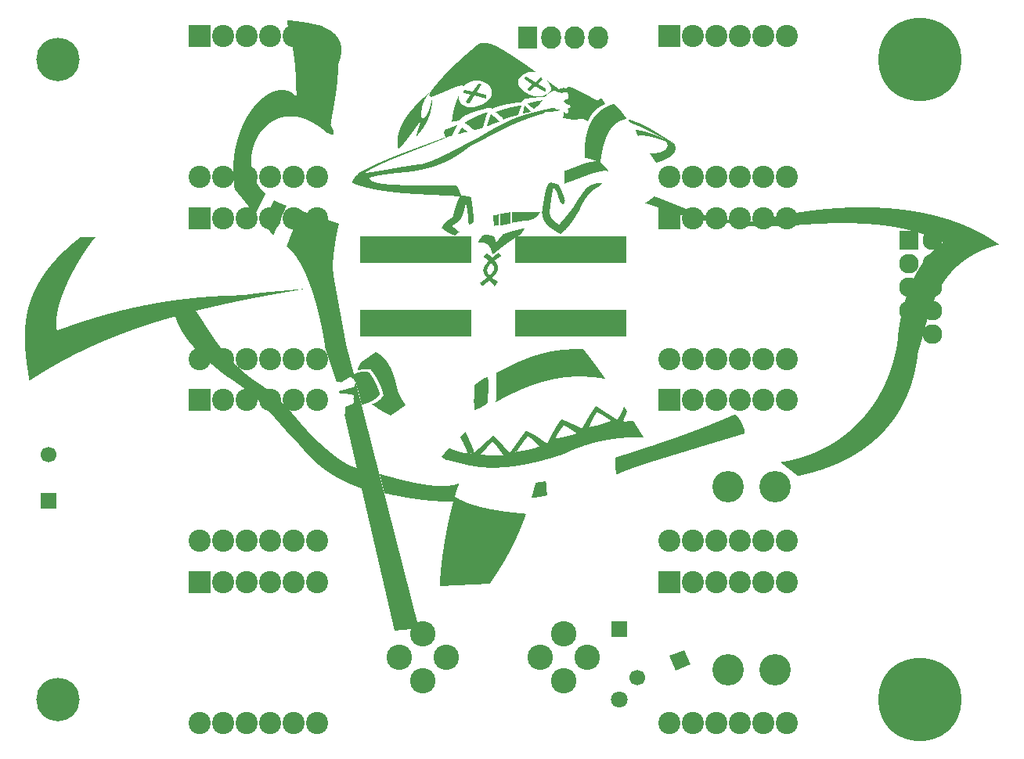
<source format=gbr>
G04 #@! TF.FileFunction,Soldermask,Bot*
%FSLAX46Y46*%
G04 Gerber Fmt 4.6, Leading zero omitted, Abs format (unit mm)*
G04 Created by KiCad (PCBNEW 4.0.4-1.fc24-product) date Thu May  4 13:36:19 2017*
%MOMM*%
%LPD*%
G01*
G04 APERTURE LIST*
%ADD10C,0.100000*%
%ADD11C,2.749500*%
%ADD12C,9.000000*%
%ADD13C,1.100000*%
%ADD14R,2.127200X2.127200*%
%ADD15O,2.127200X2.127200*%
%ADD16R,2.127200X2.432000*%
%ADD17O,2.127200X2.432000*%
%ADD18C,1.700000*%
%ADD19R,1.700000X1.700000*%
%ADD20R,1.797000X1.797000*%
%ADD21C,1.797000*%
%ADD22C,4.700000*%
%ADD23C,3.400000*%
%ADD24R,2.432000X2.432000*%
%ADD25C,2.400000*%
%ADD26R,1.000000X2.900000*%
G04 APERTURE END LIST*
D10*
G36*
X104448659Y-52656287D02*
X104438939Y-52665888D01*
X104429197Y-52675462D01*
X104419436Y-52685014D01*
X104409659Y-52694548D01*
X104399870Y-52704067D01*
X104390071Y-52713575D01*
X104380267Y-52723077D01*
X104370459Y-52732576D01*
X104360652Y-52742076D01*
X104350848Y-52751581D01*
X104341052Y-52761094D01*
X104331265Y-52770621D01*
X104321492Y-52780163D01*
X104311735Y-52789727D01*
X104301998Y-52799315D01*
X104292284Y-52808931D01*
X104282596Y-52818579D01*
X104272937Y-52828264D01*
X104263311Y-52837988D01*
X104253722Y-52847756D01*
X104244171Y-52857572D01*
X104234662Y-52867440D01*
X104225199Y-52877363D01*
X104215785Y-52887345D01*
X104206423Y-52897391D01*
X104197117Y-52907505D01*
X104187868Y-52917689D01*
X104178682Y-52927948D01*
X104169560Y-52938286D01*
X104160506Y-52948707D01*
X104151524Y-52959215D01*
X104142617Y-52969813D01*
X104133787Y-52980506D01*
X104125039Y-52991297D01*
X104116374Y-53002191D01*
X104107798Y-53013190D01*
X104099312Y-53024300D01*
X104090920Y-53035523D01*
X104079463Y-53061234D01*
X104067962Y-53084664D01*
X104056460Y-53105917D01*
X104044999Y-53125098D01*
X104033625Y-53142313D01*
X104022381Y-53157666D01*
X104011310Y-53171261D01*
X104000455Y-53183204D01*
X103989861Y-53193600D01*
X103979572Y-53202554D01*
X103969630Y-53210169D01*
X103960079Y-53216552D01*
X103950963Y-53221807D01*
X103942326Y-53226039D01*
X103934211Y-53229353D01*
X103926662Y-53231854D01*
X103919723Y-53233646D01*
X103913436Y-53234834D01*
X103907846Y-53235524D01*
X103902997Y-53235820D01*
X103898931Y-53235827D01*
X103895693Y-53235650D01*
X103893326Y-53235394D01*
X103891874Y-53235163D01*
X103891380Y-53235063D01*
X103871605Y-53249813D01*
X103852785Y-53264015D01*
X103834882Y-53277690D01*
X103817860Y-53290859D01*
X103801683Y-53303544D01*
X103786313Y-53315764D01*
X103771715Y-53327542D01*
X103757850Y-53338898D01*
X103744684Y-53349854D01*
X103732178Y-53360429D01*
X103720297Y-53370647D01*
X103709004Y-53380527D01*
X103698261Y-53390090D01*
X103688034Y-53399358D01*
X103678284Y-53408352D01*
X103668975Y-53417093D01*
X103660070Y-53425601D01*
X103651533Y-53433898D01*
X103643328Y-53442005D01*
X103635417Y-53449944D01*
X103627764Y-53457734D01*
X103620331Y-53465397D01*
X103613084Y-53472955D01*
X103605984Y-53480427D01*
X103598996Y-53487836D01*
X103592082Y-53495202D01*
X103585205Y-53502547D01*
X103578330Y-53509891D01*
X103571420Y-53517256D01*
X103564437Y-53524662D01*
X103557346Y-53532130D01*
X103550109Y-53539683D01*
X103542691Y-53547340D01*
X103535053Y-53555123D01*
X103527160Y-53563052D01*
X103518975Y-53571150D01*
X103510461Y-53579436D01*
X103501582Y-53587933D01*
X103492301Y-53596660D01*
X103496004Y-53610495D01*
X103500062Y-53623603D01*
X103504438Y-53636064D01*
X103509094Y-53647959D01*
X103513993Y-53659366D01*
X103519099Y-53670367D01*
X103524375Y-53681042D01*
X103529783Y-53691470D01*
X103520284Y-53682884D01*
X103510796Y-53674303D01*
X103501318Y-53665726D01*
X103491847Y-53657151D01*
X103482382Y-53648578D01*
X103472921Y-53640006D01*
X103463461Y-53631434D01*
X103454001Y-53622861D01*
X103444538Y-53614287D01*
X103435070Y-53605711D01*
X103425597Y-53597132D01*
X103416115Y-53588548D01*
X103406622Y-53579960D01*
X103397117Y-53571367D01*
X103387598Y-53562767D01*
X103378062Y-53554160D01*
X103368508Y-53545545D01*
X103358934Y-53536922D01*
X103349337Y-53528288D01*
X103339716Y-53519645D01*
X103330069Y-53510990D01*
X103320393Y-53502323D01*
X103310687Y-53493643D01*
X103300948Y-53484949D01*
X103291175Y-53476241D01*
X103281366Y-53467517D01*
X103271519Y-53458778D01*
X103261631Y-53450021D01*
X103251701Y-53441247D01*
X103241727Y-53432454D01*
X103231706Y-53423641D01*
X103221638Y-53414809D01*
X103211519Y-53405955D01*
X103201347Y-53397079D01*
X103191122Y-53388181D01*
X103180840Y-53379259D01*
X103170500Y-53370313D01*
X103160100Y-53361342D01*
X103149637Y-53352345D01*
X103139111Y-53343321D01*
X103128518Y-53334269D01*
X103117857Y-53325189D01*
X103107125Y-53316080D01*
X103096322Y-53306941D01*
X103085444Y-53297771D01*
X103074491Y-53288569D01*
X103063459Y-53279335D01*
X103052346Y-53270067D01*
X103041152Y-53260765D01*
X103029874Y-53251428D01*
X103018509Y-53242056D01*
X103007057Y-53232647D01*
X102995514Y-53223200D01*
X102983879Y-53213716D01*
X102972150Y-53204192D01*
X102960325Y-53194628D01*
X102948402Y-53185024D01*
X102936379Y-53175378D01*
X102924253Y-53165690D01*
X102912024Y-53155959D01*
X102899689Y-53146184D01*
X102887245Y-53136364D01*
X102874692Y-53126499D01*
X102862026Y-53116587D01*
X102849247Y-53106628D01*
X102836351Y-53096620D01*
X102823337Y-53086565D01*
X102810204Y-53076459D01*
X102796948Y-53066303D01*
X102783568Y-53056095D01*
X102770063Y-53045836D01*
X102756429Y-53035523D01*
X102767317Y-53031023D01*
X102778267Y-53026556D01*
X102789278Y-53022122D01*
X102800351Y-53017721D01*
X102811485Y-53013352D01*
X102822679Y-53009015D01*
X102833932Y-53004711D01*
X102845246Y-53000438D01*
X102856619Y-52996196D01*
X102868050Y-52991986D01*
X102879540Y-52987807D01*
X102891087Y-52983659D01*
X102902692Y-52979541D01*
X102914354Y-52975453D01*
X102926072Y-52971396D01*
X102937847Y-52967368D01*
X102949678Y-52963370D01*
X102961563Y-52959401D01*
X102973504Y-52955462D01*
X102985499Y-52951551D01*
X102997548Y-52947669D01*
X103009651Y-52943816D01*
X103021807Y-52939990D01*
X103034016Y-52936192D01*
X103046277Y-52932422D01*
X103058590Y-52928680D01*
X103070955Y-52924965D01*
X103083370Y-52921276D01*
X103095836Y-52917615D01*
X103108353Y-52913979D01*
X103120919Y-52910371D01*
X103133535Y-52906788D01*
X103146200Y-52903230D01*
X103158913Y-52899699D01*
X103171674Y-52896192D01*
X103184483Y-52892711D01*
X103197340Y-52889255D01*
X103210243Y-52885823D01*
X103223192Y-52882415D01*
X103236188Y-52879031D01*
X103249229Y-52875672D01*
X103262315Y-52872336D01*
X103275446Y-52869023D01*
X103288622Y-52865733D01*
X103301841Y-52862466D01*
X103315104Y-52859222D01*
X103328409Y-52856001D01*
X103341757Y-52852801D01*
X103355148Y-52849624D01*
X103368580Y-52846468D01*
X103382054Y-52843333D01*
X103395568Y-52840220D01*
X103409123Y-52837128D01*
X103422718Y-52834056D01*
X103436353Y-52831005D01*
X103450027Y-52827974D01*
X103463739Y-52824963D01*
X103477490Y-52821972D01*
X103491279Y-52819001D01*
X103505106Y-52816049D01*
X103518970Y-52813116D01*
X103532870Y-52810201D01*
X103546806Y-52807306D01*
X103560779Y-52804428D01*
X103574787Y-52801569D01*
X103588829Y-52798727D01*
X103602907Y-52795904D01*
X103617018Y-52793097D01*
X103631163Y-52790308D01*
X103645342Y-52787535D01*
X103659553Y-52784780D01*
X103673797Y-52782040D01*
X103688072Y-52779317D01*
X103702380Y-52776610D01*
X103716718Y-52773919D01*
X103731087Y-52771243D01*
X103745487Y-52768582D01*
X103759916Y-52765936D01*
X103774375Y-52763305D01*
X103788863Y-52760688D01*
X103803380Y-52758086D01*
X103817925Y-52755498D01*
X103832497Y-52752923D01*
X103847097Y-52750362D01*
X103861724Y-52747815D01*
X103876377Y-52745280D01*
X103891057Y-52742758D01*
X103905762Y-52740249D01*
X103920492Y-52737752D01*
X103935247Y-52735268D01*
X103950027Y-52732795D01*
X103964831Y-52730334D01*
X103979658Y-52727884D01*
X103994508Y-52725445D01*
X104009381Y-52723018D01*
X104024276Y-52720601D01*
X104039193Y-52718194D01*
X104054131Y-52715798D01*
X104069090Y-52713411D01*
X104084070Y-52711035D01*
X104099070Y-52708667D01*
X104114090Y-52706310D01*
X104129129Y-52703961D01*
X104144187Y-52701620D01*
X104159264Y-52699289D01*
X104174358Y-52696965D01*
X104189470Y-52694650D01*
X104204600Y-52692342D01*
X104219746Y-52690042D01*
X104234908Y-52687750D01*
X104250086Y-52685464D01*
X104265280Y-52683185D01*
X104280489Y-52680913D01*
X104295712Y-52678647D01*
X104310950Y-52676388D01*
X104326202Y-52674134D01*
X104341466Y-52671886D01*
X104356744Y-52669643D01*
X104372034Y-52667406D01*
X104387337Y-52665173D01*
X104402651Y-52662945D01*
X104417976Y-52660722D01*
X104433313Y-52658502D01*
X104448659Y-52656287D01*
X104448659Y-52656287D01*
G37*
G36*
X77034518Y-43998350D02*
X77045633Y-43999183D01*
X77057023Y-44000107D01*
X77068691Y-44001120D01*
X77080641Y-44002220D01*
X77092874Y-44003406D01*
X77105395Y-44004675D01*
X77118205Y-44006027D01*
X77131307Y-44007459D01*
X77144704Y-44008971D01*
X77158399Y-44010559D01*
X77172394Y-44012223D01*
X77186693Y-44013961D01*
X77201298Y-44015771D01*
X77216211Y-44017651D01*
X77231436Y-44019600D01*
X77246976Y-44021617D01*
X77262832Y-44023699D01*
X77279009Y-44025844D01*
X77295508Y-44028052D01*
X77312332Y-44030320D01*
X77317983Y-44031272D01*
X77323669Y-44032223D01*
X77329390Y-44033174D01*
X77335145Y-44034123D01*
X77340935Y-44035073D01*
X77346759Y-44036022D01*
X77352617Y-44036970D01*
X77358509Y-44037918D01*
X77364435Y-44038866D01*
X77370395Y-44039813D01*
X77376389Y-44040760D01*
X77382416Y-44041707D01*
X77388476Y-44042654D01*
X77394570Y-44043600D01*
X77400697Y-44044547D01*
X77406856Y-44045493D01*
X77413049Y-44046440D01*
X77419275Y-44047387D01*
X77425533Y-44048333D01*
X77431824Y-44049281D01*
X77438147Y-44050228D01*
X77444502Y-44051175D01*
X77450890Y-44052123D01*
X77457309Y-44053072D01*
X77463761Y-44054021D01*
X77470244Y-44054970D01*
X77476759Y-44055920D01*
X77483305Y-44056870D01*
X77489883Y-44057821D01*
X77496492Y-44058773D01*
X77503132Y-44059725D01*
X77509804Y-44060679D01*
X77516506Y-44061633D01*
X77523239Y-44062588D01*
X77530002Y-44063544D01*
X77536796Y-44064501D01*
X77543621Y-44065459D01*
X77550476Y-44066418D01*
X77557360Y-44067378D01*
X77564275Y-44068339D01*
X77571220Y-44069302D01*
X77578195Y-44070266D01*
X77585199Y-44071231D01*
X77592232Y-44072198D01*
X77599296Y-44073166D01*
X77606388Y-44074135D01*
X77613509Y-44075107D01*
X77620660Y-44076079D01*
X77627839Y-44077054D01*
X77635047Y-44078030D01*
X77642284Y-44079007D01*
X77649550Y-44079987D01*
X77656843Y-44080968D01*
X77664165Y-44081951D01*
X77671515Y-44082937D01*
X77678893Y-44083924D01*
X77686299Y-44084913D01*
X77693733Y-44085904D01*
X77701194Y-44086897D01*
X77708683Y-44087893D01*
X77716199Y-44088891D01*
X77723743Y-44089891D01*
X77731313Y-44090893D01*
X77738911Y-44091898D01*
X77746536Y-44092905D01*
X77754187Y-44093915D01*
X77761865Y-44094927D01*
X77769569Y-44095942D01*
X77777300Y-44096959D01*
X77785057Y-44097979D01*
X77792840Y-44099002D01*
X77800649Y-44100028D01*
X77808484Y-44101056D01*
X77816345Y-44102087D01*
X77824231Y-44103122D01*
X77832143Y-44104159D01*
X77840080Y-44105199D01*
X77848043Y-44106242D01*
X77856031Y-44107289D01*
X77864043Y-44108338D01*
X77872081Y-44109391D01*
X77880143Y-44110447D01*
X77888230Y-44111506D01*
X77896341Y-44112569D01*
X77904477Y-44113635D01*
X77912637Y-44114705D01*
X77920821Y-44115778D01*
X77929029Y-44116855D01*
X77937261Y-44117935D01*
X77945517Y-44119019D01*
X77953796Y-44120107D01*
X77962099Y-44121198D01*
X77970425Y-44122293D01*
X77978774Y-44123393D01*
X77987147Y-44124496D01*
X77995542Y-44125603D01*
X78003961Y-44126714D01*
X78012402Y-44127829D01*
X78020865Y-44128948D01*
X78029352Y-44130071D01*
X78037860Y-44131199D01*
X78046391Y-44132331D01*
X78054944Y-44133467D01*
X78063519Y-44134607D01*
X78072115Y-44135752D01*
X78080734Y-44136902D01*
X78089374Y-44138056D01*
X78098036Y-44139214D01*
X78106719Y-44140377D01*
X78115423Y-44141545D01*
X78124148Y-44142717D01*
X78132894Y-44143894D01*
X78141661Y-44145076D01*
X78150449Y-44146263D01*
X78159258Y-44147455D01*
X78168086Y-44148652D01*
X78176936Y-44149853D01*
X78185805Y-44151060D01*
X78194695Y-44152272D01*
X78203604Y-44153489D01*
X78212534Y-44154711D01*
X78221483Y-44155939D01*
X78230452Y-44157171D01*
X78239440Y-44158410D01*
X78248448Y-44159653D01*
X78257474Y-44160902D01*
X78266520Y-44162156D01*
X78275585Y-44163416D01*
X78284669Y-44164682D01*
X78293771Y-44165953D01*
X78302892Y-44167230D01*
X78312032Y-44168513D01*
X78321190Y-44169802D01*
X78330366Y-44171096D01*
X78339560Y-44172396D01*
X78348772Y-44173702D01*
X78358002Y-44175015D01*
X78367250Y-44176333D01*
X78376515Y-44177657D01*
X78385798Y-44178988D01*
X78395098Y-44180324D01*
X78404415Y-44181667D01*
X78413750Y-44183016D01*
X78423101Y-44184372D01*
X78432469Y-44185734D01*
X78441854Y-44187102D01*
X78451256Y-44188477D01*
X78460674Y-44189858D01*
X78470108Y-44191246D01*
X78479558Y-44192641D01*
X78489025Y-44194042D01*
X78498508Y-44195451D01*
X78508006Y-44196865D01*
X78517520Y-44198287D01*
X78527050Y-44199716D01*
X78536595Y-44201151D01*
X78546155Y-44202594D01*
X78555731Y-44204043D01*
X78565322Y-44205500D01*
X78574928Y-44206964D01*
X78584548Y-44208435D01*
X78594183Y-44209913D01*
X78603833Y-44211398D01*
X78613498Y-44212891D01*
X78623176Y-44214391D01*
X78632869Y-44215899D01*
X78642576Y-44217414D01*
X78652297Y-44218937D01*
X78662032Y-44220467D01*
X78671780Y-44222005D01*
X78681542Y-44223550D01*
X78691317Y-44225103D01*
X78701106Y-44226664D01*
X78710908Y-44228233D01*
X78720723Y-44229810D01*
X78730551Y-44231395D01*
X78740392Y-44232987D01*
X78750246Y-44234588D01*
X78760112Y-44236197D01*
X78769990Y-44237814D01*
X78779881Y-44239439D01*
X78789784Y-44241072D01*
X78799699Y-44242714D01*
X78809626Y-44244363D01*
X78819565Y-44246022D01*
X78829516Y-44247688D01*
X78839478Y-44249364D01*
X78849451Y-44251047D01*
X78859436Y-44252740D01*
X78869432Y-44254440D01*
X78879440Y-44256150D01*
X78889458Y-44257868D01*
X78899487Y-44259595D01*
X78909526Y-44261331D01*
X78919576Y-44263076D01*
X78929637Y-44264829D01*
X78939708Y-44266592D01*
X78949789Y-44268364D01*
X78959880Y-44270144D01*
X78969981Y-44271934D01*
X78980092Y-44273733D01*
X78990213Y-44275541D01*
X79000343Y-44277359D01*
X79010483Y-44279186D01*
X79020632Y-44281022D01*
X79030790Y-44282867D01*
X79040957Y-44284722D01*
X79051133Y-44286587D01*
X79061318Y-44288461D01*
X79071512Y-44290345D01*
X79081714Y-44292238D01*
X79091924Y-44294141D01*
X79102143Y-44296054D01*
X79112370Y-44297977D01*
X79122606Y-44299909D01*
X79132849Y-44301852D01*
X79143099Y-44303804D01*
X79153358Y-44305767D01*
X79163624Y-44307739D01*
X79173898Y-44309722D01*
X79184178Y-44311715D01*
X79194466Y-44313718D01*
X79204762Y-44315731D01*
X79215064Y-44317754D01*
X79225372Y-44319788D01*
X79235688Y-44321832D01*
X79246010Y-44323887D01*
X79256338Y-44325952D01*
X79266673Y-44328028D01*
X79277014Y-44330115D01*
X79287361Y-44332212D01*
X79297714Y-44334320D01*
X79308072Y-44336438D01*
X79318437Y-44338567D01*
X79328807Y-44340708D01*
X79339182Y-44342859D01*
X79349562Y-44345021D01*
X79359948Y-44347194D01*
X79370339Y-44349378D01*
X79380735Y-44351573D01*
X79391135Y-44353779D01*
X79401540Y-44355997D01*
X79411950Y-44358226D01*
X79422364Y-44360466D01*
X79432783Y-44362717D01*
X79443205Y-44364980D01*
X79453632Y-44367254D01*
X79464063Y-44369540D01*
X79474497Y-44371837D01*
X79484935Y-44374146D01*
X79495376Y-44376467D01*
X79505821Y-44378799D01*
X79516270Y-44381143D01*
X79526721Y-44383499D01*
X79537175Y-44385866D01*
X79547633Y-44388246D01*
X79558093Y-44390637D01*
X79568556Y-44393041D01*
X79579021Y-44395456D01*
X79589489Y-44397884D01*
X79599959Y-44400324D01*
X79610431Y-44402776D01*
X79620905Y-44405240D01*
X79631381Y-44407716D01*
X79641859Y-44410205D01*
X79652339Y-44412706D01*
X79662820Y-44415220D01*
X79673302Y-44417746D01*
X79683786Y-44420285D01*
X79694271Y-44422836D01*
X79704757Y-44425400D01*
X79715244Y-44427977D01*
X79725731Y-44430566D01*
X79736220Y-44433168D01*
X79746708Y-44435783D01*
X79757198Y-44438411D01*
X79767687Y-44441051D01*
X79778177Y-44443705D01*
X79788666Y-44446372D01*
X79799156Y-44449052D01*
X79809645Y-44451745D01*
X79820134Y-44454451D01*
X79830623Y-44457170D01*
X79841111Y-44459903D01*
X79851598Y-44462649D01*
X79862084Y-44465408D01*
X79872569Y-44468181D01*
X79883054Y-44470967D01*
X79893537Y-44473767D01*
X79904018Y-44476581D01*
X79914498Y-44479408D01*
X79924977Y-44482248D01*
X79935454Y-44485103D01*
X79945929Y-44487971D01*
X79956402Y-44490853D01*
X79966873Y-44493749D01*
X79977341Y-44496659D01*
X79987807Y-44499583D01*
X79998271Y-44502521D01*
X80008732Y-44505472D01*
X80019191Y-44508438D01*
X80029646Y-44511419D01*
X80040099Y-44514413D01*
X80050548Y-44517422D01*
X80060995Y-44520445D01*
X80071437Y-44523482D01*
X80081877Y-44526534D01*
X80092313Y-44529600D01*
X80102745Y-44532681D01*
X80113173Y-44535777D01*
X80123597Y-44538887D01*
X80134017Y-44542011D01*
X80144433Y-44545151D01*
X80154844Y-44548305D01*
X80165251Y-44551474D01*
X80175653Y-44554658D01*
X80186051Y-44557856D01*
X80196444Y-44561070D01*
X80206831Y-44564299D01*
X80217214Y-44567543D01*
X80227591Y-44570802D01*
X80237963Y-44574076D01*
X80248330Y-44577365D01*
X80258691Y-44580670D01*
X80269046Y-44583989D01*
X80279395Y-44587325D01*
X80289738Y-44590675D01*
X80300075Y-44594041D01*
X80310406Y-44597423D01*
X80320730Y-44600820D01*
X80331048Y-44604233D01*
X80341360Y-44607662D01*
X80351664Y-44611106D01*
X80361962Y-44614566D01*
X80372253Y-44618041D01*
X80382536Y-44621533D01*
X80392813Y-44625041D01*
X80403082Y-44628564D01*
X80413343Y-44632103D01*
X80423597Y-44635659D01*
X80433843Y-44639231D01*
X80444081Y-44642818D01*
X80454311Y-44646422D01*
X80464533Y-44650043D01*
X80474747Y-44653679D01*
X80484952Y-44657332D01*
X80495149Y-44661001D01*
X80505338Y-44664687D01*
X80515517Y-44668389D01*
X80525688Y-44672108D01*
X80535849Y-44675844D01*
X80546002Y-44679596D01*
X80556145Y-44683365D01*
X80566279Y-44687150D01*
X80576403Y-44690952D01*
X80586518Y-44694772D01*
X80596622Y-44698608D01*
X80606717Y-44702461D01*
X80616802Y-44706331D01*
X80626877Y-44710218D01*
X80636942Y-44714122D01*
X80646996Y-44718043D01*
X80657040Y-44721982D01*
X80667073Y-44725938D01*
X80677095Y-44729911D01*
X80687106Y-44733901D01*
X80697107Y-44737909D01*
X80707096Y-44741934D01*
X80717074Y-44745977D01*
X80727040Y-44750037D01*
X80736995Y-44754115D01*
X80746939Y-44758211D01*
X80756870Y-44762324D01*
X80766790Y-44766455D01*
X80776698Y-44770603D01*
X80786593Y-44774770D01*
X80796476Y-44778955D01*
X80806347Y-44783157D01*
X80816206Y-44787377D01*
X80826051Y-44791616D01*
X80835884Y-44795872D01*
X80845704Y-44800147D01*
X80855511Y-44804440D01*
X80865305Y-44808751D01*
X80875085Y-44813080D01*
X80884853Y-44817428D01*
X80894606Y-44821794D01*
X80904346Y-44826179D01*
X80914072Y-44830582D01*
X80923784Y-44835003D01*
X80933483Y-44839443D01*
X80943167Y-44843902D01*
X80952837Y-44848380D01*
X80962492Y-44852876D01*
X80972133Y-44857391D01*
X80981759Y-44861925D01*
X80991370Y-44866477D01*
X81000967Y-44871049D01*
X81010548Y-44875640D01*
X81020115Y-44880249D01*
X81029666Y-44884878D01*
X81039201Y-44889526D01*
X81048721Y-44894193D01*
X81058226Y-44898879D01*
X81067714Y-44903585D01*
X81077187Y-44908310D01*
X81086644Y-44913054D01*
X81096084Y-44917817D01*
X81105509Y-44922601D01*
X81114916Y-44927403D01*
X81124308Y-44932226D01*
X81133682Y-44937067D01*
X81143040Y-44941929D01*
X81152381Y-44946810D01*
X81161705Y-44951711D01*
X81171011Y-44956632D01*
X81180301Y-44961573D01*
X81189573Y-44966534D01*
X81198827Y-44971514D01*
X81208064Y-44976515D01*
X81217283Y-44981536D01*
X81226484Y-44986576D01*
X81235667Y-44991638D01*
X81244832Y-44996719D01*
X81253978Y-45001820D01*
X81263106Y-45006942D01*
X81272216Y-45012084D01*
X81281307Y-45017247D01*
X81290379Y-45022430D01*
X81299432Y-45027634D01*
X81308466Y-45032858D01*
X81317481Y-45038103D01*
X81326477Y-45043368D01*
X81335453Y-45048654D01*
X81344409Y-45053961D01*
X81353346Y-45059289D01*
X81362263Y-45064638D01*
X81371161Y-45070007D01*
X81380038Y-45075398D01*
X81388895Y-45080809D01*
X81397732Y-45086242D01*
X81406548Y-45091695D01*
X81415343Y-45097170D01*
X81424118Y-45102666D01*
X81432873Y-45108184D01*
X81441606Y-45113722D01*
X81450318Y-45119282D01*
X81459009Y-45124864D01*
X81467679Y-45130466D01*
X81476327Y-45136091D01*
X81484954Y-45141737D01*
X81493559Y-45147404D01*
X81502142Y-45153093D01*
X81510704Y-45158804D01*
X81519243Y-45164537D01*
X81527760Y-45170291D01*
X81536255Y-45176068D01*
X81544727Y-45181866D01*
X81553177Y-45187686D01*
X81561604Y-45193528D01*
X81570008Y-45199393D01*
X81578389Y-45205279D01*
X81586747Y-45211187D01*
X81595082Y-45217118D01*
X81603394Y-45223071D01*
X81611682Y-45229046D01*
X81619947Y-45235044D01*
X81628188Y-45241064D01*
X81636405Y-45247106D01*
X81644599Y-45253171D01*
X81652768Y-45259259D01*
X81660913Y-45265369D01*
X81669033Y-45271502D01*
X81677130Y-45277657D01*
X81685201Y-45283835D01*
X81693248Y-45290036D01*
X81701270Y-45296260D01*
X81709267Y-45302507D01*
X81717240Y-45308777D01*
X81725186Y-45315069D01*
X81733108Y-45321385D01*
X81741004Y-45327724D01*
X81748875Y-45334086D01*
X81756719Y-45340471D01*
X81764539Y-45346879D01*
X81772332Y-45353311D01*
X81780099Y-45359766D01*
X81787839Y-45366245D01*
X81795554Y-45372746D01*
X81803242Y-45379272D01*
X81810903Y-45385821D01*
X81818538Y-45392393D01*
X81826146Y-45398989D01*
X81833727Y-45405609D01*
X81841281Y-45412253D01*
X81848807Y-45418920D01*
X81856307Y-45425611D01*
X81863778Y-45432326D01*
X81871223Y-45439065D01*
X81878639Y-45445828D01*
X81886028Y-45452615D01*
X81893389Y-45459426D01*
X81900721Y-45466262D01*
X81908026Y-45473121D01*
X81915302Y-45480005D01*
X81922550Y-45486913D01*
X81929769Y-45493845D01*
X81936959Y-45500802D01*
X81944121Y-45507783D01*
X81951253Y-45514789D01*
X81958357Y-45521819D01*
X81965431Y-45528873D01*
X81972476Y-45535953D01*
X81979491Y-45543057D01*
X81986477Y-45550185D01*
X81993433Y-45557339D01*
X82000360Y-45564517D01*
X82007256Y-45571721D01*
X82014122Y-45578949D01*
X82020958Y-45586202D01*
X82027764Y-45593480D01*
X82034539Y-45600783D01*
X82041284Y-45608112D01*
X82047997Y-45615465D01*
X82054680Y-45622844D01*
X82061333Y-45630248D01*
X82067954Y-45637678D01*
X82074543Y-45645132D01*
X82081102Y-45652612D01*
X82087629Y-45660118D01*
X82094124Y-45667649D01*
X82100588Y-45675206D01*
X82107019Y-45682788D01*
X82113419Y-45690397D01*
X82119787Y-45698030D01*
X82126122Y-45705690D01*
X82132425Y-45713375D01*
X82138696Y-45721086D01*
X82144934Y-45728824D01*
X82151139Y-45736587D01*
X82157312Y-45744376D01*
X82163451Y-45752191D01*
X82169557Y-45760032D01*
X82175631Y-45767900D01*
X82181670Y-45775794D01*
X82187677Y-45783714D01*
X82193649Y-45791660D01*
X82199588Y-45799633D01*
X82205493Y-45807632D01*
X82211364Y-45815657D01*
X82217201Y-45823709D01*
X82223004Y-45831788D01*
X82228772Y-45839893D01*
X82234506Y-45848025D01*
X82240206Y-45856184D01*
X82245870Y-45864369D01*
X82251500Y-45872581D01*
X82257095Y-45880820D01*
X82262654Y-45889086D01*
X82268179Y-45897379D01*
X82273668Y-45905699D01*
X82279121Y-45914046D01*
X82284539Y-45922420D01*
X82289921Y-45930821D01*
X82295267Y-45939250D01*
X82300578Y-45947706D01*
X82305852Y-45956189D01*
X82311090Y-45964699D01*
X82316291Y-45973237D01*
X82321456Y-45981802D01*
X82326585Y-45990395D01*
X82331676Y-45999015D01*
X82336731Y-46007663D01*
X82341749Y-46016339D01*
X82346730Y-46025042D01*
X82351673Y-46033773D01*
X82356579Y-46042532D01*
X82361448Y-46051319D01*
X82366279Y-46060133D01*
X82371072Y-46068976D01*
X82375828Y-46077846D01*
X82380545Y-46086745D01*
X82385224Y-46095672D01*
X82389865Y-46104626D01*
X82394468Y-46113609D01*
X82399032Y-46122621D01*
X82403557Y-46131660D01*
X82408044Y-46140728D01*
X82412492Y-46149825D01*
X82416901Y-46158949D01*
X82421271Y-46168103D01*
X82425601Y-46177285D01*
X82429892Y-46186495D01*
X82434144Y-46195734D01*
X82438356Y-46205002D01*
X82442528Y-46214298D01*
X82446660Y-46223624D01*
X82450752Y-46232978D01*
X82454805Y-46242361D01*
X82458816Y-46251773D01*
X82462788Y-46261214D01*
X82466719Y-46270684D01*
X82470609Y-46280183D01*
X82474459Y-46289711D01*
X82478268Y-46299269D01*
X82482035Y-46308855D01*
X82485762Y-46318471D01*
X82489447Y-46328117D01*
X82493091Y-46337791D01*
X82496694Y-46347496D01*
X82500255Y-46357229D01*
X82503774Y-46366992D01*
X82507251Y-46376785D01*
X82510686Y-46386608D01*
X82514079Y-46396460D01*
X82517429Y-46406342D01*
X82520738Y-46416253D01*
X82524004Y-46426195D01*
X82527227Y-46436166D01*
X82530407Y-46446167D01*
X82533545Y-46456199D01*
X82536639Y-46466260D01*
X82539690Y-46476351D01*
X82542699Y-46486473D01*
X82545663Y-46496624D01*
X82548584Y-46506806D01*
X82551462Y-46517019D01*
X82554296Y-46527261D01*
X82557085Y-46537534D01*
X82559831Y-46547837D01*
X82562533Y-46558171D01*
X82565190Y-46568535D01*
X82567803Y-46578930D01*
X82570372Y-46589356D01*
X82572896Y-46599812D01*
X82575375Y-46610299D01*
X82577809Y-46620817D01*
X82580198Y-46631365D01*
X82582542Y-46641945D01*
X82584840Y-46652555D01*
X82587094Y-46663197D01*
X82589302Y-46673869D01*
X82591464Y-46684572D01*
X82593580Y-46695307D01*
X82595650Y-46706073D01*
X82597675Y-46716870D01*
X82599653Y-46727698D01*
X82601585Y-46738558D01*
X82603470Y-46749449D01*
X82605309Y-46760371D01*
X82607102Y-46771325D01*
X82608847Y-46782310D01*
X82610546Y-46793327D01*
X82612198Y-46804376D01*
X82613802Y-46815456D01*
X82615359Y-46826568D01*
X82616869Y-46837711D01*
X82618331Y-46848887D01*
X82619746Y-46860094D01*
X82621113Y-46871334D01*
X82622431Y-46882605D01*
X82623702Y-46893908D01*
X82624925Y-46905243D01*
X82626099Y-46916611D01*
X82627225Y-46928011D01*
X82628303Y-46939442D01*
X82629331Y-46950906D01*
X82630311Y-46962403D01*
X82631242Y-46973932D01*
X82632124Y-46985493D01*
X82632957Y-46997087D01*
X82633741Y-47008713D01*
X82634475Y-47020371D01*
X82635159Y-47032063D01*
X82635794Y-47043787D01*
X82636379Y-47055543D01*
X82636915Y-47067333D01*
X82637400Y-47079155D01*
X82637835Y-47091010D01*
X82638219Y-47102898D01*
X82638554Y-47114819D01*
X82638837Y-47126773D01*
X82639070Y-47138761D01*
X82639253Y-47150781D01*
X82639384Y-47162834D01*
X82639464Y-47174921D01*
X82639493Y-47187040D01*
X82639471Y-47199193D01*
X82639397Y-47211380D01*
X82639272Y-47223600D01*
X82639095Y-47235853D01*
X82638867Y-47248140D01*
X82638586Y-47260460D01*
X82638253Y-47272814D01*
X82637868Y-47285202D01*
X82637431Y-47297623D01*
X82636942Y-47310078D01*
X82636399Y-47322567D01*
X82635805Y-47335090D01*
X82635157Y-47347647D01*
X82634456Y-47360237D01*
X82633703Y-47372862D01*
X82632896Y-47385520D01*
X82632036Y-47398213D01*
X82631122Y-47410940D01*
X82630155Y-47423701D01*
X82629134Y-47436496D01*
X82628060Y-47449326D01*
X82626931Y-47462190D01*
X82625749Y-47475088D01*
X82624512Y-47488021D01*
X82623221Y-47500988D01*
X82621875Y-47513990D01*
X82620475Y-47527027D01*
X82619020Y-47540098D01*
X82617511Y-47553203D01*
X82615946Y-47566344D01*
X82614327Y-47579519D01*
X82612652Y-47592729D01*
X82610922Y-47605974D01*
X82609136Y-47619254D01*
X82607295Y-47632569D01*
X82605398Y-47645919D01*
X82603446Y-47659304D01*
X82601437Y-47672725D01*
X82599372Y-47686180D01*
X82597251Y-47699671D01*
X82595074Y-47713197D01*
X82592841Y-47726758D01*
X82590550Y-47740355D01*
X82588204Y-47753987D01*
X82585800Y-47767654D01*
X82583339Y-47781357D01*
X82580821Y-47795096D01*
X82578246Y-47808870D01*
X82575614Y-47822680D01*
X82572924Y-47836526D01*
X82570177Y-47850408D01*
X82567372Y-47864325D01*
X82564509Y-47878278D01*
X82561589Y-47892268D01*
X82558610Y-47906293D01*
X82555573Y-47920354D01*
X82552477Y-47934451D01*
X82549324Y-47948585D01*
X82546111Y-47962754D01*
X82542840Y-47976960D01*
X82539510Y-47991202D01*
X82536121Y-48005481D01*
X82532673Y-48019795D01*
X82529166Y-48034147D01*
X82525599Y-48048534D01*
X82521973Y-48062958D01*
X82518288Y-48077419D01*
X82514543Y-48091917D01*
X82510738Y-48106451D01*
X82506872Y-48121022D01*
X82502947Y-48135629D01*
X82498962Y-48150274D01*
X82494916Y-48164955D01*
X82490810Y-48179673D01*
X82486643Y-48194428D01*
X82482416Y-48209221D01*
X82478128Y-48224050D01*
X82473778Y-48238916D01*
X82469368Y-48253820D01*
X82464896Y-48268761D01*
X82460363Y-48283739D01*
X82455769Y-48298754D01*
X82451113Y-48313807D01*
X82446395Y-48328897D01*
X82441616Y-48344025D01*
X82436774Y-48359190D01*
X82431871Y-48374393D01*
X82426905Y-48389633D01*
X82421877Y-48404911D01*
X82416786Y-48420227D01*
X82411633Y-48435580D01*
X82406417Y-48450972D01*
X82401138Y-48466401D01*
X82395796Y-48481868D01*
X82390392Y-48497373D01*
X82384924Y-48512916D01*
X82379392Y-48528497D01*
X82373797Y-48544117D01*
X82368139Y-48559774D01*
X82362417Y-48575470D01*
X82356630Y-48591204D01*
X82350780Y-48606976D01*
X82344866Y-48622786D01*
X82338888Y-48638635D01*
X82332845Y-48654523D01*
X82326738Y-48670449D01*
X82325956Y-48690286D01*
X82325166Y-48710077D01*
X82324369Y-48729822D01*
X82323564Y-48749520D01*
X82322751Y-48769173D01*
X82321931Y-48788779D01*
X82321103Y-48808340D01*
X82320267Y-48827855D01*
X82319424Y-48847325D01*
X82318574Y-48866749D01*
X82317715Y-48886128D01*
X82316849Y-48905462D01*
X82315976Y-48924751D01*
X82315095Y-48943995D01*
X82314207Y-48963194D01*
X82313311Y-48982349D01*
X82312408Y-49001460D01*
X82311498Y-49020526D01*
X82310580Y-49039548D01*
X82309655Y-49058527D01*
X82308722Y-49077461D01*
X82307783Y-49096351D01*
X82306836Y-49115198D01*
X82305881Y-49134002D01*
X82304920Y-49152762D01*
X82303951Y-49171479D01*
X82302975Y-49190153D01*
X82301992Y-49208784D01*
X82301002Y-49227372D01*
X82300005Y-49245918D01*
X82299000Y-49264421D01*
X82297989Y-49282882D01*
X82296971Y-49301300D01*
X82295945Y-49319677D01*
X82294913Y-49338011D01*
X82293873Y-49356304D01*
X82292827Y-49374555D01*
X82291773Y-49392764D01*
X82290713Y-49410932D01*
X82289646Y-49429059D01*
X82288572Y-49447145D01*
X82287491Y-49465189D01*
X82286403Y-49483193D01*
X82285309Y-49501156D01*
X82284208Y-49519078D01*
X82283100Y-49536960D01*
X82281985Y-49554802D01*
X82280864Y-49572603D01*
X82279736Y-49590365D01*
X82278601Y-49608086D01*
X82277460Y-49625768D01*
X82276312Y-49643410D01*
X82275157Y-49661012D01*
X82273996Y-49678575D01*
X82272828Y-49696099D01*
X82271654Y-49713584D01*
X82270473Y-49731030D01*
X82269286Y-49748436D01*
X82268092Y-49765805D01*
X82266892Y-49783134D01*
X82265686Y-49800426D01*
X82264473Y-49817679D01*
X82263254Y-49834894D01*
X82262028Y-49852070D01*
X82260797Y-49869209D01*
X82259558Y-49886311D01*
X82258314Y-49903374D01*
X82257063Y-49920400D01*
X82255806Y-49937389D01*
X82254543Y-49954341D01*
X82253274Y-49971255D01*
X82251999Y-49988133D01*
X82250717Y-50004974D01*
X82249429Y-50021778D01*
X82248135Y-50038545D01*
X82246836Y-50055277D01*
X82245530Y-50071972D01*
X82244218Y-50088630D01*
X82242900Y-50105253D01*
X82241576Y-50121840D01*
X82240246Y-50138392D01*
X82238910Y-50154908D01*
X82237569Y-50171388D01*
X82236221Y-50187833D01*
X82234868Y-50204243D01*
X82233508Y-50220618D01*
X82232143Y-50236958D01*
X82230772Y-50253263D01*
X82229396Y-50269534D01*
X82228013Y-50285770D01*
X82226625Y-50301972D01*
X82225231Y-50318139D01*
X82223832Y-50334273D01*
X82222427Y-50350373D01*
X82221016Y-50366438D01*
X82219600Y-50382471D01*
X82218177Y-50398469D01*
X82216750Y-50414434D01*
X82215317Y-50430366D01*
X82213878Y-50446265D01*
X82212434Y-50462131D01*
X82210984Y-50477964D01*
X82209529Y-50493764D01*
X82208069Y-50509532D01*
X82206603Y-50525267D01*
X82205131Y-50540970D01*
X82203655Y-50556641D01*
X82202173Y-50572280D01*
X82200685Y-50587887D01*
X82199193Y-50603462D01*
X82197695Y-50619006D01*
X82196192Y-50634518D01*
X82194683Y-50649998D01*
X82193170Y-50665448D01*
X82191651Y-50680866D01*
X82190127Y-50696254D01*
X82188598Y-50711610D01*
X82187064Y-50726936D01*
X82185525Y-50742232D01*
X82183980Y-50757497D01*
X82182431Y-50772731D01*
X82180876Y-50787936D01*
X82179317Y-50803111D01*
X82177753Y-50818255D01*
X82176183Y-50833371D01*
X82174609Y-50848456D01*
X82173030Y-50863512D01*
X82171446Y-50878539D01*
X82169857Y-50893536D01*
X82168263Y-50908505D01*
X82166664Y-50923444D01*
X82165061Y-50938355D01*
X82163453Y-50953238D01*
X82161840Y-50968091D01*
X82160222Y-50982917D01*
X82158600Y-50997714D01*
X82156973Y-51012483D01*
X82155341Y-51027224D01*
X82153705Y-51041937D01*
X82152064Y-51056623D01*
X82150418Y-51071281D01*
X82148768Y-51085912D01*
X82147114Y-51100515D01*
X82145454Y-51115091D01*
X82143791Y-51129640D01*
X82142122Y-51144163D01*
X82140450Y-51158658D01*
X82138773Y-51173127D01*
X82137091Y-51187570D01*
X82135405Y-51201986D01*
X82133715Y-51216377D01*
X82132021Y-51230741D01*
X82130322Y-51245079D01*
X82128619Y-51259391D01*
X82126911Y-51273678D01*
X82125199Y-51287939D01*
X82123483Y-51302175D01*
X82121763Y-51316386D01*
X82120039Y-51330571D01*
X82118311Y-51344732D01*
X82116578Y-51358867D01*
X82114841Y-51372979D01*
X82113100Y-51387065D01*
X82111355Y-51401127D01*
X82109606Y-51415165D01*
X82107853Y-51429179D01*
X82106096Y-51443168D01*
X82104335Y-51457134D01*
X82102571Y-51471076D01*
X82100802Y-51484995D01*
X82099029Y-51498890D01*
X82097252Y-51512761D01*
X82095472Y-51526610D01*
X82093687Y-51540435D01*
X82091899Y-51554238D01*
X82090107Y-51568018D01*
X82088311Y-51581775D01*
X82086512Y-51595509D01*
X82084709Y-51609221D01*
X82082902Y-51622911D01*
X82081091Y-51636579D01*
X82079277Y-51650225D01*
X82077459Y-51663849D01*
X82075637Y-51677452D01*
X82073812Y-51691032D01*
X82071983Y-51704592D01*
X82070151Y-51718130D01*
X82068315Y-51731647D01*
X82066476Y-51745143D01*
X82064633Y-51758618D01*
X82062787Y-51772072D01*
X82060937Y-51785506D01*
X82059084Y-51798919D01*
X82057228Y-51812312D01*
X82055368Y-51825685D01*
X82053505Y-51839037D01*
X82051638Y-51852370D01*
X82049768Y-51865683D01*
X82047895Y-51878976D01*
X82046019Y-51892250D01*
X82044139Y-51905504D01*
X82042256Y-51918739D01*
X82040370Y-51931955D01*
X82038481Y-51945152D01*
X82036589Y-51958330D01*
X82034694Y-51971490D01*
X82032795Y-51984631D01*
X82030894Y-51997753D01*
X82028989Y-52010858D01*
X82027081Y-52023944D01*
X82025171Y-52037012D01*
X82023257Y-52050062D01*
X82021340Y-52063094D01*
X82019421Y-52076109D01*
X82017498Y-52089106D01*
X82015573Y-52102086D01*
X82013645Y-52115049D01*
X82011714Y-52127994D01*
X82009780Y-52140923D01*
X82007843Y-52153835D01*
X82005904Y-52166730D01*
X82003962Y-52179609D01*
X82002017Y-52192471D01*
X82000069Y-52205317D01*
X81998119Y-52218147D01*
X81996166Y-52230961D01*
X81994210Y-52243759D01*
X81992252Y-52256542D01*
X81990291Y-52269309D01*
X81988328Y-52282060D01*
X81986362Y-52294796D01*
X81984393Y-52307517D01*
X81982422Y-52320223D01*
X81980449Y-52332914D01*
X81978473Y-52345590D01*
X81976494Y-52358252D01*
X81974514Y-52370899D01*
X81972530Y-52383532D01*
X81970545Y-52396150D01*
X81968557Y-52408755D01*
X81966567Y-52421345D01*
X81964574Y-52433922D01*
X81962579Y-52446485D01*
X81960582Y-52459035D01*
X81958583Y-52471571D01*
X81956581Y-52484094D01*
X81954578Y-52496604D01*
X81952572Y-52509100D01*
X81950564Y-52521584D01*
X81948554Y-52534055D01*
X81946542Y-52546514D01*
X81944527Y-52558960D01*
X81942511Y-52571394D01*
X81940493Y-52583816D01*
X81938472Y-52596225D01*
X81936450Y-52608623D01*
X81934425Y-52621009D01*
X81932399Y-52633383D01*
X81930371Y-52645746D01*
X81928341Y-52658098D01*
X81926309Y-52670438D01*
X81924275Y-52682767D01*
X81922240Y-52695085D01*
X81920202Y-52707393D01*
X81918163Y-52719689D01*
X81916122Y-52731976D01*
X81914079Y-52744251D01*
X81912035Y-52756517D01*
X81909989Y-52768772D01*
X81907941Y-52781018D01*
X81905892Y-52793253D01*
X81903841Y-52805479D01*
X81901788Y-52817695D01*
X81899734Y-52829902D01*
X81897678Y-52842099D01*
X81895621Y-52854287D01*
X81893562Y-52866467D01*
X81891502Y-52878637D01*
X81889440Y-52890798D01*
X81887377Y-52902951D01*
X81885312Y-52915096D01*
X81883246Y-52927232D01*
X81881179Y-52939359D01*
X81879110Y-52951479D01*
X81877040Y-52963591D01*
X81874969Y-52975695D01*
X81872896Y-52987791D01*
X81870823Y-52999879D01*
X81868747Y-53011961D01*
X81866671Y-53024035D01*
X81864594Y-53036101D01*
X81862515Y-53048161D01*
X81860435Y-53060214D01*
X81858354Y-53072260D01*
X81856272Y-53084300D01*
X81854189Y-53096333D01*
X81852105Y-53108360D01*
X81850020Y-53120380D01*
X81847934Y-53132395D01*
X81845846Y-53144404D01*
X81843758Y-53156406D01*
X81841669Y-53168404D01*
X81839579Y-53180395D01*
X81837488Y-53192382D01*
X81835396Y-53204363D01*
X81833304Y-53216339D01*
X81831210Y-53228310D01*
X81829116Y-53240276D01*
X81827021Y-53252237D01*
X81824925Y-53264194D01*
X81822829Y-53276147D01*
X81820732Y-53288095D01*
X81818634Y-53300039D01*
X81816535Y-53311979D01*
X81814436Y-53323915D01*
X81812336Y-53335848D01*
X81810235Y-53347776D01*
X81808134Y-53359702D01*
X81806033Y-53371624D01*
X81803931Y-53383543D01*
X81801828Y-53395458D01*
X81799725Y-53407371D01*
X81797621Y-53419281D01*
X81795517Y-53431189D01*
X81793413Y-53443094D01*
X81791308Y-53454996D01*
X81789203Y-53466896D01*
X81787097Y-53478794D01*
X81784991Y-53490690D01*
X81782885Y-53502585D01*
X81780779Y-53514477D01*
X81778672Y-53526368D01*
X81776565Y-53538258D01*
X81774458Y-53550146D01*
X81772350Y-53562033D01*
X81770243Y-53573920D01*
X81768135Y-53585805D01*
X81766027Y-53597689D01*
X81763919Y-53609573D01*
X81761812Y-53621457D01*
X81759703Y-53633340D01*
X81757595Y-53645223D01*
X81755487Y-53657105D01*
X81753379Y-53668988D01*
X81751271Y-53680871D01*
X81749163Y-53692755D01*
X81747055Y-53704638D01*
X81744947Y-53716523D01*
X81742840Y-53728408D01*
X81740732Y-53740294D01*
X81738625Y-53752181D01*
X81736518Y-53764070D01*
X81734411Y-53775959D01*
X81732304Y-53787850D01*
X81730198Y-53799743D01*
X81728092Y-53811637D01*
X81725986Y-53823533D01*
X81723880Y-53835431D01*
X81721775Y-53847331D01*
X81719670Y-53859233D01*
X81717566Y-53871138D01*
X81715462Y-53883045D01*
X81713358Y-53894955D01*
X81711255Y-53906868D01*
X81709153Y-53918784D01*
X81707051Y-53930702D01*
X81704949Y-53942624D01*
X81702848Y-53954549D01*
X81700748Y-53966478D01*
X81698648Y-53978410D01*
X81696549Y-53990346D01*
X81694450Y-54002286D01*
X81692353Y-54014230D01*
X81690255Y-54026178D01*
X81688159Y-54038130D01*
X81686063Y-54050087D01*
X81683968Y-54062048D01*
X81681874Y-54074014D01*
X81679781Y-54085985D01*
X81677688Y-54097961D01*
X81675597Y-54109942D01*
X81673506Y-54121928D01*
X81671416Y-54133919D01*
X81669327Y-54145916D01*
X81667239Y-54157919D01*
X81665152Y-54169927D01*
X81663066Y-54181942D01*
X81660981Y-54193962D01*
X81658897Y-54205988D01*
X81656814Y-54218021D01*
X81654732Y-54230061D01*
X81652651Y-54242107D01*
X81650572Y-54254159D01*
X81648493Y-54266219D01*
X81646416Y-54278285D01*
X81644340Y-54290359D01*
X81642265Y-54302440D01*
X81640191Y-54314528D01*
X81638119Y-54326624D01*
X81636047Y-54338727D01*
X81633978Y-54350839D01*
X81631909Y-54362958D01*
X81629842Y-54375085D01*
X81627776Y-54387221D01*
X81625712Y-54399365D01*
X81623649Y-54411518D01*
X81621587Y-54423679D01*
X81619527Y-54435849D01*
X81617469Y-54448027D01*
X81615411Y-54460215D01*
X81613356Y-54472412D01*
X81611302Y-54484619D01*
X81609250Y-54496834D01*
X81607199Y-54509060D01*
X81605150Y-54521295D01*
X81603102Y-54533540D01*
X81601056Y-54545795D01*
X81599012Y-54558060D01*
X81596970Y-54570335D01*
X81594929Y-54582621D01*
X81592890Y-54594917D01*
X81590853Y-54607224D01*
X81588817Y-54619542D01*
X81586784Y-54631870D01*
X81584752Y-54644210D01*
X81582722Y-54656561D01*
X81580694Y-54668923D01*
X81578668Y-54681297D01*
X81576644Y-54693683D01*
X81574622Y-54706080D01*
X81572602Y-54718489D01*
X81570584Y-54730910D01*
X81568568Y-54743343D01*
X81566554Y-54755789D01*
X81564542Y-54768247D01*
X81562532Y-54780718D01*
X81560524Y-54793201D01*
X81558519Y-54805697D01*
X81556515Y-54818207D01*
X81554514Y-54830729D01*
X81552515Y-54843264D01*
X81550518Y-54855813D01*
X81548524Y-54868376D01*
X81546532Y-54880952D01*
X81544542Y-54893542D01*
X81542554Y-54906146D01*
X81540569Y-54918764D01*
X81538586Y-54931396D01*
X81536606Y-54944042D01*
X81534628Y-54956703D01*
X81532652Y-54969379D01*
X81530679Y-54982069D01*
X81528708Y-54994775D01*
X81526740Y-55007495D01*
X81524774Y-55020230D01*
X81522811Y-55032981D01*
X81520851Y-55045747D01*
X81518893Y-55058529D01*
X81516938Y-55071327D01*
X81514985Y-55084140D01*
X81513035Y-55096969D01*
X81511088Y-55109814D01*
X81509143Y-55122676D01*
X81507201Y-55135554D01*
X81505262Y-55148449D01*
X81503326Y-55161360D01*
X81501392Y-55174288D01*
X81499462Y-55187233D01*
X81497534Y-55200195D01*
X81495609Y-55213174D01*
X81493687Y-55226170D01*
X81491768Y-55239184D01*
X81489852Y-55252216D01*
X81487938Y-55265265D01*
X81486028Y-55278333D01*
X81484121Y-55291418D01*
X81482217Y-55304521D01*
X81480316Y-55317643D01*
X81478417Y-55330783D01*
X81484056Y-55341266D01*
X81489687Y-55351744D01*
X81495309Y-55362218D01*
X81500920Y-55372687D01*
X81506521Y-55383149D01*
X81512109Y-55393603D01*
X81517684Y-55404050D01*
X81523245Y-55414487D01*
X81528790Y-55424913D01*
X81534318Y-55435329D01*
X81539829Y-55445732D01*
X81545321Y-55456123D01*
X81550793Y-55466499D01*
X81556244Y-55476861D01*
X81561673Y-55487207D01*
X81567079Y-55497536D01*
X81572461Y-55507848D01*
X81577818Y-55518141D01*
X81583148Y-55528415D01*
X81588450Y-55538668D01*
X81593724Y-55548900D01*
X81598969Y-55559109D01*
X81604182Y-55569296D01*
X81609364Y-55579458D01*
X81614513Y-55589595D01*
X81619628Y-55599707D01*
X81624708Y-55609791D01*
X81629751Y-55619848D01*
X81634757Y-55629876D01*
X81639725Y-55639874D01*
X81644654Y-55649842D01*
X81649542Y-55659778D01*
X81654388Y-55669682D01*
X81659192Y-55679552D01*
X81663952Y-55689389D01*
X81668666Y-55699189D01*
X81673335Y-55708954D01*
X81677957Y-55718682D01*
X81682531Y-55728372D01*
X81687055Y-55738022D01*
X81691530Y-55747633D01*
X81695952Y-55757204D01*
X81700323Y-55766732D01*
X81704639Y-55776218D01*
X81708901Y-55785660D01*
X81713107Y-55795058D01*
X81717257Y-55804410D01*
X81721348Y-55813717D01*
X81725380Y-55822975D01*
X81729353Y-55832186D01*
X81733264Y-55841348D01*
X81737112Y-55850459D01*
X81740898Y-55859520D01*
X81744619Y-55868529D01*
X81748274Y-55877485D01*
X81751863Y-55886387D01*
X81755384Y-55895234D01*
X81758836Y-55904026D01*
X81762218Y-55912762D01*
X81765529Y-55921440D01*
X81768768Y-55930059D01*
X81771934Y-55938620D01*
X81775026Y-55947120D01*
X81778042Y-55955559D01*
X81780982Y-55963936D01*
X81783844Y-55972250D01*
X81786628Y-55980500D01*
X81789332Y-55988685D01*
X81791955Y-55996805D01*
X81794496Y-56004857D01*
X81796955Y-56012842D01*
X81799329Y-56020759D01*
X81801618Y-56028606D01*
X81803821Y-56036383D01*
X81805937Y-56044088D01*
X81807964Y-56051721D01*
X81809902Y-56059281D01*
X81811749Y-56066767D01*
X81813504Y-56074178D01*
X81815167Y-56081513D01*
X81816736Y-56088771D01*
X81818210Y-56095951D01*
X81819588Y-56103053D01*
X81820868Y-56110075D01*
X81822051Y-56117016D01*
X81823134Y-56123876D01*
X81824117Y-56130653D01*
X81824998Y-56137347D01*
X81825777Y-56143956D01*
X81826453Y-56150481D01*
X81827023Y-56156919D01*
X81827488Y-56163270D01*
X81827845Y-56169534D01*
X81828095Y-56175708D01*
X81828236Y-56181793D01*
X81828266Y-56187786D01*
X81828186Y-56193688D01*
X81827993Y-56199498D01*
X81827686Y-56205214D01*
X81827265Y-56210835D01*
X81826728Y-56216361D01*
X81826075Y-56221791D01*
X81825304Y-56227123D01*
X81824414Y-56232358D01*
X81823404Y-56237493D01*
X81822273Y-56242528D01*
X81821020Y-56247462D01*
X81819644Y-56252294D01*
X81818143Y-56257024D01*
X81816517Y-56261650D01*
X81814764Y-56266171D01*
X81812884Y-56270586D01*
X81810875Y-56274896D01*
X81808737Y-56279097D01*
X81806467Y-56283190D01*
X81804066Y-56287174D01*
X81801532Y-56291048D01*
X81798863Y-56294811D01*
X81796059Y-56298461D01*
X81793120Y-56301999D01*
X81790042Y-56305423D01*
X81786826Y-56308732D01*
X81783471Y-56311925D01*
X81779975Y-56315001D01*
X81776338Y-56317960D01*
X81772557Y-56320800D01*
X81768633Y-56323521D01*
X81764563Y-56326121D01*
X81760348Y-56328600D01*
X81755985Y-56330957D01*
X81751475Y-56333191D01*
X81746814Y-56335300D01*
X81742004Y-56337285D01*
X81737042Y-56339143D01*
X81731927Y-56340875D01*
X81726658Y-56342479D01*
X81721235Y-56343954D01*
X81715656Y-56345299D01*
X81709920Y-56346514D01*
X81704026Y-56347598D01*
X81697973Y-56348549D01*
X81691760Y-56349366D01*
X81685385Y-56350050D01*
X81678848Y-56350598D01*
X81672147Y-56351010D01*
X81665282Y-56351285D01*
X81658251Y-56351422D01*
X81651054Y-56351420D01*
X81643688Y-56351278D01*
X81636154Y-56350996D01*
X81628450Y-56350571D01*
X81620574Y-56350004D01*
X81612527Y-56349294D01*
X81604306Y-56348439D01*
X81595911Y-56347439D01*
X81587340Y-56346292D01*
X81578593Y-56344999D01*
X81569668Y-56343557D01*
X81560564Y-56341966D01*
X81551281Y-56340224D01*
X81541817Y-56338332D01*
X81532171Y-56336288D01*
X81522341Y-56334092D01*
X81512328Y-56331741D01*
X81502129Y-56329236D01*
X81491744Y-56326576D01*
X81481172Y-56323758D01*
X81470411Y-56320784D01*
X81459460Y-56317651D01*
X81448319Y-56314359D01*
X81436986Y-56310906D01*
X81425460Y-56307292D01*
X81413740Y-56303517D01*
X81401826Y-56299578D01*
X81389715Y-56295476D01*
X81377406Y-56291208D01*
X81364900Y-56286775D01*
X81352194Y-56282175D01*
X81339288Y-56277408D01*
X81326180Y-56272472D01*
X81312870Y-56267367D01*
X81299355Y-56262091D01*
X81285636Y-56256644D01*
X81271711Y-56251024D01*
X81257579Y-56245232D01*
X81243239Y-56239265D01*
X81228690Y-56233123D01*
X81213930Y-56226806D01*
X81198959Y-56220311D01*
X81183776Y-56213639D01*
X81168379Y-56206788D01*
X81152768Y-56199757D01*
X81136941Y-56192546D01*
X81120897Y-56185153D01*
X81104635Y-56177578D01*
X81088154Y-56169820D01*
X81071453Y-56161877D01*
X81054531Y-56153749D01*
X81040312Y-56141338D01*
X81026100Y-56128975D01*
X81011895Y-56116661D01*
X80997697Y-56104394D01*
X80983507Y-56092176D01*
X80969323Y-56080006D01*
X80955147Y-56067883D01*
X80940978Y-56055809D01*
X80926815Y-56043782D01*
X80912660Y-56031803D01*
X80898513Y-56019872D01*
X80884372Y-56007989D01*
X80870239Y-55996153D01*
X80856113Y-55984365D01*
X80841994Y-55972625D01*
X80827882Y-55960932D01*
X80813778Y-55949286D01*
X80799681Y-55937688D01*
X80785591Y-55926138D01*
X80771509Y-55914634D01*
X80757434Y-55903178D01*
X80743366Y-55891769D01*
X80729305Y-55880408D01*
X80715252Y-55869093D01*
X80701206Y-55857826D01*
X80687168Y-55846606D01*
X80673137Y-55835432D01*
X80659114Y-55824306D01*
X80645098Y-55813227D01*
X80631089Y-55802194D01*
X80617088Y-55791208D01*
X80603094Y-55780269D01*
X80589108Y-55769377D01*
X80575129Y-55758532D01*
X80561158Y-55747733D01*
X80547194Y-55736980D01*
X80533238Y-55726274D01*
X80519290Y-55715615D01*
X80505349Y-55705002D01*
X80491415Y-55694436D01*
X80477489Y-55683915D01*
X80463571Y-55673441D01*
X80449660Y-55663014D01*
X80435757Y-55652632D01*
X80421862Y-55642297D01*
X80407974Y-55632008D01*
X80394094Y-55621764D01*
X80380222Y-55611567D01*
X80366357Y-55601416D01*
X80352500Y-55591311D01*
X80338651Y-55581251D01*
X80324810Y-55571238D01*
X80310976Y-55561270D01*
X80297150Y-55551348D01*
X80283332Y-55541471D01*
X80269522Y-55531640D01*
X80255719Y-55521855D01*
X80241925Y-55512115D01*
X80228138Y-55502421D01*
X80214359Y-55492772D01*
X80200588Y-55483169D01*
X80186824Y-55473611D01*
X80173069Y-55464098D01*
X80159321Y-55454631D01*
X80145582Y-55445208D01*
X80131850Y-55435831D01*
X80118127Y-55426499D01*
X80104411Y-55417212D01*
X80090703Y-55407970D01*
X80077003Y-55398773D01*
X80063312Y-55389621D01*
X80049628Y-55380513D01*
X80035952Y-55371451D01*
X80022284Y-55362433D01*
X80008625Y-55353460D01*
X79994973Y-55344532D01*
X79981330Y-55335648D01*
X79967694Y-55326809D01*
X79954067Y-55318015D01*
X79940448Y-55309265D01*
X79926837Y-55300559D01*
X79913234Y-55291898D01*
X79899639Y-55283281D01*
X79886053Y-55274708D01*
X79872475Y-55266180D01*
X79858904Y-55257696D01*
X79845343Y-55249256D01*
X79831789Y-55240860D01*
X79818243Y-55232508D01*
X79804706Y-55224200D01*
X79791177Y-55215936D01*
X79777657Y-55207716D01*
X79764144Y-55199540D01*
X79750640Y-55191408D01*
X79737145Y-55183320D01*
X79723657Y-55175275D01*
X79710178Y-55167274D01*
X79696708Y-55159316D01*
X79683245Y-55151402D01*
X79669792Y-55143532D01*
X79656346Y-55135705D01*
X79642909Y-55127922D01*
X79629481Y-55120182D01*
X79616060Y-55112485D01*
X79602649Y-55104832D01*
X79589245Y-55097222D01*
X79575851Y-55089655D01*
X79562464Y-55082131D01*
X79549087Y-55074650D01*
X79535718Y-55067213D01*
X79522357Y-55059818D01*
X79509005Y-55052467D01*
X79495661Y-55045158D01*
X79482326Y-55037892D01*
X79469000Y-55030669D01*
X79455682Y-55023489D01*
X79442373Y-55016352D01*
X79429073Y-55009257D01*
X79415781Y-55002205D01*
X79402498Y-54995195D01*
X79389223Y-54988228D01*
X79375958Y-54981303D01*
X79362700Y-54974421D01*
X79349452Y-54967581D01*
X79336213Y-54960784D01*
X79322982Y-54954029D01*
X79309760Y-54947316D01*
X79296546Y-54940646D01*
X79283342Y-54934017D01*
X79270146Y-54927431D01*
X79256959Y-54920886D01*
X79243781Y-54914384D01*
X79230612Y-54907924D01*
X79217451Y-54901505D01*
X79204300Y-54895129D01*
X79191157Y-54888794D01*
X79178023Y-54882501D01*
X79164898Y-54876250D01*
X79151782Y-54870041D01*
X79138675Y-54863873D01*
X79125577Y-54857746D01*
X79112488Y-54851662D01*
X79099408Y-54845618D01*
X79086337Y-54839617D01*
X79073275Y-54833656D01*
X79060222Y-54827737D01*
X79047177Y-54821859D01*
X79034142Y-54816023D01*
X79021116Y-54810228D01*
X79008100Y-54804473D01*
X78995092Y-54798760D01*
X78982093Y-54793088D01*
X78969103Y-54787458D01*
X78956123Y-54781868D01*
X78943152Y-54776318D01*
X78930189Y-54770810D01*
X78917236Y-54765343D01*
X78904292Y-54759916D01*
X78891358Y-54754531D01*
X78878432Y-54749185D01*
X78865516Y-54743881D01*
X78852609Y-54738617D01*
X78839711Y-54733394D01*
X78826823Y-54728211D01*
X78813944Y-54723068D01*
X78801074Y-54717966D01*
X78788213Y-54712904D01*
X78775362Y-54707883D01*
X78762520Y-54702902D01*
X78749687Y-54697961D01*
X78736864Y-54693060D01*
X78724050Y-54688200D01*
X78711245Y-54683379D01*
X78698450Y-54678598D01*
X78685665Y-54673858D01*
X78672888Y-54669157D01*
X78660121Y-54664496D01*
X78647364Y-54659875D01*
X78634616Y-54655294D01*
X78621878Y-54650753D01*
X78609149Y-54646251D01*
X78596429Y-54641789D01*
X78583719Y-54637366D01*
X78571019Y-54632983D01*
X78558328Y-54628640D01*
X78545647Y-54624336D01*
X78532975Y-54620071D01*
X78520313Y-54615846D01*
X78507660Y-54611660D01*
X78495017Y-54607513D01*
X78482384Y-54603406D01*
X78469760Y-54599338D01*
X78457146Y-54595308D01*
X78444542Y-54591318D01*
X78431947Y-54587367D01*
X78419362Y-54583455D01*
X78406787Y-54579582D01*
X78394221Y-54575747D01*
X78381665Y-54571952D01*
X78369119Y-54568195D01*
X78356583Y-54564477D01*
X78344057Y-54560798D01*
X78331540Y-54557157D01*
X78319033Y-54553555D01*
X78306536Y-54549991D01*
X78294049Y-54546466D01*
X78281571Y-54542980D01*
X78269104Y-54539532D01*
X78256646Y-54536122D01*
X78244198Y-54532750D01*
X78231760Y-54529417D01*
X78219332Y-54526122D01*
X78206914Y-54522865D01*
X78194506Y-54519646D01*
X78182108Y-54516466D01*
X78169719Y-54513323D01*
X78157341Y-54510218D01*
X78144973Y-54507152D01*
X78132615Y-54504123D01*
X78120266Y-54501132D01*
X78107928Y-54498178D01*
X78095600Y-54495263D01*
X78083282Y-54492385D01*
X78070974Y-54489545D01*
X78058676Y-54486742D01*
X78046388Y-54483977D01*
X78034111Y-54481250D01*
X78021843Y-54478560D01*
X78009586Y-54475907D01*
X77997338Y-54473292D01*
X77985101Y-54470714D01*
X77972874Y-54468173D01*
X77960658Y-54465669D01*
X77948451Y-54463203D01*
X77936255Y-54460774D01*
X77924069Y-54458382D01*
X77911893Y-54456026D01*
X77899727Y-54453708D01*
X77887572Y-54451427D01*
X77875427Y-54449183D01*
X77863292Y-54446975D01*
X77851168Y-54444804D01*
X77839054Y-54442670D01*
X77826950Y-54440573D01*
X77814857Y-54438512D01*
X77802774Y-54436488D01*
X77790702Y-54434501D01*
X77778639Y-54432550D01*
X77766588Y-54430635D01*
X77754546Y-54428757D01*
X77742516Y-54426915D01*
X77730495Y-54425110D01*
X77718485Y-54423341D01*
X77706486Y-54421608D01*
X77694497Y-54419911D01*
X77682518Y-54418250D01*
X77670550Y-54416626D01*
X77658593Y-54415037D01*
X77646646Y-54413485D01*
X77634710Y-54411968D01*
X77622784Y-54410487D01*
X77610869Y-54409042D01*
X77598964Y-54407633D01*
X77587071Y-54406260D01*
X77575187Y-54404922D01*
X77563315Y-54403620D01*
X77551453Y-54402353D01*
X77539601Y-54401122D01*
X77527761Y-54399927D01*
X77515931Y-54398767D01*
X77504112Y-54397643D01*
X77492303Y-54396553D01*
X77480506Y-54395500D01*
X77468719Y-54394481D01*
X77456942Y-54393498D01*
X77445177Y-54392549D01*
X77433422Y-54391636D01*
X77421678Y-54390758D01*
X77409945Y-54389915D01*
X77398223Y-54389107D01*
X77386512Y-54388334D01*
X77374811Y-54387596D01*
X77363122Y-54386893D01*
X77351443Y-54386224D01*
X77339775Y-54385590D01*
X77328118Y-54384991D01*
X77316472Y-54384427D01*
X77304837Y-54383897D01*
X77293213Y-54383402D01*
X77281600Y-54382941D01*
X77269998Y-54382515D01*
X77258407Y-54382123D01*
X77246827Y-54381765D01*
X77235258Y-54381442D01*
X77223700Y-54381153D01*
X77212153Y-54380898D01*
X77200617Y-54380678D01*
X77189092Y-54380491D01*
X77177578Y-54380339D01*
X77166076Y-54380221D01*
X77154584Y-54380136D01*
X77143104Y-54380086D01*
X77131634Y-54380069D01*
X77120176Y-54380087D01*
X77108729Y-54380138D01*
X77097294Y-54380223D01*
X77085869Y-54380341D01*
X77074456Y-54380494D01*
X77063054Y-54380679D01*
X77051663Y-54380899D01*
X77040283Y-54381152D01*
X77028915Y-54381438D01*
X77017558Y-54381758D01*
X77006212Y-54382111D01*
X76994878Y-54382498D01*
X76983555Y-54382917D01*
X76972243Y-54383370D01*
X76960942Y-54383856D01*
X76949653Y-54384376D01*
X76938376Y-54384928D01*
X76927109Y-54385513D01*
X76915854Y-54386132D01*
X76904611Y-54386783D01*
X76893379Y-54387467D01*
X76882158Y-54388184D01*
X76870949Y-54388934D01*
X76859752Y-54389717D01*
X76848565Y-54390532D01*
X76837391Y-54391380D01*
X76826227Y-54392260D01*
X76815076Y-54393174D01*
X76803936Y-54394119D01*
X76792807Y-54395097D01*
X76781690Y-54396108D01*
X76770585Y-54397151D01*
X76759491Y-54398226D01*
X76748409Y-54399333D01*
X76737338Y-54400473D01*
X76726279Y-54401645D01*
X76715232Y-54402849D01*
X76704196Y-54404085D01*
X76693172Y-54405353D01*
X76682160Y-54406653D01*
X76671159Y-54407985D01*
X76660170Y-54409349D01*
X76649193Y-54410745D01*
X76638228Y-54412173D01*
X76627274Y-54413632D01*
X76616332Y-54415123D01*
X76605402Y-54416646D01*
X76594484Y-54418200D01*
X76583578Y-54419786D01*
X76572683Y-54421403D01*
X76561800Y-54423052D01*
X76550929Y-54424732D01*
X76540070Y-54426444D01*
X76529223Y-54428187D01*
X76518387Y-54429961D01*
X76507564Y-54431767D01*
X76496752Y-54433604D01*
X76485953Y-54435471D01*
X76475165Y-54437370D01*
X76464390Y-54439300D01*
X76453626Y-54441261D01*
X76442874Y-54443253D01*
X76432134Y-54445276D01*
X76421407Y-54447329D01*
X76410691Y-54449414D01*
X76399988Y-54451529D01*
X76389296Y-54453675D01*
X76378616Y-54455851D01*
X76367949Y-54458058D01*
X76357294Y-54460296D01*
X76346650Y-54462564D01*
X76336019Y-54464863D01*
X76325400Y-54467192D01*
X76314794Y-54469551D01*
X76304199Y-54471941D01*
X76293616Y-54474361D01*
X76283046Y-54476812D01*
X76272488Y-54479292D01*
X76261942Y-54481803D01*
X76251409Y-54484343D01*
X76240887Y-54486914D01*
X76230378Y-54489515D01*
X76219881Y-54492146D01*
X76209397Y-54494806D01*
X76198924Y-54497497D01*
X76188465Y-54500217D01*
X76178017Y-54502967D01*
X76167582Y-54505747D01*
X76157159Y-54508556D01*
X76146748Y-54511395D01*
X76136350Y-54514263D01*
X76125964Y-54517161D01*
X76115591Y-54520089D01*
X76105230Y-54523046D01*
X76094881Y-54526032D01*
X76084545Y-54529048D01*
X76074221Y-54532093D01*
X76063910Y-54535167D01*
X76053612Y-54538270D01*
X76043326Y-54541403D01*
X76033052Y-54544565D01*
X76022791Y-54547755D01*
X76012542Y-54550975D01*
X76002306Y-54554223D01*
X75992083Y-54557501D01*
X75981872Y-54560807D01*
X75971674Y-54564142D01*
X75961488Y-54567506D01*
X75951315Y-54570899D01*
X75941155Y-54574320D01*
X75931007Y-54577770D01*
X75920872Y-54581248D01*
X75910749Y-54584755D01*
X75900640Y-54588291D01*
X75890543Y-54591855D01*
X75880458Y-54595447D01*
X75870387Y-54599067D01*
X75860328Y-54602716D01*
X75850282Y-54606393D01*
X75840249Y-54610099D01*
X75830228Y-54613832D01*
X75820221Y-54617594D01*
X75810226Y-54621383D01*
X75800244Y-54625201D01*
X75790274Y-54629046D01*
X75780318Y-54632920D01*
X75770375Y-54636821D01*
X75760444Y-54640750D01*
X75750526Y-54644707D01*
X75740622Y-54648691D01*
X75730730Y-54652704D01*
X75720851Y-54656743D01*
X75710985Y-54660811D01*
X75701132Y-54664906D01*
X75691292Y-54669028D01*
X75681465Y-54673178D01*
X75671651Y-54677355D01*
X75661850Y-54681560D01*
X75652062Y-54685791D01*
X75642287Y-54690050D01*
X75632525Y-54694337D01*
X75622776Y-54698650D01*
X75613040Y-54702991D01*
X75603318Y-54707358D01*
X75593608Y-54711753D01*
X75583912Y-54716174D01*
X75574228Y-54720623D01*
X75564558Y-54725098D01*
X75554901Y-54729600D01*
X75545258Y-54734129D01*
X75535627Y-54738684D01*
X75526010Y-54743266D01*
X75516406Y-54747875D01*
X75506815Y-54752511D01*
X75497237Y-54757172D01*
X75487673Y-54761861D01*
X75478121Y-54766576D01*
X75468584Y-54771317D01*
X75459059Y-54776084D01*
X75449548Y-54780878D01*
X75440050Y-54785698D01*
X75430565Y-54790545D01*
X75421094Y-54795417D01*
X75411636Y-54800315D01*
X75402192Y-54805240D01*
X75392761Y-54810191D01*
X75383343Y-54815167D01*
X75373939Y-54820169D01*
X75364548Y-54825198D01*
X75355171Y-54830252D01*
X75345807Y-54835332D01*
X75336457Y-54840437D01*
X75327120Y-54845568D01*
X75317797Y-54850725D01*
X75308487Y-54855908D01*
X75299191Y-54861116D01*
X75289908Y-54866349D01*
X75280639Y-54871608D01*
X75271383Y-54876892D01*
X75262141Y-54882202D01*
X75252912Y-54887537D01*
X75243698Y-54892897D01*
X75234496Y-54898282D01*
X75225309Y-54903692D01*
X75216135Y-54909128D01*
X75206975Y-54914589D01*
X75197828Y-54920074D01*
X75188695Y-54925585D01*
X75179576Y-54931120D01*
X75170471Y-54936681D01*
X75161379Y-54942266D01*
X75152301Y-54947876D01*
X75143237Y-54953510D01*
X75134187Y-54959170D01*
X75125150Y-54964854D01*
X75116127Y-54970562D01*
X75107118Y-54976295D01*
X75098123Y-54982053D01*
X75089142Y-54987835D01*
X75080174Y-54993641D01*
X75071221Y-54999472D01*
X75062281Y-55005327D01*
X75053355Y-55011206D01*
X75044443Y-55017109D01*
X75035545Y-55023037D01*
X75026661Y-55028988D01*
X75017791Y-55034964D01*
X75008935Y-55040964D01*
X75000093Y-55046987D01*
X74991265Y-55053035D01*
X74982451Y-55059107D01*
X74973651Y-55065202D01*
X74964865Y-55071321D01*
X74956093Y-55077464D01*
X74947335Y-55083630D01*
X74938591Y-55089820D01*
X74929861Y-55096034D01*
X74921145Y-55102271D01*
X74912444Y-55108532D01*
X74903756Y-55114816D01*
X74895083Y-55121123D01*
X74886424Y-55127454D01*
X74877779Y-55133808D01*
X74869148Y-55140185D01*
X74860531Y-55146586D01*
X74851929Y-55153010D01*
X74843341Y-55159456D01*
X74834767Y-55165926D01*
X74826207Y-55172419D01*
X74817662Y-55178935D01*
X74809131Y-55185474D01*
X74800614Y-55192035D01*
X74792111Y-55198620D01*
X74783623Y-55205227D01*
X74775149Y-55211857D01*
X74766690Y-55218509D01*
X74758245Y-55225185D01*
X74749814Y-55231883D01*
X74741397Y-55238603D01*
X74732995Y-55245346D01*
X74724608Y-55252111D01*
X74716235Y-55258899D01*
X74707876Y-55265709D01*
X74699532Y-55272541D01*
X74691202Y-55279395D01*
X74682887Y-55286272D01*
X74674586Y-55293171D01*
X74666300Y-55300092D01*
X74658028Y-55307035D01*
X74649770Y-55314000D01*
X74641528Y-55320987D01*
X74633300Y-55327996D01*
X74625086Y-55335027D01*
X74616887Y-55342080D01*
X74608703Y-55349154D01*
X74600533Y-55356250D01*
X74592378Y-55363368D01*
X74584237Y-55370507D01*
X74576112Y-55377668D01*
X74568000Y-55384851D01*
X74559904Y-55392055D01*
X74551822Y-55399281D01*
X74543755Y-55406527D01*
X74535703Y-55413796D01*
X74527665Y-55421085D01*
X74519643Y-55428396D01*
X74511634Y-55435728D01*
X74503641Y-55443081D01*
X74495663Y-55450455D01*
X74487699Y-55457851D01*
X74479750Y-55465267D01*
X74471816Y-55472704D01*
X74463897Y-55480162D01*
X74455993Y-55487641D01*
X74448103Y-55495141D01*
X74440229Y-55502662D01*
X74432369Y-55510203D01*
X74424524Y-55517765D01*
X74416695Y-55525348D01*
X74408880Y-55532951D01*
X74401080Y-55540575D01*
X74393295Y-55548220D01*
X74385525Y-55555884D01*
X74377770Y-55563570D01*
X74370030Y-55571275D01*
X74362305Y-55579001D01*
X74354595Y-55586747D01*
X74346901Y-55594513D01*
X74339221Y-55602300D01*
X74331556Y-55610106D01*
X74323906Y-55617933D01*
X74316272Y-55625779D01*
X74308653Y-55633646D01*
X74301048Y-55641532D01*
X74293459Y-55649439D01*
X74285885Y-55657365D01*
X74278327Y-55665311D01*
X74270783Y-55673277D01*
X74263255Y-55681262D01*
X74255742Y-55689267D01*
X74248244Y-55697292D01*
X74240761Y-55705336D01*
X74233294Y-55713399D01*
X74225842Y-55721482D01*
X74218405Y-55729585D01*
X74210983Y-55737707D01*
X74203577Y-55745848D01*
X74196186Y-55754008D01*
X74188810Y-55762188D01*
X74181450Y-55770387D01*
X74174105Y-55778604D01*
X74166776Y-55786841D01*
X74159462Y-55795097D01*
X74152163Y-55803372D01*
X74144880Y-55811666D01*
X74137612Y-55819979D01*
X74130359Y-55828310D01*
X74123122Y-55836661D01*
X74115901Y-55845030D01*
X74108695Y-55853417D01*
X74101504Y-55861824D01*
X74094329Y-55870249D01*
X74087170Y-55878692D01*
X74079698Y-55887547D01*
X74072244Y-55896425D01*
X74064811Y-55905325D01*
X74057396Y-55914249D01*
X74050001Y-55923196D01*
X74042625Y-55932165D01*
X74035269Y-55941157D01*
X74027932Y-55950172D01*
X74020615Y-55959210D01*
X74013317Y-55968270D01*
X74006039Y-55977352D01*
X73998781Y-55986457D01*
X73991542Y-55995584D01*
X73984323Y-56004734D01*
X73977123Y-56013905D01*
X73969944Y-56023099D01*
X73962784Y-56032315D01*
X73955645Y-56041552D01*
X73948525Y-56050812D01*
X73941425Y-56060093D01*
X73934345Y-56069397D01*
X73927285Y-56078721D01*
X73920245Y-56088068D01*
X73913225Y-56097436D01*
X73906226Y-56106825D01*
X73899246Y-56116236D01*
X73892287Y-56125668D01*
X73885349Y-56135122D01*
X73878430Y-56144596D01*
X73871532Y-56154092D01*
X73864654Y-56163609D01*
X73857797Y-56173147D01*
X73850960Y-56182705D01*
X73844143Y-56192285D01*
X73837347Y-56201885D01*
X73830572Y-56211506D01*
X73823817Y-56221148D01*
X73817083Y-56230810D01*
X73810370Y-56240492D01*
X73803678Y-56250195D01*
X73797006Y-56259919D01*
X73790355Y-56269662D01*
X73783725Y-56279426D01*
X73777116Y-56289210D01*
X73770527Y-56299014D01*
X73763960Y-56308838D01*
X73757414Y-56318682D01*
X73750889Y-56328545D01*
X73744385Y-56338429D01*
X73737902Y-56348332D01*
X73731440Y-56358255D01*
X73724999Y-56368197D01*
X73718580Y-56378159D01*
X73712182Y-56388140D01*
X73705805Y-56398141D01*
X73699450Y-56408161D01*
X73693116Y-56418200D01*
X73686804Y-56428258D01*
X73680513Y-56438335D01*
X73674243Y-56448432D01*
X73667995Y-56458547D01*
X73661769Y-56468681D01*
X73655564Y-56478834D01*
X73649381Y-56489005D01*
X73643220Y-56499195D01*
X73637081Y-56509404D01*
X73630963Y-56519631D01*
X73624867Y-56529877D01*
X73618794Y-56540141D01*
X73612742Y-56550423D01*
X73606712Y-56560724D01*
X73600703Y-56571042D01*
X73594717Y-56581379D01*
X73588754Y-56591734D01*
X73582812Y-56602106D01*
X73576892Y-56612497D01*
X73570995Y-56622905D01*
X73565120Y-56633331D01*
X73559267Y-56643775D01*
X73553436Y-56654236D01*
X73547628Y-56664715D01*
X73541842Y-56675211D01*
X73536079Y-56685724D01*
X73530338Y-56696255D01*
X73524619Y-56706803D01*
X73518923Y-56717368D01*
X73513250Y-56727951D01*
X73507599Y-56738550D01*
X73501971Y-56749166D01*
X73496366Y-56759799D01*
X73490783Y-56770449D01*
X73485224Y-56781116D01*
X73479687Y-56791799D01*
X73474173Y-56802499D01*
X73468682Y-56813215D01*
X73463213Y-56823948D01*
X73457768Y-56834697D01*
X73452346Y-56845463D01*
X73446947Y-56856244D01*
X73441571Y-56867042D01*
X73436218Y-56877856D01*
X73430888Y-56888686D01*
X73425582Y-56899532D01*
X73420299Y-56910394D01*
X73415039Y-56921271D01*
X73409802Y-56932165D01*
X73404589Y-56943074D01*
X73399399Y-56953998D01*
X73394233Y-56964938D01*
X73389090Y-56975894D01*
X73383970Y-56986865D01*
X73378875Y-56997851D01*
X73373803Y-57008853D01*
X73368754Y-57019869D01*
X73363729Y-57030901D01*
X73358728Y-57041948D01*
X73353751Y-57053010D01*
X73348798Y-57064086D01*
X73343868Y-57075178D01*
X73338962Y-57086284D01*
X73334080Y-57097405D01*
X73329223Y-57108540D01*
X73324389Y-57119690D01*
X73319579Y-57130855D01*
X73314793Y-57142033D01*
X73310032Y-57153226D01*
X73305294Y-57164434D01*
X73300581Y-57175655D01*
X73295892Y-57186891D01*
X73291228Y-57198141D01*
X73286587Y-57209405D01*
X73281971Y-57220682D01*
X73277380Y-57231974D01*
X73272812Y-57243279D01*
X73268270Y-57254598D01*
X73263752Y-57265930D01*
X73259258Y-57277276D01*
X73254789Y-57288635D01*
X73250345Y-57300008D01*
X73245925Y-57311394D01*
X73241530Y-57322794D01*
X73237160Y-57334207D01*
X73232814Y-57345632D01*
X73228494Y-57357071D01*
X73224198Y-57368523D01*
X73219927Y-57379987D01*
X73215681Y-57391465D01*
X73211460Y-57402955D01*
X73207265Y-57414458D01*
X73203094Y-57425974D01*
X73198948Y-57437502D01*
X73194828Y-57449042D01*
X73190732Y-57460595D01*
X73186662Y-57472161D01*
X73182617Y-57483738D01*
X73178598Y-57495328D01*
X73174604Y-57506930D01*
X73170635Y-57518544D01*
X73166691Y-57530170D01*
X73162773Y-57541808D01*
X73158881Y-57553458D01*
X73155014Y-57565119D01*
X73151173Y-57576792D01*
X73147357Y-57588477D01*
X73143567Y-57600174D01*
X73139803Y-57611881D01*
X73136064Y-57623601D01*
X73132351Y-57635331D01*
X73128664Y-57647073D01*
X73125003Y-57658826D01*
X73121368Y-57670591D01*
X73117759Y-57682366D01*
X73114175Y-57694152D01*
X73110618Y-57705949D01*
X73107087Y-57717757D01*
X73103582Y-57729576D01*
X73100103Y-57741406D01*
X73096650Y-57753246D01*
X73093223Y-57765097D01*
X73089823Y-57776958D01*
X73086448Y-57788830D01*
X73083101Y-57800712D01*
X73079779Y-57812604D01*
X73076484Y-57824506D01*
X73073216Y-57836419D01*
X73069973Y-57848342D01*
X73066758Y-57860275D01*
X73063569Y-57872217D01*
X73060406Y-57884170D01*
X73057271Y-57896132D01*
X73054162Y-57908104D01*
X73051079Y-57920086D01*
X73048024Y-57932077D01*
X73044995Y-57944078D01*
X73041993Y-57956088D01*
X73039018Y-57968108D01*
X73036069Y-57980136D01*
X73033148Y-57992175D01*
X73030254Y-58004222D01*
X73027387Y-58016278D01*
X73024547Y-58028343D01*
X73021734Y-58040418D01*
X73018948Y-58052501D01*
X73016189Y-58064593D01*
X73013458Y-58076693D01*
X73010754Y-58088803D01*
X73008077Y-58100921D01*
X73005427Y-58113047D01*
X73002805Y-58125182D01*
X73000210Y-58137325D01*
X72997643Y-58149477D01*
X72995104Y-58161636D01*
X72992591Y-58173804D01*
X72990107Y-58185980D01*
X72987650Y-58198164D01*
X72985221Y-58210356D01*
X72982819Y-58222556D01*
X72980445Y-58234764D01*
X72978099Y-58246979D01*
X72975781Y-58259202D01*
X72973491Y-58271433D01*
X72971228Y-58283671D01*
X72968994Y-58295917D01*
X72966787Y-58308170D01*
X72964609Y-58320430D01*
X72962458Y-58332697D01*
X72960336Y-58344972D01*
X72958241Y-58357254D01*
X72956175Y-58369543D01*
X72954138Y-58381839D01*
X72952128Y-58394141D01*
X72950147Y-58406451D01*
X72948194Y-58418767D01*
X72946269Y-58431090D01*
X72944373Y-58443419D01*
X72942505Y-58455755D01*
X72940666Y-58468098D01*
X72938855Y-58480447D01*
X72937073Y-58492802D01*
X72935320Y-58505164D01*
X72933595Y-58517531D01*
X72931898Y-58529905D01*
X72930231Y-58542285D01*
X72928592Y-58554671D01*
X72926982Y-58567062D01*
X72925401Y-58579460D01*
X72923849Y-58591863D01*
X72922326Y-58604272D01*
X72920832Y-58616686D01*
X72919366Y-58629106D01*
X72917930Y-58641532D01*
X72916523Y-58653963D01*
X72915145Y-58666399D01*
X72913796Y-58678841D01*
X72912476Y-58691287D01*
X72911186Y-58703739D01*
X72909925Y-58716196D01*
X72908693Y-58728658D01*
X72907490Y-58741125D01*
X72906317Y-58753596D01*
X72905174Y-58766073D01*
X72904059Y-58778554D01*
X72902975Y-58791039D01*
X72901920Y-58803530D01*
X72900894Y-58816024D01*
X72899898Y-58828523D01*
X72898932Y-58841027D01*
X72897995Y-58853535D01*
X72897089Y-58866046D01*
X72896212Y-58878562D01*
X72895364Y-58891083D01*
X72894547Y-58903607D01*
X72893760Y-58916135D01*
X72893002Y-58928666D01*
X72892275Y-58941202D01*
X72891577Y-58953741D01*
X72890910Y-58966284D01*
X72890273Y-58978831D01*
X72889666Y-58991381D01*
X72889089Y-59003934D01*
X72888542Y-59016491D01*
X72888026Y-59029051D01*
X72887539Y-59041614D01*
X72887084Y-59054180D01*
X72886658Y-59066750D01*
X72886263Y-59079322D01*
X72885899Y-59091897D01*
X72885565Y-59104476D01*
X72885261Y-59117057D01*
X72884988Y-59129640D01*
X72884746Y-59142226D01*
X72884534Y-59154815D01*
X72884353Y-59167407D01*
X72884203Y-59180000D01*
X72884083Y-59192597D01*
X72883995Y-59205195D01*
X72883937Y-59217796D01*
X72883910Y-59230398D01*
X72883914Y-59243003D01*
X72883949Y-59255610D01*
X72884015Y-59268219D01*
X72884112Y-59280830D01*
X72884240Y-59293442D01*
X72884399Y-59306056D01*
X72884589Y-59318672D01*
X72884811Y-59331289D01*
X72885064Y-59343908D01*
X72885348Y-59356529D01*
X72885663Y-59369150D01*
X72886010Y-59381773D01*
X72886388Y-59394397D01*
X72886798Y-59407023D01*
X72887239Y-59419649D01*
X72887712Y-59432277D01*
X72888216Y-59444905D01*
X72888752Y-59457534D01*
X72889319Y-59470164D01*
X72889918Y-59482795D01*
X72890549Y-59495427D01*
X72891212Y-59508059D01*
X72891906Y-59520691D01*
X72892632Y-59533324D01*
X72893390Y-59545958D01*
X72894180Y-59558591D01*
X72895002Y-59571225D01*
X72895856Y-59583859D01*
X72896742Y-59596493D01*
X72897660Y-59609127D01*
X72898610Y-59621762D01*
X72899593Y-59634396D01*
X72900607Y-59647029D01*
X72901654Y-59659663D01*
X72902733Y-59672296D01*
X72903844Y-59684929D01*
X72904988Y-59697561D01*
X72906164Y-59710193D01*
X72907372Y-59722824D01*
X72908613Y-59735455D01*
X72909886Y-59748084D01*
X72911192Y-59760713D01*
X72912531Y-59773341D01*
X72913902Y-59785968D01*
X72915306Y-59798594D01*
X72916742Y-59811219D01*
X72918212Y-59823843D01*
X72919714Y-59836465D01*
X72921248Y-59849086D01*
X72922816Y-59861706D01*
X72924417Y-59874324D01*
X72926050Y-59886941D01*
X72927717Y-59899556D01*
X72929416Y-59912169D01*
X72931149Y-59924781D01*
X72932914Y-59937390D01*
X72934713Y-59949998D01*
X72936545Y-59962604D01*
X72938410Y-59975208D01*
X72940309Y-59987810D01*
X72942240Y-60000410D01*
X72944206Y-60013007D01*
X72946204Y-60025602D01*
X72948236Y-60038195D01*
X72950301Y-60050785D01*
X72952400Y-60063373D01*
X72954532Y-60075958D01*
X72956698Y-60088540D01*
X72958897Y-60101120D01*
X72961130Y-60113697D01*
X72963397Y-60126271D01*
X72965698Y-60138842D01*
X72968032Y-60151410D01*
X72970400Y-60163975D01*
X72972802Y-60176537D01*
X72975237Y-60189095D01*
X72977707Y-60201651D01*
X72980211Y-60214202D01*
X72982748Y-60226751D01*
X72985320Y-60239296D01*
X72987926Y-60251837D01*
X72990566Y-60264375D01*
X72993240Y-60276908D01*
X72995948Y-60289438D01*
X72998690Y-60301965D01*
X73001467Y-60314487D01*
X73004278Y-60327005D01*
X73007123Y-60339519D01*
X73010003Y-60352029D01*
X73012917Y-60364535D01*
X73015866Y-60377037D01*
X73018849Y-60389534D01*
X73021867Y-60402026D01*
X73024919Y-60414515D01*
X73028006Y-60426998D01*
X73031128Y-60439477D01*
X73034284Y-60451951D01*
X73037475Y-60464421D01*
X73040701Y-60476885D01*
X73043961Y-60489345D01*
X73047257Y-60501799D01*
X73050587Y-60514249D01*
X73053953Y-60526693D01*
X73057353Y-60539132D01*
X73060788Y-60551566D01*
X73064259Y-60563995D01*
X73067764Y-60576418D01*
X73071305Y-60588835D01*
X73074881Y-60601247D01*
X73078492Y-60613654D01*
X73082138Y-60626054D01*
X73085820Y-60638449D01*
X73089537Y-60650838D01*
X73093289Y-60663221D01*
X73097077Y-60675598D01*
X73100900Y-60687969D01*
X73104758Y-60700334D01*
X73108653Y-60712693D01*
X73112582Y-60725045D01*
X73116548Y-60737391D01*
X73120549Y-60749731D01*
X73124585Y-60762064D01*
X73128658Y-60774390D01*
X73132766Y-60786710D01*
X73136910Y-60799024D01*
X73141090Y-60811330D01*
X73145306Y-60823630D01*
X73149557Y-60835922D01*
X73153845Y-60848208D01*
X73158169Y-60860486D01*
X73162528Y-60872758D01*
X73166924Y-60885022D01*
X73171356Y-60897279D01*
X73175824Y-60909529D01*
X73180328Y-60921771D01*
X73184869Y-60934006D01*
X73189445Y-60946233D01*
X73194058Y-60958453D01*
X73198708Y-60970665D01*
X73203394Y-60982869D01*
X73208116Y-60995065D01*
X73212874Y-61007253D01*
X73217670Y-61019434D01*
X73222502Y-61031606D01*
X73227370Y-61043770D01*
X73232275Y-61055926D01*
X73237217Y-61068074D01*
X73242195Y-61080213D01*
X73247210Y-61092345D01*
X73252262Y-61104467D01*
X73257351Y-61116581D01*
X73262476Y-61128686D01*
X73267639Y-61140783D01*
X73272838Y-61152871D01*
X73278075Y-61164950D01*
X73283348Y-61177020D01*
X73288659Y-61189082D01*
X73294007Y-61201134D01*
X73299391Y-61213177D01*
X73304813Y-61225211D01*
X73310273Y-61237235D01*
X73315769Y-61249251D01*
X73321303Y-61261257D01*
X73326874Y-61273253D01*
X73332482Y-61285240D01*
X73338128Y-61297217D01*
X73343812Y-61309185D01*
X73349533Y-61321143D01*
X73355291Y-61333091D01*
X73361087Y-61345029D01*
X73366921Y-61356957D01*
X73372792Y-61368876D01*
X73378701Y-61380784D01*
X73384647Y-61392682D01*
X73390632Y-61404569D01*
X73396654Y-61416447D01*
X73402714Y-61428313D01*
X73408812Y-61440170D01*
X73414948Y-61452016D01*
X73421122Y-61463851D01*
X73427334Y-61475676D01*
X73433584Y-61487490D01*
X73439872Y-61499293D01*
X73446198Y-61511085D01*
X73452563Y-61522867D01*
X73458965Y-61534637D01*
X73465406Y-61546396D01*
X73471885Y-61558144D01*
X73478402Y-61569881D01*
X73484958Y-61581606D01*
X73491552Y-61593321D01*
X73498185Y-61605023D01*
X73504856Y-61616714D01*
X73511566Y-61628394D01*
X73518314Y-61640062D01*
X73525100Y-61651718D01*
X73531926Y-61663362D01*
X73538790Y-61674995D01*
X73545693Y-61686615D01*
X73552634Y-61698224D01*
X73559615Y-61709820D01*
X73566634Y-61721405D01*
X73573692Y-61732977D01*
X73580789Y-61744536D01*
X73587925Y-61756084D01*
X73595100Y-61767619D01*
X73602314Y-61779141D01*
X73609567Y-61790651D01*
X73616859Y-61802148D01*
X73624190Y-61813633D01*
X73631560Y-61825104D01*
X73638970Y-61836563D01*
X73646419Y-61848009D01*
X73653907Y-61859442D01*
X73661435Y-61870862D01*
X73669002Y-61882268D01*
X73676608Y-61893662D01*
X73684254Y-61905042D01*
X73691940Y-61916409D01*
X73699664Y-61927762D01*
X73707429Y-61939102D01*
X73715233Y-61950428D01*
X73723077Y-61961741D01*
X73730960Y-61973040D01*
X73738884Y-61984325D01*
X73746847Y-61995596D01*
X73754849Y-62006854D01*
X73762892Y-62018097D01*
X73770975Y-62029326D01*
X73779097Y-62040541D01*
X73787260Y-62051742D01*
X73795462Y-62062929D01*
X73803705Y-62074101D01*
X73811987Y-62085259D01*
X73820310Y-62096403D01*
X73828673Y-62107531D01*
X73837076Y-62118646D01*
X73845520Y-62129745D01*
X73854003Y-62140830D01*
X73862527Y-62151900D01*
X73871092Y-62162955D01*
X73879697Y-62173995D01*
X73888342Y-62185020D01*
X73897028Y-62196029D01*
X73905754Y-62207024D01*
X73914521Y-62218003D01*
X73923328Y-62228967D01*
X73932176Y-62239916D01*
X73941065Y-62250849D01*
X73949994Y-62261766D01*
X73958965Y-62272668D01*
X73967976Y-62283554D01*
X73977028Y-62294425D01*
X73986120Y-62305280D01*
X73995254Y-62316118D01*
X74004429Y-62326941D01*
X74013644Y-62337748D01*
X74022901Y-62348538D01*
X74032199Y-62359312D01*
X74041538Y-62370071D01*
X74050918Y-62380812D01*
X74060339Y-62391538D01*
X74069801Y-62402246D01*
X74079305Y-62412939D01*
X74088850Y-62423615D01*
X74098437Y-62434274D01*
X74108064Y-62444916D01*
X74117734Y-62455541D01*
X74127444Y-62466150D01*
X74137196Y-62476741D01*
X74146990Y-62487316D01*
X74156826Y-62497873D01*
X74166702Y-62508413D01*
X74176621Y-62518936D01*
X74186581Y-62529442D01*
X74196584Y-62539930D01*
X74206627Y-62550401D01*
X74216713Y-62560854D01*
X74226841Y-62571290D01*
X74237010Y-62581708D01*
X74247221Y-62592108D01*
X74257475Y-62602491D01*
X74267770Y-62612855D01*
X74278108Y-62623202D01*
X74288487Y-62633530D01*
X74298909Y-62643841D01*
X74309373Y-62654133D01*
X74319879Y-62664407D01*
X74330427Y-62674663D01*
X74341018Y-62684900D01*
X74351651Y-62695119D01*
X74362326Y-62705319D01*
X74373044Y-62715501D01*
X74383804Y-62725664D01*
X74394607Y-62735808D01*
X74405452Y-62745934D01*
X74416340Y-62756040D01*
X74427270Y-62766128D01*
X73359567Y-64982013D01*
X71101239Y-62290428D01*
X71097807Y-62267959D01*
X71094415Y-62245504D01*
X71091062Y-62223061D01*
X71087749Y-62200632D01*
X71084476Y-62178215D01*
X71081242Y-62155812D01*
X71078047Y-62133423D01*
X71074892Y-62111047D01*
X71071776Y-62088684D01*
X71068699Y-62066334D01*
X71065662Y-62043998D01*
X71062663Y-62021676D01*
X71059704Y-61999367D01*
X71056783Y-61977071D01*
X71053902Y-61954789D01*
X71051059Y-61932521D01*
X71048255Y-61910266D01*
X71045490Y-61888025D01*
X71042764Y-61865798D01*
X71040076Y-61843585D01*
X71037427Y-61821385D01*
X71034816Y-61799200D01*
X71032244Y-61777028D01*
X71029710Y-61754870D01*
X71027215Y-61732726D01*
X71024758Y-61710596D01*
X71022339Y-61688480D01*
X71019958Y-61666378D01*
X71017616Y-61644290D01*
X71015311Y-61622216D01*
X71013045Y-61600156D01*
X71010816Y-61578111D01*
X71008625Y-61556080D01*
X71006472Y-61534063D01*
X71004357Y-61512060D01*
X71002280Y-61490072D01*
X71000240Y-61468098D01*
X70998238Y-61446139D01*
X70996273Y-61424194D01*
X70994346Y-61402263D01*
X70992456Y-61380347D01*
X70990604Y-61358446D01*
X70988789Y-61336559D01*
X70987011Y-61314686D01*
X70985270Y-61292829D01*
X70983567Y-61270986D01*
X70981900Y-61249158D01*
X70980271Y-61227344D01*
X70978678Y-61205546D01*
X70977123Y-61183762D01*
X70975604Y-61161993D01*
X70974122Y-61140239D01*
X70972677Y-61118500D01*
X70971268Y-61096776D01*
X70969896Y-61075067D01*
X70968561Y-61053373D01*
X70967262Y-61031694D01*
X70965999Y-61010031D01*
X70964773Y-60988382D01*
X70963583Y-60966749D01*
X70962429Y-60945130D01*
X70961312Y-60923528D01*
X70960230Y-60901940D01*
X70959185Y-60880368D01*
X70958176Y-60858811D01*
X70957203Y-60837269D01*
X70956265Y-60815743D01*
X70955364Y-60794233D01*
X70954498Y-60772738D01*
X70953668Y-60751258D01*
X70952874Y-60729795D01*
X70952115Y-60708346D01*
X70951392Y-60686914D01*
X70950704Y-60665497D01*
X70950052Y-60644096D01*
X70949435Y-60622710D01*
X70948853Y-60601341D01*
X70948307Y-60579987D01*
X70947796Y-60558649D01*
X70947320Y-60537327D01*
X70946879Y-60516021D01*
X70946473Y-60494731D01*
X70946103Y-60473457D01*
X70945767Y-60452199D01*
X70945465Y-60430957D01*
X70945199Y-60409732D01*
X70944968Y-60388522D01*
X70944771Y-60367329D01*
X70944608Y-60346151D01*
X70944481Y-60324991D01*
X70944387Y-60303846D01*
X70944329Y-60282718D01*
X70944304Y-60261606D01*
X70944314Y-60240510D01*
X70944359Y-60219431D01*
X70944437Y-60198369D01*
X70944550Y-60177323D01*
X70944696Y-60156294D01*
X70944877Y-60135281D01*
X70945092Y-60114284D01*
X70945340Y-60093305D01*
X70945623Y-60072342D01*
X70945939Y-60051396D01*
X70946289Y-60030466D01*
X70946673Y-60009554D01*
X70947090Y-59988658D01*
X70947541Y-59967779D01*
X70948025Y-59946917D01*
X70948543Y-59926072D01*
X70949095Y-59905244D01*
X70949679Y-59884433D01*
X70950297Y-59863639D01*
X70950948Y-59842863D01*
X70951632Y-59822103D01*
X70952350Y-59801360D01*
X70953100Y-59780635D01*
X70953884Y-59759927D01*
X70954700Y-59739236D01*
X70955549Y-59718562D01*
X70956431Y-59697906D01*
X70957346Y-59677267D01*
X70958294Y-59656646D01*
X70959274Y-59636042D01*
X70960286Y-59615455D01*
X70961332Y-59594886D01*
X70962409Y-59574335D01*
X70963519Y-59553801D01*
X70964662Y-59533285D01*
X70965837Y-59512786D01*
X70967043Y-59492305D01*
X70968283Y-59471842D01*
X70969554Y-59451397D01*
X70970857Y-59430969D01*
X70972192Y-59410560D01*
X70973560Y-59390168D01*
X70974959Y-59369794D01*
X70976390Y-59349438D01*
X70977852Y-59329100D01*
X70979347Y-59308780D01*
X70980873Y-59288478D01*
X70982431Y-59268194D01*
X70984020Y-59247929D01*
X70985640Y-59227681D01*
X70987292Y-59207452D01*
X70988976Y-59187240D01*
X70990691Y-59167048D01*
X70992437Y-59146873D01*
X70994214Y-59126717D01*
X70996022Y-59106579D01*
X70997861Y-59086460D01*
X70999732Y-59066359D01*
X71001633Y-59046276D01*
X71003565Y-59026212D01*
X71005528Y-59006167D01*
X71007522Y-58986140D01*
X71009546Y-58966132D01*
X71011601Y-58946142D01*
X71013687Y-58926171D01*
X71015804Y-58906219D01*
X71017950Y-58886286D01*
X71020127Y-58866371D01*
X71022335Y-58846476D01*
X71024573Y-58826599D01*
X71026841Y-58806741D01*
X71029139Y-58786902D01*
X71031468Y-58767082D01*
X71033826Y-58747281D01*
X71036215Y-58727499D01*
X71038633Y-58707736D01*
X71041082Y-58687993D01*
X71043560Y-58668268D01*
X71046068Y-58648563D01*
X71048606Y-58628877D01*
X71051173Y-58609210D01*
X71053770Y-58589562D01*
X71056397Y-58569934D01*
X71059053Y-58550325D01*
X71061738Y-58530736D01*
X71064453Y-58511166D01*
X71067197Y-58491615D01*
X71069971Y-58472084D01*
X71072773Y-58452573D01*
X71075605Y-58433081D01*
X71078466Y-58413609D01*
X71081356Y-58394156D01*
X71084275Y-58374724D01*
X71087222Y-58355310D01*
X71090199Y-58335917D01*
X71093204Y-58316544D01*
X71096239Y-58297190D01*
X71099301Y-58277856D01*
X71102393Y-58258542D01*
X71105513Y-58239248D01*
X71108661Y-58219974D01*
X71111838Y-58200720D01*
X71115044Y-58181486D01*
X71118277Y-58162273D01*
X71121539Y-58143079D01*
X71124829Y-58123905D01*
X71128148Y-58104752D01*
X71131494Y-58085619D01*
X71134868Y-58066506D01*
X71138271Y-58047414D01*
X71141701Y-58028341D01*
X71145159Y-58009290D01*
X71148645Y-57990258D01*
X71152159Y-57971247D01*
X71155700Y-57952257D01*
X71159269Y-57933287D01*
X71162866Y-57914337D01*
X71166490Y-57895409D01*
X71170142Y-57876501D01*
X71173820Y-57857613D01*
X71177527Y-57838746D01*
X71181260Y-57819900D01*
X71185021Y-57801075D01*
X71188809Y-57782270D01*
X71192624Y-57763487D01*
X71196466Y-57744724D01*
X71200335Y-57725982D01*
X71204231Y-57707261D01*
X71208154Y-57688561D01*
X71212104Y-57669882D01*
X71216080Y-57651224D01*
X71220083Y-57632587D01*
X71224113Y-57613972D01*
X71228169Y-57595377D01*
X71232252Y-57576804D01*
X71236362Y-57558252D01*
X71240497Y-57539721D01*
X71244659Y-57521211D01*
X71248848Y-57502723D01*
X71253062Y-57484257D01*
X71257303Y-57465811D01*
X71261570Y-57447387D01*
X71265863Y-57428985D01*
X71270182Y-57410604D01*
X71274527Y-57392244D01*
X71278897Y-57373907D01*
X71283294Y-57355591D01*
X71287716Y-57337296D01*
X71292164Y-57319023D01*
X71296638Y-57300772D01*
X71301137Y-57282543D01*
X71305662Y-57264335D01*
X71310212Y-57246150D01*
X71314788Y-57227986D01*
X71319389Y-57209844D01*
X71324015Y-57191724D01*
X71328667Y-57173626D01*
X71333343Y-57155550D01*
X71338045Y-57137496D01*
X71342772Y-57119465D01*
X71347524Y-57101455D01*
X71352301Y-57083467D01*
X71357103Y-57065502D01*
X71361929Y-57047559D01*
X71366781Y-57029638D01*
X71371657Y-57011740D01*
X71376557Y-56993864D01*
X71381483Y-56976010D01*
X71386433Y-56958179D01*
X71391407Y-56940370D01*
X71396406Y-56922583D01*
X71401429Y-56904819D01*
X71406476Y-56887078D01*
X71411548Y-56869359D01*
X71416644Y-56851663D01*
X71421764Y-56833989D01*
X71426908Y-56816339D01*
X71432076Y-56798711D01*
X71437268Y-56781105D01*
X71442484Y-56763523D01*
X71447724Y-56745963D01*
X71452987Y-56728426D01*
X71458274Y-56710913D01*
X71463585Y-56693422D01*
X71468920Y-56675954D01*
X71474278Y-56658509D01*
X71479660Y-56641087D01*
X71485065Y-56623688D01*
X71490493Y-56606313D01*
X71495945Y-56588960D01*
X71501420Y-56571631D01*
X71506918Y-56554325D01*
X71512439Y-56537042D01*
X71517983Y-56519783D01*
X71523551Y-56502546D01*
X71529141Y-56485334D01*
X71534754Y-56468144D01*
X71540391Y-56450978D01*
X71546049Y-56433836D01*
X71551731Y-56416717D01*
X71557435Y-56399622D01*
X71563162Y-56382550D01*
X71568912Y-56365502D01*
X71574684Y-56348477D01*
X71580478Y-56331477D01*
X71586295Y-56314500D01*
X71592134Y-56297546D01*
X71597996Y-56280617D01*
X71603879Y-56263711D01*
X71609785Y-56246829D01*
X71615713Y-56229972D01*
X71621663Y-56213138D01*
X71627635Y-56196328D01*
X71633628Y-56179542D01*
X71639644Y-56162780D01*
X71645681Y-56146042D01*
X71651741Y-56129329D01*
X71657821Y-56112639D01*
X71663924Y-56095974D01*
X71670048Y-56079333D01*
X71676193Y-56062716D01*
X71682360Y-56046124D01*
X71688549Y-56029556D01*
X71694759Y-56013012D01*
X71700990Y-55996493D01*
X71707242Y-55979998D01*
X71713515Y-55963527D01*
X71719810Y-55947081D01*
X71726125Y-55930660D01*
X71732462Y-55914263D01*
X71738819Y-55897891D01*
X71745197Y-55881544D01*
X71751596Y-55865221D01*
X71758016Y-55848923D01*
X71764457Y-55832650D01*
X71770918Y-55816401D01*
X71777400Y-55800178D01*
X71783902Y-55783979D01*
X71790425Y-55767805D01*
X71796968Y-55751656D01*
X71803531Y-55735532D01*
X71810115Y-55719434D01*
X71816719Y-55703360D01*
X71823343Y-55687311D01*
X71829988Y-55671287D01*
X71836652Y-55655289D01*
X71843336Y-55639316D01*
X71850040Y-55623368D01*
X71856765Y-55607445D01*
X71863509Y-55591547D01*
X71870272Y-55575675D01*
X71877056Y-55559829D01*
X71883859Y-55544007D01*
X71890681Y-55528211D01*
X71897524Y-55512441D01*
X71904385Y-55496696D01*
X71911266Y-55480977D01*
X71918167Y-55465283D01*
X71925086Y-55449615D01*
X71932025Y-55433973D01*
X71938983Y-55418356D01*
X71945960Y-55402765D01*
X71952957Y-55387200D01*
X71959972Y-55371660D01*
X71967006Y-55356147D01*
X71974059Y-55340659D01*
X71981131Y-55325197D01*
X71988222Y-55309761D01*
X71995331Y-55294351D01*
X72002459Y-55278968D01*
X72009606Y-55263610D01*
X72016771Y-55248278D01*
X72023955Y-55232972D01*
X72031157Y-55217693D01*
X72038378Y-55202440D01*
X72045616Y-55187213D01*
X72052873Y-55172012D01*
X72060149Y-55156838D01*
X72067442Y-55141690D01*
X72074753Y-55126568D01*
X72082083Y-55111473D01*
X72089430Y-55096404D01*
X72096795Y-55081361D01*
X72104178Y-55066346D01*
X72111579Y-55051356D01*
X72118998Y-55036394D01*
X72126434Y-55021457D01*
X72133888Y-55006548D01*
X72141359Y-54991665D01*
X72148848Y-54976809D01*
X72156355Y-54961980D01*
X72163878Y-54947178D01*
X72171419Y-54932402D01*
X72178978Y-54917653D01*
X72186553Y-54902932D01*
X72194146Y-54888237D01*
X72201755Y-54873569D01*
X72209382Y-54858928D01*
X72217026Y-54844314D01*
X72224686Y-54829728D01*
X72232364Y-54815168D01*
X72240058Y-54800636D01*
X72247769Y-54786131D01*
X72255496Y-54771653D01*
X72263240Y-54757202D01*
X72271001Y-54742778D01*
X72278779Y-54728382D01*
X72286572Y-54714014D01*
X72294382Y-54699672D01*
X72302209Y-54685359D01*
X72310051Y-54671072D01*
X72317910Y-54656813D01*
X72325785Y-54642582D01*
X72333676Y-54628378D01*
X72341583Y-54614202D01*
X72349507Y-54600054D01*
X72357446Y-54585933D01*
X72365401Y-54571840D01*
X72373371Y-54557775D01*
X72381358Y-54543738D01*
X72389360Y-54529728D01*
X72397377Y-54515747D01*
X72405411Y-54501793D01*
X72413459Y-54487867D01*
X72421524Y-54473969D01*
X72429603Y-54460099D01*
X72437698Y-54446258D01*
X72445809Y-54432444D01*
X72453934Y-54418658D01*
X72462075Y-54404901D01*
X72470230Y-54391172D01*
X72478401Y-54377471D01*
X72486587Y-54363798D01*
X72494787Y-54350154D01*
X72503003Y-54336538D01*
X72511233Y-54322950D01*
X72519478Y-54309391D01*
X72527738Y-54295860D01*
X72536012Y-54282358D01*
X72544301Y-54268884D01*
X72552605Y-54255439D01*
X72560923Y-54242022D01*
X72569255Y-54228634D01*
X72577602Y-54215275D01*
X72585963Y-54201944D01*
X72594338Y-54188642D01*
X72602727Y-54175369D01*
X72611131Y-54162124D01*
X72619548Y-54148909D01*
X72627980Y-54135722D01*
X72636425Y-54122564D01*
X72644885Y-54109436D01*
X72653358Y-54096336D01*
X72661845Y-54083265D01*
X72670345Y-54070223D01*
X72678859Y-54057211D01*
X72687387Y-54044227D01*
X72695928Y-54031273D01*
X72704483Y-54018348D01*
X72713051Y-54005452D01*
X72721633Y-53992585D01*
X72730228Y-53979748D01*
X72738836Y-53966940D01*
X72747457Y-53954161D01*
X72756092Y-53941412D01*
X72764739Y-53928692D01*
X72773399Y-53916002D01*
X72782073Y-53903341D01*
X72790759Y-53890710D01*
X72799458Y-53878108D01*
X72808170Y-53865536D01*
X72816894Y-53852994D01*
X72825632Y-53840481D01*
X72834382Y-53827998D01*
X72843144Y-53815545D01*
X72851919Y-53803122D01*
X72860706Y-53790728D01*
X72869505Y-53778364D01*
X72878317Y-53766031D01*
X72887141Y-53753727D01*
X72895978Y-53741453D01*
X72904826Y-53729209D01*
X72913687Y-53716996D01*
X72922559Y-53704812D01*
X72931444Y-53692658D01*
X72940340Y-53680535D01*
X72949248Y-53668442D01*
X72958168Y-53656379D01*
X72967100Y-53644346D01*
X72976043Y-53632344D01*
X72984998Y-53620372D01*
X72993965Y-53608430D01*
X73002943Y-53596519D01*
X73011932Y-53584638D01*
X73020933Y-53572788D01*
X73029945Y-53560968D01*
X73038968Y-53549179D01*
X73048003Y-53537421D01*
X73057049Y-53525693D01*
X73066105Y-53513995D01*
X73075173Y-53502329D01*
X73084252Y-53490693D01*
X73093341Y-53479088D01*
X73102442Y-53467513D01*
X73111553Y-53455970D01*
X73120675Y-53444457D01*
X73129808Y-53432975D01*
X73138951Y-53421525D01*
X73148105Y-53410105D01*
X73157269Y-53398716D01*
X73166444Y-53387359D01*
X73175629Y-53376032D01*
X73184825Y-53364736D01*
X73194030Y-53353472D01*
X73203246Y-53342239D01*
X73212472Y-53331037D01*
X73221708Y-53319866D01*
X73230955Y-53308727D01*
X73240211Y-53297619D01*
X73249477Y-53286543D01*
X73258753Y-53275497D01*
X73268038Y-53264484D01*
X73277334Y-53253501D01*
X73286639Y-53242551D01*
X73295954Y-53231631D01*
X73305278Y-53220744D01*
X73314612Y-53209888D01*
X73323955Y-53199064D01*
X73333308Y-53188271D01*
X73342670Y-53177510D01*
X73352041Y-53166781D01*
X73361422Y-53156084D01*
X73370811Y-53145418D01*
X73380210Y-53134785D01*
X73389618Y-53124183D01*
X73399034Y-53113613D01*
X73408460Y-53103075D01*
X73417894Y-53092570D01*
X73427338Y-53082096D01*
X73436790Y-53071654D01*
X73446251Y-53061245D01*
X73455720Y-53050868D01*
X73465198Y-53040523D01*
X73474684Y-53030210D01*
X73484179Y-53019929D01*
X73493683Y-53009681D01*
X73503194Y-52999465D01*
X73512714Y-52989281D01*
X73522242Y-52979130D01*
X73531779Y-52969011D01*
X73541323Y-52958925D01*
X73550876Y-52948871D01*
X73560436Y-52938850D01*
X73570004Y-52928862D01*
X73579581Y-52918906D01*
X73589165Y-52908983D01*
X73598757Y-52899092D01*
X73608356Y-52889234D01*
X73617963Y-52879409D01*
X73627578Y-52869617D01*
X73637200Y-52859857D01*
X73646830Y-52850131D01*
X73656467Y-52840437D01*
X73666112Y-52830776D01*
X73675764Y-52821149D01*
X73685423Y-52811554D01*
X73695089Y-52801992D01*
X73704762Y-52792464D01*
X73714442Y-52782968D01*
X73724130Y-52773506D01*
X73733824Y-52764077D01*
X73743525Y-52754681D01*
X73753233Y-52745318D01*
X73762948Y-52735989D01*
X73772670Y-52726693D01*
X73782398Y-52717431D01*
X73792132Y-52708202D01*
X73801874Y-52699006D01*
X73811621Y-52689844D01*
X73821376Y-52680715D01*
X73831136Y-52671620D01*
X73840903Y-52662558D01*
X73850676Y-52653530D01*
X73860455Y-52644536D01*
X73870240Y-52635576D01*
X73880032Y-52626649D01*
X73889829Y-52617756D01*
X73899633Y-52608896D01*
X73909442Y-52600071D01*
X73919257Y-52591279D01*
X73929078Y-52582522D01*
X73938904Y-52573798D01*
X73948737Y-52565108D01*
X73958574Y-52556453D01*
X73968418Y-52547831D01*
X73978267Y-52539244D01*
X73988121Y-52530690D01*
X73997981Y-52522171D01*
X74007846Y-52513686D01*
X74017716Y-52505235D01*
X74027591Y-52496818D01*
X74037472Y-52488436D01*
X74047357Y-52480088D01*
X74057248Y-52471775D01*
X74067144Y-52463496D01*
X74077044Y-52455251D01*
X74086949Y-52447041D01*
X74096860Y-52438865D01*
X74106774Y-52430724D01*
X74116694Y-52422618D01*
X74126618Y-52414546D01*
X74136547Y-52406508D01*
X74146480Y-52398506D01*
X74156417Y-52390538D01*
X74166359Y-52382605D01*
X74176306Y-52374707D01*
X74186256Y-52366843D01*
X74196211Y-52359015D01*
X74206170Y-52351221D01*
X74216133Y-52343463D01*
X74226100Y-52335739D01*
X74236071Y-52328050D01*
X74246046Y-52320397D01*
X74256024Y-52312778D01*
X74266007Y-52305195D01*
X74275993Y-52297647D01*
X74285983Y-52290134D01*
X74295977Y-52282656D01*
X74305974Y-52275213D01*
X74315975Y-52267806D01*
X74325979Y-52260434D01*
X74335986Y-52253098D01*
X74345997Y-52245796D01*
X74356011Y-52238531D01*
X74366028Y-52231301D01*
X74376049Y-52224106D01*
X74386072Y-52216947D01*
X74396099Y-52209823D01*
X74406128Y-52202736D01*
X74416161Y-52195683D01*
X74426196Y-52188667D01*
X74436234Y-52181686D01*
X74446275Y-52174741D01*
X74456318Y-52167832D01*
X74466364Y-52160958D01*
X74476413Y-52154121D01*
X74486464Y-52147319D01*
X74496518Y-52140554D01*
X74506574Y-52133824D01*
X74516633Y-52127130D01*
X74526693Y-52120473D01*
X74536756Y-52113851D01*
X74546821Y-52107266D01*
X74556888Y-52100717D01*
X74566958Y-52094204D01*
X74577029Y-52087727D01*
X74587102Y-52081287D01*
X74597177Y-52074882D01*
X74607254Y-52068515D01*
X74617333Y-52062183D01*
X74627413Y-52055888D01*
X74637495Y-52049629D01*
X74647578Y-52043407D01*
X74657663Y-52037222D01*
X74667750Y-52031073D01*
X74677838Y-52024960D01*
X74687927Y-52018884D01*
X74698017Y-52012845D01*
X74708109Y-52006843D01*
X74718202Y-52000877D01*
X74728296Y-51994948D01*
X74738391Y-51989056D01*
X74748487Y-51983200D01*
X74758584Y-51977382D01*
X74768682Y-51971600D01*
X74778781Y-51965856D01*
X74788880Y-51960148D01*
X74798980Y-51954477D01*
X74809081Y-51948844D01*
X74819183Y-51943247D01*
X74829285Y-51937688D01*
X74839387Y-51932166D01*
X74849490Y-51926681D01*
X74859593Y-51921233D01*
X74869697Y-51915823D01*
X74879800Y-51910450D01*
X74889904Y-51905114D01*
X74900008Y-51899815D01*
X74910112Y-51894554D01*
X74920216Y-51889331D01*
X74930320Y-51884145D01*
X74940424Y-51878996D01*
X74950528Y-51873885D01*
X74960632Y-51868811D01*
X74970735Y-51863776D01*
X74980838Y-51858777D01*
X74990940Y-51853817D01*
X75001042Y-51848894D01*
X75011144Y-51844009D01*
X75021245Y-51839162D01*
X75031345Y-51834353D01*
X75041445Y-51829581D01*
X75051544Y-51824848D01*
X75061642Y-51820152D01*
X75071739Y-51815495D01*
X75081835Y-51810875D01*
X75091930Y-51806294D01*
X75102025Y-51801750D01*
X75112118Y-51797245D01*
X75122210Y-51792778D01*
X75132301Y-51788349D01*
X75142390Y-51783958D01*
X75152478Y-51779606D01*
X75162565Y-51775291D01*
X75172650Y-51771016D01*
X75182734Y-51766778D01*
X75192816Y-51762579D01*
X75202897Y-51758419D01*
X75212976Y-51754297D01*
X75223053Y-51750213D01*
X75233128Y-51746168D01*
X75243202Y-51742162D01*
X75253273Y-51738194D01*
X75263343Y-51734265D01*
X75273411Y-51730374D01*
X75283476Y-51726523D01*
X75293539Y-51722710D01*
X75303601Y-51718935D01*
X75313659Y-51715200D01*
X75323716Y-51711504D01*
X75333770Y-51707846D01*
X75343822Y-51704228D01*
X75353871Y-51700648D01*
X75363918Y-51697108D01*
X75373962Y-51693606D01*
X75384003Y-51690144D01*
X75394042Y-51686720D01*
X75404078Y-51683336D01*
X75414111Y-51679991D01*
X75424141Y-51676686D01*
X75434168Y-51673419D01*
X75444192Y-51670192D01*
X75454213Y-51667004D01*
X75464231Y-51663856D01*
X75474245Y-51660747D01*
X75484257Y-51657678D01*
X75494265Y-51654647D01*
X75504270Y-51651657D01*
X75514271Y-51648706D01*
X75524269Y-51645795D01*
X75534263Y-51642923D01*
X75544253Y-51640091D01*
X75554240Y-51637298D01*
X75564224Y-51634546D01*
X75574203Y-51631833D01*
X75584179Y-51629160D01*
X75594151Y-51626526D01*
X75604118Y-51623933D01*
X75614082Y-51621379D01*
X75624042Y-51618866D01*
X75633997Y-51616392D01*
X75643949Y-51613959D01*
X75653896Y-51611565D01*
X75663839Y-51609212D01*
X75673777Y-51606899D01*
X75683711Y-51604626D01*
X75693641Y-51602393D01*
X75703566Y-51600200D01*
X75713486Y-51598048D01*
X75723402Y-51595936D01*
X75733313Y-51593864D01*
X75743219Y-51591833D01*
X75753120Y-51589842D01*
X75763017Y-51587891D01*
X75772908Y-51585981D01*
X75782795Y-51584112D01*
X75792677Y-51582283D01*
X75802553Y-51580494D01*
X75812424Y-51578747D01*
X75822290Y-51577039D01*
X75832151Y-51575373D01*
X75842006Y-51573747D01*
X75851856Y-51572163D01*
X75861700Y-51570618D01*
X75871539Y-51569115D01*
X75881373Y-51567653D01*
X75891200Y-51566231D01*
X75901022Y-51564851D01*
X75910839Y-51563511D01*
X75920649Y-51562213D01*
X75930453Y-51560956D01*
X75940252Y-51559739D01*
X75950045Y-51558564D01*
X75959831Y-51557430D01*
X75969611Y-51556337D01*
X75979386Y-51555285D01*
X75989154Y-51554275D01*
X75998915Y-51553306D01*
X76008671Y-51552378D01*
X76018420Y-51551492D01*
X76028162Y-51550647D01*
X76037898Y-51549844D01*
X76047628Y-51549082D01*
X76057350Y-51548361D01*
X76067066Y-51547682D01*
X76076776Y-51547045D01*
X76086478Y-51546449D01*
X76096174Y-51545895D01*
X76105862Y-51545383D01*
X76115544Y-51544912D01*
X76125219Y-51544483D01*
X76134886Y-51544096D01*
X76144547Y-51543751D01*
X76154200Y-51543448D01*
X76163846Y-51543186D01*
X76173484Y-51542967D01*
X76183116Y-51542789D01*
X76192739Y-51542654D01*
X76202356Y-51542560D01*
X76211964Y-51542509D01*
X76221565Y-51542500D01*
X76231158Y-51542533D01*
X76240744Y-51542608D01*
X76250322Y-51542725D01*
X76259892Y-51542885D01*
X76269454Y-51543087D01*
X76279008Y-51543331D01*
X76288554Y-51543618D01*
X76298092Y-51543947D01*
X76307621Y-51544319D01*
X76317143Y-51544733D01*
X76326656Y-51545189D01*
X76336161Y-51545688D01*
X76345657Y-51546230D01*
X76355146Y-51546815D01*
X76364625Y-51547442D01*
X76374096Y-51548111D01*
X76383559Y-51548824D01*
X76393012Y-51549579D01*
X76402457Y-51550377D01*
X76411894Y-51551218D01*
X76421321Y-51552101D01*
X76430739Y-51553028D01*
X76440149Y-51553998D01*
X76449549Y-51555010D01*
X76458941Y-51556066D01*
X76468323Y-51557164D01*
X76477696Y-51558306D01*
X76487060Y-51559491D01*
X76496414Y-51560719D01*
X76505759Y-51561990D01*
X76515095Y-51563304D01*
X76524421Y-51564662D01*
X76533737Y-51566063D01*
X76543044Y-51567507D01*
X76552342Y-51568995D01*
X76561629Y-51570526D01*
X76570907Y-51572101D01*
X76580175Y-51573719D01*
X76589433Y-51575381D01*
X76598681Y-51577086D01*
X76607919Y-51578834D01*
X76617147Y-51580627D01*
X76626365Y-51582463D01*
X76635573Y-51584343D01*
X76644770Y-51586266D01*
X76653957Y-51588233D01*
X76663134Y-51590244D01*
X76672300Y-51592299D01*
X76681456Y-51594398D01*
X76690601Y-51596540D01*
X76699736Y-51598727D01*
X76708860Y-51600958D01*
X76717974Y-51603232D01*
X76727076Y-51605551D01*
X76736168Y-51607914D01*
X76745249Y-51610321D01*
X76754318Y-51612772D01*
X76763377Y-51615267D01*
X76772425Y-51617806D01*
X76781462Y-51620390D01*
X76790487Y-51623018D01*
X76799502Y-51625690D01*
X76808505Y-51628407D01*
X76817496Y-51631168D01*
X76826476Y-51633974D01*
X76835445Y-51636824D01*
X76844402Y-51639719D01*
X76853348Y-51642658D01*
X76862282Y-51645642D01*
X76871204Y-51648670D01*
X76880114Y-51651743D01*
X76889013Y-51654861D01*
X76897900Y-51658023D01*
X76906775Y-51661230D01*
X76915637Y-51664483D01*
X76924488Y-51667779D01*
X76933327Y-51671121D01*
X76942153Y-51674508D01*
X76950967Y-51677940D01*
X76959769Y-51681416D01*
X76968559Y-51684938D01*
X76977336Y-51688504D01*
X76986101Y-51692116D01*
X76994853Y-51695773D01*
X77003593Y-51699475D01*
X77012320Y-51703222D01*
X77021034Y-51707015D01*
X77029736Y-51710853D01*
X77038424Y-51714736D01*
X77047100Y-51718664D01*
X77055763Y-51722638D01*
X77064413Y-51726657D01*
X77073050Y-51730722D01*
X77081674Y-51734832D01*
X77090284Y-51738988D01*
X77098882Y-51743189D01*
X77107466Y-51747436D01*
X77116036Y-51751728D01*
X77124594Y-51756066D01*
X77133138Y-51760450D01*
X77141668Y-51764879D01*
X77150185Y-51769355D01*
X77158688Y-51773876D01*
X77167178Y-51778443D01*
X77175653Y-51783055D01*
X77184115Y-51787714D01*
X77192563Y-51792419D01*
X77200998Y-51797170D01*
X77209418Y-51801966D01*
X77217824Y-51806809D01*
X77226216Y-51811698D01*
X77234594Y-51816633D01*
X77242958Y-51821614D01*
X77251307Y-51826641D01*
X77259642Y-51831715D01*
X77267963Y-51836834D01*
X77276269Y-51842000D01*
X77284561Y-51847213D01*
X77292838Y-51852472D01*
X77301100Y-51857777D01*
X77309348Y-51863129D01*
X77317581Y-51868527D01*
X77325800Y-51873971D01*
X77334003Y-51879463D01*
X77342192Y-51885001D01*
X77350366Y-51890585D01*
X77358524Y-51896216D01*
X77366668Y-51901894D01*
X77374796Y-51907618D01*
X77382909Y-51913390D01*
X77391007Y-51919208D01*
X77399090Y-51925073D01*
X77407157Y-51930985D01*
X77415209Y-51936943D01*
X77423245Y-51942949D01*
X77431265Y-51949002D01*
X77439271Y-51955102D01*
X77447260Y-51961248D01*
X77455234Y-51967442D01*
X77463192Y-51973683D01*
X77471134Y-51979971D01*
X77479060Y-51986307D01*
X77486970Y-51992689D01*
X77494864Y-51999119D01*
X77502742Y-52005596D01*
X77510604Y-52012121D01*
X77518450Y-52018692D01*
X77526280Y-52025312D01*
X77534093Y-52031978D01*
X77541890Y-52038693D01*
X77549670Y-52045454D01*
X77557434Y-52052264D01*
X77565181Y-52059120D01*
X77572912Y-52066025D01*
X77580626Y-52072977D01*
X77588324Y-52079977D01*
X77596004Y-52087025D01*
X77603668Y-52094120D01*
X77611315Y-52101263D01*
X77618945Y-52108454D01*
X77626558Y-52115693D01*
X77634154Y-52122980D01*
X77641732Y-52130314D01*
X77649294Y-52137697D01*
X77656838Y-52145128D01*
X77664365Y-52152607D01*
X77671875Y-52160134D01*
X77679367Y-52167709D01*
X77686842Y-52175332D01*
X77694299Y-52183003D01*
X77701739Y-52190723D01*
X77709161Y-52198491D01*
X77716565Y-52206307D01*
X77723951Y-52214171D01*
X77731320Y-52222084D01*
X77738671Y-52230045D01*
X77746004Y-52238055D01*
X77753319Y-52246113D01*
X77760615Y-52254220D01*
X77767894Y-52262375D01*
X77775155Y-52270579D01*
X77782397Y-52278832D01*
X77789621Y-52287133D01*
X77796826Y-52295483D01*
X77804014Y-52303882D01*
X77811182Y-52312329D01*
X77810179Y-52298586D01*
X77809183Y-52284878D01*
X77808197Y-52271205D01*
X77807218Y-52257565D01*
X77806248Y-52243960D01*
X77805286Y-52230388D01*
X77804332Y-52216850D01*
X77803386Y-52203345D01*
X77802448Y-52189874D01*
X77801518Y-52176436D01*
X77800596Y-52163031D01*
X77799682Y-52149659D01*
X77798776Y-52136319D01*
X77797877Y-52123012D01*
X77796986Y-52109737D01*
X77796103Y-52096494D01*
X77795227Y-52083282D01*
X77794359Y-52070103D01*
X77793498Y-52056955D01*
X77792645Y-52043839D01*
X77791799Y-52030754D01*
X77790961Y-52017699D01*
X77790129Y-52004676D01*
X77789305Y-51991683D01*
X77788488Y-51978721D01*
X77787678Y-51965789D01*
X77786875Y-51952887D01*
X77786079Y-51940016D01*
X77785290Y-51927173D01*
X77784508Y-51914361D01*
X77783733Y-51901578D01*
X77782964Y-51888824D01*
X77782202Y-51876100D01*
X77781446Y-51863404D01*
X77780698Y-51850737D01*
X77779955Y-51838098D01*
X77779219Y-51825488D01*
X77778490Y-51812906D01*
X77777767Y-51800352D01*
X77777050Y-51787826D01*
X77776339Y-51775328D01*
X77775635Y-51762857D01*
X77774937Y-51750414D01*
X77774244Y-51737997D01*
X77773558Y-51725608D01*
X77772878Y-51713245D01*
X77772203Y-51700909D01*
X77771535Y-51688599D01*
X77770872Y-51676316D01*
X77770215Y-51664059D01*
X77769564Y-51651827D01*
X77768918Y-51639622D01*
X77768278Y-51627442D01*
X77767643Y-51615287D01*
X77767014Y-51603157D01*
X77766390Y-51591053D01*
X77765771Y-51578973D01*
X77765158Y-51566918D01*
X77764550Y-51554888D01*
X77763947Y-51542882D01*
X77763349Y-51530900D01*
X77762757Y-51518942D01*
X77762169Y-51507007D01*
X77761586Y-51495097D01*
X77761008Y-51483209D01*
X77760435Y-51471346D01*
X77759867Y-51459505D01*
X77759303Y-51447687D01*
X77758744Y-51435892D01*
X77758190Y-51424119D01*
X77757640Y-51412369D01*
X77757095Y-51400641D01*
X77756554Y-51388935D01*
X77756018Y-51377250D01*
X77755486Y-51365588D01*
X77754958Y-51353947D01*
X77754434Y-51342327D01*
X77753914Y-51330729D01*
X77753399Y-51319151D01*
X77752888Y-51307595D01*
X77752380Y-51296058D01*
X77751877Y-51284543D01*
X77751377Y-51273047D01*
X77750881Y-51261572D01*
X77750389Y-51250117D01*
X77749901Y-51238681D01*
X77749416Y-51227265D01*
X77748935Y-51215868D01*
X77748458Y-51204491D01*
X77747984Y-51193132D01*
X77747513Y-51181792D01*
X77747046Y-51170472D01*
X77746582Y-51159169D01*
X77746121Y-51147885D01*
X77745664Y-51136619D01*
X77745209Y-51125371D01*
X77744758Y-51114141D01*
X77744310Y-51102928D01*
X77743864Y-51091733D01*
X77743422Y-51080555D01*
X77742983Y-51069395D01*
X77742546Y-51058251D01*
X77742112Y-51047124D01*
X77741681Y-51036013D01*
X77741252Y-51024919D01*
X77740826Y-51013841D01*
X77740403Y-51002779D01*
X77739981Y-50991733D01*
X77739563Y-50980703D01*
X77739147Y-50969688D01*
X77738733Y-50958689D01*
X77738321Y-50947704D01*
X77737911Y-50936735D01*
X77737504Y-50925781D01*
X77737099Y-50914841D01*
X77736695Y-50903915D01*
X77736294Y-50893004D01*
X77735894Y-50882107D01*
X77735497Y-50871224D01*
X77735101Y-50860354D01*
X77734707Y-50849498D01*
X77734315Y-50838656D01*
X77733924Y-50827827D01*
X77733535Y-50817011D01*
X77733147Y-50806207D01*
X77732761Y-50795417D01*
X77732376Y-50784639D01*
X77731993Y-50773873D01*
X77731610Y-50763119D01*
X77731229Y-50752377D01*
X77730850Y-50741648D01*
X77730471Y-50730929D01*
X77730093Y-50720223D01*
X77729717Y-50709527D01*
X77729341Y-50698843D01*
X77728967Y-50688169D01*
X77728593Y-50677507D01*
X77728220Y-50666855D01*
X77727847Y-50656213D01*
X77727476Y-50645581D01*
X77727104Y-50634960D01*
X77726734Y-50624348D01*
X77726364Y-50613746D01*
X77725994Y-50603154D01*
X77725625Y-50592571D01*
X77725256Y-50581997D01*
X77724888Y-50571432D01*
X77724519Y-50560876D01*
X77724151Y-50550329D01*
X77723783Y-50539790D01*
X77723415Y-50529259D01*
X77723047Y-50518737D01*
X77722679Y-50508222D01*
X77722311Y-50497715D01*
X77721942Y-50487216D01*
X77721574Y-50476724D01*
X77721205Y-50466239D01*
X77720836Y-50455762D01*
X77720466Y-50445291D01*
X77720096Y-50434827D01*
X77719725Y-50424369D01*
X77719354Y-50413918D01*
X77718982Y-50403473D01*
X77718610Y-50393034D01*
X77718237Y-50382601D01*
X77717863Y-50372173D01*
X77717488Y-50361751D01*
X77717112Y-50351334D01*
X77716736Y-50340922D01*
X77716358Y-50330516D01*
X77715979Y-50320114D01*
X77715599Y-50309716D01*
X77715218Y-50299323D01*
X77714836Y-50288934D01*
X77714452Y-50278550D01*
X77714068Y-50268169D01*
X77713681Y-50257791D01*
X77713293Y-50247418D01*
X77712904Y-50237048D01*
X77712513Y-50226680D01*
X77712121Y-50216316D01*
X77711726Y-50205955D01*
X77711330Y-50195596D01*
X77710933Y-50185240D01*
X77710533Y-50174886D01*
X77710131Y-50164534D01*
X77709728Y-50154184D01*
X77709322Y-50143836D01*
X77708915Y-50133490D01*
X77708505Y-50123145D01*
X77708093Y-50112801D01*
X77707679Y-50102458D01*
X77707262Y-50092116D01*
X77706844Y-50081775D01*
X77706422Y-50071434D01*
X77705999Y-50061094D01*
X77705572Y-50050754D01*
X77705143Y-50040414D01*
X77704712Y-50030073D01*
X77704278Y-50019733D01*
X77703841Y-50009391D01*
X77703401Y-49999049D01*
X77702958Y-49988707D01*
X77702513Y-49978363D01*
X77702064Y-49968018D01*
X77701613Y-49957671D01*
X77701158Y-49947323D01*
X77700700Y-49936973D01*
X77700239Y-49926621D01*
X77699775Y-49916268D01*
X77699307Y-49905911D01*
X77698836Y-49895553D01*
X77698362Y-49885191D01*
X77697884Y-49874827D01*
X77697403Y-49864460D01*
X77696918Y-49854090D01*
X77696429Y-49843716D01*
X77695937Y-49833339D01*
X77695440Y-49822958D01*
X77694941Y-49812573D01*
X77694437Y-49802185D01*
X77693929Y-49791792D01*
X77693417Y-49781394D01*
X77692901Y-49770992D01*
X77692381Y-49760585D01*
X77691857Y-49750174D01*
X77691329Y-49739757D01*
X77690796Y-49729335D01*
X77690260Y-49718907D01*
X77689718Y-49708474D01*
X77689173Y-49698035D01*
X77688622Y-49687590D01*
X77688068Y-49677139D01*
X77687508Y-49666681D01*
X77686944Y-49656217D01*
X77686375Y-49645746D01*
X77685802Y-49635269D01*
X77685224Y-49624784D01*
X77684640Y-49614292D01*
X77684052Y-49603793D01*
X77683459Y-49593286D01*
X77682861Y-49582771D01*
X77682257Y-49572249D01*
X77681649Y-49561718D01*
X77681035Y-49551179D01*
X77680416Y-49540632D01*
X77679792Y-49530076D01*
X77679162Y-49519511D01*
X77678527Y-49508937D01*
X77677886Y-49498354D01*
X77677240Y-49487762D01*
X77676588Y-49477160D01*
X77675930Y-49466548D01*
X77675267Y-49455927D01*
X77674598Y-49445296D01*
X77673923Y-49434654D01*
X77673242Y-49424002D01*
X77672555Y-49413339D01*
X77671862Y-49402666D01*
X77671163Y-49391981D01*
X77670458Y-49381286D01*
X77669747Y-49370579D01*
X77669030Y-49359861D01*
X77668306Y-49349131D01*
X77667576Y-49338390D01*
X77666839Y-49327636D01*
X77666096Y-49316870D01*
X77665347Y-49306092D01*
X77664591Y-49295302D01*
X77663828Y-49284498D01*
X77663059Y-49273682D01*
X77662283Y-49262853D01*
X77661500Y-49252011D01*
X77660710Y-49241155D01*
X77659914Y-49230285D01*
X77659110Y-49219402D01*
X77658299Y-49208505D01*
X77657482Y-49197594D01*
X77656657Y-49186669D01*
X77655825Y-49175729D01*
X77654985Y-49164774D01*
X77654139Y-49153805D01*
X77653285Y-49142821D01*
X77652424Y-49131821D01*
X77651555Y-49120806D01*
X77650678Y-49109776D01*
X77649794Y-49098730D01*
X77648903Y-49087668D01*
X77648003Y-49076591D01*
X77647096Y-49065496D01*
X77646182Y-49054386D01*
X77645259Y-49043259D01*
X77644328Y-49032115D01*
X77643390Y-49020955D01*
X77642443Y-49009777D01*
X77641488Y-48998582D01*
X77640525Y-48987369D01*
X77639554Y-48976139D01*
X77638575Y-48964891D01*
X77637587Y-48953625D01*
X77636591Y-48942341D01*
X77635587Y-48931039D01*
X77634574Y-48919718D01*
X77633552Y-48908378D01*
X77632522Y-48897020D01*
X77631483Y-48885642D01*
X77630436Y-48874246D01*
X77629380Y-48862830D01*
X77628315Y-48851394D01*
X77627241Y-48839939D01*
X77626158Y-48828464D01*
X77625066Y-48816968D01*
X77623965Y-48805453D01*
X77622855Y-48793917D01*
X77621736Y-48782360D01*
X77620608Y-48770782D01*
X77619470Y-48759184D01*
X77618323Y-48747564D01*
X77617167Y-48735923D01*
X77616001Y-48724261D01*
X77614826Y-48712577D01*
X77613641Y-48700871D01*
X77612447Y-48689143D01*
X77611243Y-48677393D01*
X77610029Y-48665620D01*
X77608805Y-48653825D01*
X77607572Y-48642007D01*
X77606329Y-48630166D01*
X77605075Y-48618303D01*
X77603812Y-48606415D01*
X77602539Y-48594505D01*
X77601255Y-48582571D01*
X77599962Y-48570613D01*
X77598658Y-48558631D01*
X77597344Y-48546625D01*
X77596020Y-48534594D01*
X77594685Y-48522539D01*
X77593340Y-48510460D01*
X77591984Y-48498355D01*
X77590618Y-48486226D01*
X77589241Y-48474071D01*
X77587853Y-48461891D01*
X77586455Y-48449686D01*
X77585046Y-48437454D01*
X77583626Y-48425197D01*
X77582195Y-48412914D01*
X77580753Y-48400604D01*
X77579300Y-48388268D01*
X77577836Y-48375906D01*
X77576361Y-48363516D01*
X77574875Y-48351100D01*
X77573378Y-48338657D01*
X77571869Y-48326186D01*
X77570349Y-48313688D01*
X77568817Y-48301162D01*
X77567274Y-48288608D01*
X77565720Y-48276026D01*
X77564154Y-48263416D01*
X77562576Y-48250777D01*
X77560987Y-48238111D01*
X77559386Y-48225415D01*
X77557773Y-48212690D01*
X77556148Y-48199937D01*
X77554512Y-48187154D01*
X77552863Y-48174341D01*
X77551202Y-48161499D01*
X77549530Y-48148628D01*
X77547845Y-48135726D01*
X77546148Y-48122794D01*
X77544439Y-48109832D01*
X77542717Y-48096839D01*
X77540983Y-48083816D01*
X77539237Y-48070762D01*
X77537478Y-48057677D01*
X77535707Y-48044560D01*
X77533923Y-48031413D01*
X77532126Y-48018233D01*
X77530317Y-48005022D01*
X77528495Y-47991780D01*
X77526660Y-47978505D01*
X77524812Y-47965197D01*
X77522952Y-47951858D01*
X77521078Y-47938486D01*
X77519192Y-47925080D01*
X77517292Y-47911643D01*
X77515379Y-47898171D01*
X77513453Y-47884667D01*
X77511514Y-47871129D01*
X77509561Y-47857558D01*
X77507595Y-47843952D01*
X77505616Y-47830313D01*
X77503623Y-47816639D01*
X77501617Y-47802931D01*
X77499597Y-47789189D01*
X77497563Y-47775411D01*
X77495515Y-47761599D01*
X77493454Y-47747752D01*
X77491379Y-47733870D01*
X77489291Y-47719952D01*
X77487188Y-47705998D01*
X77485071Y-47692009D01*
X77482940Y-47677984D01*
X77480795Y-47663923D01*
X77478636Y-47649825D01*
X77476463Y-47635691D01*
X77474276Y-47621520D01*
X77472074Y-47607313D01*
X77469857Y-47593068D01*
X77467627Y-47578786D01*
X77465382Y-47564467D01*
X77463122Y-47550110D01*
X77460848Y-47535716D01*
X77458559Y-47521284D01*
X77456255Y-47506813D01*
X77453936Y-47492305D01*
X77451603Y-47477758D01*
X77449255Y-47463172D01*
X77446892Y-47448548D01*
X77444514Y-47433884D01*
X77442121Y-47419182D01*
X77439712Y-47404440D01*
X77437289Y-47389659D01*
X77434850Y-47374838D01*
X77432396Y-47359977D01*
X77429927Y-47345077D01*
X77427442Y-47330136D01*
X77424942Y-47315155D01*
X77422427Y-47300133D01*
X77419895Y-47285070D01*
X77417349Y-47269967D01*
X77414786Y-47254822D01*
X77412208Y-47239637D01*
X77409614Y-47224410D01*
X77407004Y-47209141D01*
X77404378Y-47193830D01*
X77401737Y-47178478D01*
X77399079Y-47163084D01*
X77396405Y-47147647D01*
X77393715Y-47132167D01*
X77391009Y-47116646D01*
X77388287Y-47101081D01*
X77385548Y-47085473D01*
X77382793Y-47069822D01*
X77380022Y-47054128D01*
X77377234Y-47038390D01*
X77374430Y-47022608D01*
X77371609Y-47006783D01*
X77368772Y-46990913D01*
X77365918Y-46975000D01*
X77363047Y-46959042D01*
X77360159Y-46943039D01*
X77357254Y-46926991D01*
X77354333Y-46910899D01*
X77351394Y-46894762D01*
X77348439Y-46878579D01*
X77345466Y-46862350D01*
X77342477Y-46846077D01*
X77339470Y-46829757D01*
X77336446Y-46813391D01*
X77333404Y-46796979D01*
X77330346Y-46780521D01*
X77327270Y-46764016D01*
X77324176Y-46747465D01*
X77321065Y-46730866D01*
X77317936Y-46714221D01*
X77314790Y-46697528D01*
X77311626Y-46680788D01*
X77308444Y-46664000D01*
X77305244Y-46647165D01*
X77302027Y-46630282D01*
X77298791Y-46613350D01*
X77295538Y-46596370D01*
X77292266Y-46579342D01*
X77288977Y-46562265D01*
X77285669Y-46545140D01*
X77282343Y-46527965D01*
X77278999Y-46510741D01*
X77275637Y-46493468D01*
X77272256Y-46476145D01*
X77268857Y-46458773D01*
X77265439Y-46441351D01*
X77262003Y-46423878D01*
X77258548Y-46406356D01*
X77255075Y-46388783D01*
X77251583Y-46371159D01*
X77248072Y-46353485D01*
X77244542Y-46335760D01*
X77240993Y-46317983D01*
X77237426Y-46300156D01*
X77233839Y-46282277D01*
X77230234Y-46264346D01*
X77226609Y-46246363D01*
X77222965Y-46228329D01*
X77219302Y-46210242D01*
X77215620Y-46192103D01*
X77211918Y-46173912D01*
X77208197Y-46155668D01*
X77204457Y-46137370D01*
X77200697Y-46119020D01*
X77196917Y-46100617D01*
X77193118Y-46082160D01*
X77189300Y-46063650D01*
X77185461Y-46045086D01*
X77181603Y-46026468D01*
X77177725Y-46007796D01*
X77173827Y-45989069D01*
X77169909Y-45970288D01*
X77165971Y-45951453D01*
X77162013Y-45932563D01*
X77158035Y-45913617D01*
X77154037Y-45894617D01*
X77150019Y-45875561D01*
X77145980Y-45856450D01*
X77141921Y-45837283D01*
X77137841Y-45818060D01*
X77133742Y-45798781D01*
X77129621Y-45779446D01*
X77125480Y-45760054D01*
X77121319Y-45740606D01*
X77117136Y-45721101D01*
X77112934Y-45701540D01*
X77108710Y-45681921D01*
X77104465Y-45662245D01*
X77100200Y-45642511D01*
X77095913Y-45622720D01*
X77091606Y-45602871D01*
X77087277Y-45582964D01*
X77082928Y-45562999D01*
X77078557Y-45542975D01*
X77074165Y-45522893D01*
X77069752Y-45502753D01*
X77065317Y-45482553D01*
X77060861Y-45462294D01*
X77056384Y-45441977D01*
X77051885Y-45421599D01*
X77047364Y-45401163D01*
X77042822Y-45380666D01*
X77038258Y-45360110D01*
X77033672Y-45339493D01*
X77029065Y-45318816D01*
X77024436Y-45298079D01*
X77019784Y-45277281D01*
X77015111Y-45256423D01*
X77010416Y-45235503D01*
X77005699Y-45214522D01*
X77000960Y-45193480D01*
X76996198Y-45172376D01*
X76991414Y-45151211D01*
X76986608Y-45129984D01*
X76981780Y-45108695D01*
X76976929Y-45087343D01*
X76972056Y-45065930D01*
X76967160Y-45044453D01*
X76962241Y-45022914D01*
X76957300Y-45001312D01*
X76952337Y-44979647D01*
X76947350Y-44957919D01*
X76942341Y-44936127D01*
X76937309Y-44914271D01*
X76932253Y-44892352D01*
X76927175Y-44870369D01*
X76922074Y-44848321D01*
X76916950Y-44826210D01*
X76911803Y-44804034D01*
X76906632Y-44781793D01*
X76901439Y-44759487D01*
X76896221Y-44737116D01*
X76890981Y-44714680D01*
X76885717Y-44692179D01*
X76880430Y-44669612D01*
X76875119Y-44646979D01*
X76869784Y-44624281D01*
X76864426Y-44601516D01*
X76859045Y-44578685D01*
X76853639Y-44555788D01*
X76848210Y-44532824D01*
X76842756Y-44509793D01*
X76837279Y-44486696D01*
X76831778Y-44463531D01*
X76826253Y-44440298D01*
X76820703Y-44416999D01*
X76815130Y-44393631D01*
X76809532Y-44370196D01*
X76803910Y-44346693D01*
X76798264Y-44323122D01*
X76792593Y-44299482D01*
X76786898Y-44275773D01*
X76781179Y-44251996D01*
X76775435Y-44228150D01*
X76769666Y-44204235D01*
X76763873Y-44180251D01*
X76763606Y-44165825D01*
X76763714Y-44152076D01*
X76764215Y-44138992D01*
X76765128Y-44126562D01*
X76766472Y-44114775D01*
X76768265Y-44103619D01*
X76770527Y-44093084D01*
X76773276Y-44083158D01*
X76776531Y-44073829D01*
X76780312Y-44065087D01*
X76784637Y-44056920D01*
X76789524Y-44049318D01*
X76794993Y-44042267D01*
X76801063Y-44035759D01*
X76807752Y-44029780D01*
X76815079Y-44024321D01*
X76823064Y-44019369D01*
X76831724Y-44014914D01*
X76841080Y-44010943D01*
X76851149Y-44007447D01*
X76861951Y-44004413D01*
X76873504Y-44001830D01*
X76885827Y-43999688D01*
X76898940Y-43997974D01*
X76912861Y-43996678D01*
X76927609Y-43995788D01*
X76943203Y-43995293D01*
X76959661Y-43995182D01*
X76977003Y-43995444D01*
X76995247Y-43996066D01*
X77014413Y-43997039D01*
X77034518Y-43998350D01*
X77034518Y-43998350D01*
G37*
G36*
X75391897Y-63476642D02*
X75403198Y-63483260D01*
X75414530Y-63489860D01*
X75425894Y-63496442D01*
X75437290Y-63503008D01*
X75448718Y-63509555D01*
X75460177Y-63516085D01*
X75471668Y-63522598D01*
X75483191Y-63529094D01*
X75494745Y-63535572D01*
X75506331Y-63542032D01*
X75517948Y-63548475D01*
X75529597Y-63554901D01*
X75541277Y-63561309D01*
X75552988Y-63567701D01*
X75564731Y-63574074D01*
X75576504Y-63580431D01*
X75588309Y-63586770D01*
X75600145Y-63593092D01*
X75612012Y-63599396D01*
X75623910Y-63605683D01*
X75635838Y-63611953D01*
X75647798Y-63618206D01*
X75659788Y-63624441D01*
X75671809Y-63630660D01*
X75683861Y-63636861D01*
X75695944Y-63643044D01*
X75708057Y-63649211D01*
X75720200Y-63655361D01*
X75732374Y-63661493D01*
X75744579Y-63667608D01*
X75756813Y-63673706D01*
X75769079Y-63679787D01*
X75781374Y-63685851D01*
X75793699Y-63691897D01*
X75806055Y-63697927D01*
X75818441Y-63703939D01*
X75830857Y-63709934D01*
X75843303Y-63715913D01*
X75855779Y-63721874D01*
X75868284Y-63727818D01*
X75880820Y-63733746D01*
X75893385Y-63739656D01*
X75905980Y-63745549D01*
X75918605Y-63751425D01*
X75931259Y-63757284D01*
X75943943Y-63763127D01*
X75956656Y-63768952D01*
X75969399Y-63774761D01*
X75982171Y-63780552D01*
X75994973Y-63786327D01*
X76007803Y-63792084D01*
X76020664Y-63797825D01*
X76033553Y-63803549D01*
X76046471Y-63809256D01*
X76059419Y-63814946D01*
X76072395Y-63820620D01*
X76085400Y-63826276D01*
X76098435Y-63831916D01*
X76111498Y-63837539D01*
X76124590Y-63843145D01*
X76137711Y-63848735D01*
X76150860Y-63854307D01*
X76164038Y-63859863D01*
X76177245Y-63865402D01*
X76190480Y-63870925D01*
X76203744Y-63876430D01*
X76217036Y-63881919D01*
X76230356Y-63887392D01*
X76243705Y-63892847D01*
X76257082Y-63898286D01*
X76270488Y-63903709D01*
X76283921Y-63909114D01*
X76297382Y-63914503D01*
X76310872Y-63919876D01*
X76324390Y-63925231D01*
X76337935Y-63930571D01*
X76351509Y-63935893D01*
X76365110Y-63941199D01*
X76378739Y-63946489D01*
X76392396Y-63951762D01*
X76406080Y-63957018D01*
X76419792Y-63962258D01*
X76433532Y-63967482D01*
X76447299Y-63972689D01*
X76461093Y-63977879D01*
X76474915Y-63983053D01*
X76488765Y-63988211D01*
X76502641Y-63993352D01*
X76516545Y-63998476D01*
X76530476Y-64003585D01*
X76544434Y-64008677D01*
X76558420Y-64013752D01*
X76572432Y-64018811D01*
X76586471Y-64023854D01*
X76600537Y-64028880D01*
X76614630Y-64033890D01*
X76628750Y-64038884D01*
X76642897Y-64043861D01*
X76657070Y-64048822D01*
X76671270Y-64053767D01*
X75290475Y-67282234D01*
X74138986Y-65910258D01*
X75391897Y-63476642D01*
X75391897Y-63476642D01*
G37*
G36*
X54440205Y-67445945D02*
X56038178Y-67472389D01*
X56033573Y-67477523D01*
X56028948Y-67482692D01*
X56024304Y-67487899D01*
X56019640Y-67493141D01*
X56014956Y-67498420D01*
X56010253Y-67503735D01*
X56005530Y-67509087D01*
X56000789Y-67514475D01*
X55996027Y-67519898D01*
X55991247Y-67525358D01*
X55986448Y-67530853D01*
X55981629Y-67536385D01*
X55976792Y-67541952D01*
X55971936Y-67547555D01*
X55967060Y-67553194D01*
X55962166Y-67558868D01*
X55957254Y-67564578D01*
X55952322Y-67570323D01*
X55947372Y-67576103D01*
X55942404Y-67581919D01*
X55937417Y-67587770D01*
X55932412Y-67593656D01*
X55927388Y-67599577D01*
X55922346Y-67605533D01*
X55917286Y-67611524D01*
X55912208Y-67617550D01*
X55907112Y-67623611D01*
X55901998Y-67629707D01*
X55896866Y-67635837D01*
X55891716Y-67642001D01*
X55886549Y-67648201D01*
X55881364Y-67654434D01*
X55876161Y-67660702D01*
X55870940Y-67667005D01*
X55865702Y-67673341D01*
X55860447Y-67679712D01*
X55855174Y-67686117D01*
X55849884Y-67692556D01*
X55844577Y-67699029D01*
X55839253Y-67705535D01*
X55833911Y-67712076D01*
X55828553Y-67718650D01*
X55823177Y-67725258D01*
X55817785Y-67731899D01*
X55812376Y-67738574D01*
X55806950Y-67745283D01*
X55801508Y-67752025D01*
X55796049Y-67758800D01*
X55790573Y-67765608D01*
X55785081Y-67772450D01*
X55779572Y-67779324D01*
X55774048Y-67786232D01*
X55768506Y-67793173D01*
X55762949Y-67800146D01*
X55757376Y-67807153D01*
X55751786Y-67814192D01*
X55746181Y-67821264D01*
X55740559Y-67828368D01*
X55734922Y-67835505D01*
X55729269Y-67842674D01*
X55723600Y-67849876D01*
X55717916Y-67857110D01*
X55712216Y-67864377D01*
X55706500Y-67871675D01*
X55700769Y-67879006D01*
X55695023Y-67886368D01*
X55689261Y-67893763D01*
X55683484Y-67901190D01*
X55677692Y-67908648D01*
X55671885Y-67916138D01*
X55666063Y-67923660D01*
X55660225Y-67931214D01*
X55654373Y-67938799D01*
X55648506Y-67946415D01*
X55642624Y-67954063D01*
X55636728Y-67961742D01*
X55630817Y-67969453D01*
X55624891Y-67977194D01*
X55618951Y-67984967D01*
X55612997Y-67992771D01*
X55607028Y-68000606D01*
X55601044Y-68008472D01*
X55595047Y-68016368D01*
X55589035Y-68024295D01*
X55583010Y-68032254D01*
X55576970Y-68040242D01*
X55570916Y-68048261D01*
X55564849Y-68056311D01*
X55558767Y-68064391D01*
X55552672Y-68072502D01*
X55546563Y-68080643D01*
X55540441Y-68088814D01*
X55534305Y-68097015D01*
X55528155Y-68105246D01*
X55521993Y-68113507D01*
X55515816Y-68121798D01*
X55509627Y-68130119D01*
X55503424Y-68138470D01*
X55497208Y-68146850D01*
X55490980Y-68155260D01*
X55484738Y-68163700D01*
X55478483Y-68172169D01*
X55472215Y-68180668D01*
X55465935Y-68189196D01*
X55459642Y-68197753D01*
X55453336Y-68206339D01*
X55447017Y-68214955D01*
X55440686Y-68223600D01*
X55434343Y-68232273D01*
X55427987Y-68240976D01*
X55421619Y-68249707D01*
X55415238Y-68258468D01*
X55408846Y-68267257D01*
X55402441Y-68276074D01*
X55396024Y-68284920D01*
X55389596Y-68293795D01*
X55383155Y-68302698D01*
X55376702Y-68311630D01*
X55370238Y-68320590D01*
X55363762Y-68329578D01*
X55357275Y-68338594D01*
X55350775Y-68347638D01*
X55344265Y-68356711D01*
X55337743Y-68365811D01*
X55331209Y-68374939D01*
X55324664Y-68384095D01*
X55318108Y-68393279D01*
X55311541Y-68402490D01*
X55304963Y-68411729D01*
X55298373Y-68420996D01*
X55291773Y-68430289D01*
X55285162Y-68439611D01*
X55278540Y-68448959D01*
X55271907Y-68458335D01*
X55265264Y-68467738D01*
X55258610Y-68477168D01*
X55251945Y-68486625D01*
X55245270Y-68496110D01*
X55238584Y-68505621D01*
X55231889Y-68515158D01*
X55225182Y-68524723D01*
X55218466Y-68534314D01*
X55211740Y-68543932D01*
X55205003Y-68553576D01*
X55198256Y-68563247D01*
X55191500Y-68572944D01*
X55184733Y-68582668D01*
X55177957Y-68592418D01*
X55171171Y-68602194D01*
X55164376Y-68611996D01*
X55157570Y-68621824D01*
X55150756Y-68631678D01*
X55143931Y-68641558D01*
X55137098Y-68651464D01*
X55130255Y-68661396D01*
X55123403Y-68671353D01*
X55116541Y-68681336D01*
X55109671Y-68691344D01*
X55102791Y-68701378D01*
X55095903Y-68711437D01*
X55089005Y-68721522D01*
X55082099Y-68731632D01*
X55075184Y-68741767D01*
X55068260Y-68751927D01*
X55061327Y-68762113D01*
X55054386Y-68772323D01*
X55047437Y-68782558D01*
X55040479Y-68792818D01*
X55033512Y-68803103D01*
X55026538Y-68813412D01*
X55019555Y-68823746D01*
X55012564Y-68834105D01*
X55005564Y-68844488D01*
X54998557Y-68854896D01*
X54991542Y-68865328D01*
X54984519Y-68875784D01*
X54977488Y-68886264D01*
X54970449Y-68896769D01*
X54963403Y-68907297D01*
X54956349Y-68917850D01*
X54949287Y-68928426D01*
X54942218Y-68939027D01*
X54935141Y-68949651D01*
X54928058Y-68960299D01*
X54920966Y-68970970D01*
X54913868Y-68981665D01*
X54906763Y-68992384D01*
X54899650Y-69003126D01*
X54892530Y-69013891D01*
X54885404Y-69024680D01*
X54878270Y-69035492D01*
X54871130Y-69046327D01*
X54863983Y-69057185D01*
X54856829Y-69068066D01*
X54849669Y-69078970D01*
X54842502Y-69089897D01*
X54835329Y-69100846D01*
X54828149Y-69111819D01*
X54820963Y-69122814D01*
X54813771Y-69133831D01*
X54806572Y-69144871D01*
X54799368Y-69155934D01*
X54792157Y-69167019D01*
X54784940Y-69178126D01*
X54777717Y-69189255D01*
X54770489Y-69200407D01*
X54763255Y-69211581D01*
X54756015Y-69222776D01*
X54748769Y-69233994D01*
X54741518Y-69245234D01*
X54734261Y-69256495D01*
X54726999Y-69267778D01*
X54719731Y-69279083D01*
X54712458Y-69290409D01*
X54705180Y-69301757D01*
X54697897Y-69313126D01*
X54690608Y-69324517D01*
X54683315Y-69335929D01*
X54676016Y-69347362D01*
X54668713Y-69358816D01*
X54661405Y-69370292D01*
X54654092Y-69381788D01*
X54646774Y-69393306D01*
X54639452Y-69404844D01*
X54632125Y-69416403D01*
X54624793Y-69427983D01*
X54617457Y-69439584D01*
X54610117Y-69451205D01*
X54602773Y-69462847D01*
X54595424Y-69474509D01*
X54588071Y-69486192D01*
X54580714Y-69497894D01*
X54573353Y-69509618D01*
X54565988Y-69521361D01*
X54558619Y-69533124D01*
X54551247Y-69544908D01*
X54543870Y-69556711D01*
X54536490Y-69568535D01*
X54529106Y-69580378D01*
X54521719Y-69592241D01*
X54514328Y-69604123D01*
X54506934Y-69616026D01*
X54499537Y-69627947D01*
X54492136Y-69639889D01*
X54484732Y-69651849D01*
X54477325Y-69663829D01*
X54469915Y-69675828D01*
X54462501Y-69687847D01*
X54455085Y-69699884D01*
X54447666Y-69711941D01*
X54440245Y-69724017D01*
X54432820Y-69736111D01*
X54425393Y-69748224D01*
X54417963Y-69760357D01*
X54410531Y-69772507D01*
X54403096Y-69784677D01*
X54395659Y-69796865D01*
X54388219Y-69809071D01*
X54380778Y-69821296D01*
X54373334Y-69833539D01*
X54365888Y-69845801D01*
X54358440Y-69858081D01*
X54350989Y-69870378D01*
X54343537Y-69882694D01*
X54336084Y-69895028D01*
X54328628Y-69907380D01*
X54321171Y-69919750D01*
X54313712Y-69932137D01*
X54306251Y-69944542D01*
X54298789Y-69956965D01*
X54291326Y-69969405D01*
X54283861Y-69981863D01*
X54276395Y-69994338D01*
X54268927Y-70006831D01*
X54261459Y-70019341D01*
X54253989Y-70031868D01*
X54246518Y-70044412D01*
X54239047Y-70056974D01*
X54231574Y-70069552D01*
X54224101Y-70082147D01*
X54216627Y-70094760D01*
X54209152Y-70107389D01*
X54201676Y-70120034D01*
X54194200Y-70132697D01*
X54186724Y-70145375D01*
X54179247Y-70158071D01*
X54171770Y-70170783D01*
X54164292Y-70183511D01*
X54156814Y-70196255D01*
X54149336Y-70209016D01*
X54141858Y-70221793D01*
X54134380Y-70234586D01*
X54126902Y-70247395D01*
X54119425Y-70260220D01*
X54111947Y-70273061D01*
X54104470Y-70285917D01*
X54096993Y-70298790D01*
X54089516Y-70311678D01*
X54082040Y-70324581D01*
X54074564Y-70337500D01*
X54067089Y-70350435D01*
X54059615Y-70363385D01*
X54052141Y-70376350D01*
X54044668Y-70389330D01*
X54037196Y-70402326D01*
X54029725Y-70415337D01*
X54022255Y-70428363D01*
X54014786Y-70441403D01*
X54007319Y-70454459D01*
X53999852Y-70467529D01*
X53992387Y-70480615D01*
X53984923Y-70493714D01*
X53977460Y-70506829D01*
X53969999Y-70519958D01*
X53962540Y-70533101D01*
X53955082Y-70546259D01*
X53947626Y-70559431D01*
X53940171Y-70572618D01*
X53932719Y-70585818D01*
X53925268Y-70599033D01*
X53917819Y-70612262D01*
X53910373Y-70625504D01*
X53902928Y-70638761D01*
X53895486Y-70652031D01*
X53888046Y-70665315D01*
X53880608Y-70678613D01*
X53873172Y-70691925D01*
X53865739Y-70705250D01*
X53858308Y-70718588D01*
X53850880Y-70731940D01*
X53843455Y-70745305D01*
X53836032Y-70758684D01*
X53828613Y-70772076D01*
X53821196Y-70785480D01*
X53813781Y-70798898D01*
X53806370Y-70812329D01*
X53798962Y-70825773D01*
X53791557Y-70839229D01*
X53784155Y-70852699D01*
X53776757Y-70866181D01*
X53769362Y-70879675D01*
X53761970Y-70893182D01*
X53754582Y-70906702D01*
X53747197Y-70920234D01*
X53739815Y-70933779D01*
X53732438Y-70947335D01*
X53725064Y-70960904D01*
X53717694Y-70974485D01*
X53710328Y-70988079D01*
X53702966Y-71001684D01*
X53695607Y-71015301D01*
X53688253Y-71028930D01*
X53680903Y-71042570D01*
X53673557Y-71056223D01*
X53666216Y-71069887D01*
X53658879Y-71083562D01*
X53651546Y-71097249D01*
X53644217Y-71110948D01*
X53636894Y-71124657D01*
X53629574Y-71138379D01*
X53622260Y-71152111D01*
X53614950Y-71165854D01*
X53607645Y-71179609D01*
X53600345Y-71193374D01*
X53593050Y-71207151D01*
X53585760Y-71220938D01*
X53578475Y-71234736D01*
X53571195Y-71248545D01*
X53563921Y-71262365D01*
X53556652Y-71276195D01*
X53549388Y-71290035D01*
X53542129Y-71303886D01*
X53534876Y-71317748D01*
X53527629Y-71331620D01*
X53520387Y-71345501D01*
X53513151Y-71359394D01*
X53505921Y-71373296D01*
X53498696Y-71387208D01*
X53491477Y-71401130D01*
X53484265Y-71415062D01*
X53477058Y-71429004D01*
X53469858Y-71442955D01*
X53462664Y-71456916D01*
X53455476Y-71470887D01*
X53448294Y-71484867D01*
X53441119Y-71498857D01*
X53433950Y-71512856D01*
X53426787Y-71526865D01*
X53419632Y-71540882D01*
X53412482Y-71554909D01*
X53405340Y-71568945D01*
X53398204Y-71582990D01*
X53391076Y-71597044D01*
X53383954Y-71611107D01*
X53376839Y-71625178D01*
X53369731Y-71639259D01*
X53362631Y-71653348D01*
X53355537Y-71667445D01*
X53348451Y-71681551D01*
X53341372Y-71695666D01*
X53334301Y-71709789D01*
X53327237Y-71723920D01*
X53320181Y-71738060D01*
X53313132Y-71752207D01*
X53306091Y-71766363D01*
X53299057Y-71780527D01*
X53292032Y-71794699D01*
X53285014Y-71808879D01*
X53278004Y-71823066D01*
X53271002Y-71837262D01*
X53264009Y-71851465D01*
X53257023Y-71865675D01*
X53250046Y-71879893D01*
X53243077Y-71894119D01*
X53236116Y-71908352D01*
X53229164Y-71922592D01*
X53222220Y-71936840D01*
X53215285Y-71951095D01*
X53208359Y-71965357D01*
X53201441Y-71979626D01*
X53194532Y-71993902D01*
X53187631Y-72008185D01*
X53180740Y-72022474D01*
X53173858Y-72036771D01*
X53166984Y-72051074D01*
X53160120Y-72065384D01*
X53153265Y-72079700D01*
X53146419Y-72094023D01*
X53139583Y-72108352D01*
X53132756Y-72122688D01*
X53125938Y-72137029D01*
X53119130Y-72151377D01*
X53112331Y-72165732D01*
X53105542Y-72180092D01*
X53098763Y-72194458D01*
X53091993Y-72208830D01*
X53085234Y-72223208D01*
X53078484Y-72237592D01*
X53071744Y-72251981D01*
X53065015Y-72266376D01*
X53058295Y-72280777D01*
X53051586Y-72295183D01*
X53044887Y-72309595D01*
X53038198Y-72324012D01*
X53031519Y-72338434D01*
X53024851Y-72352862D01*
X53018194Y-72367294D01*
X53011547Y-72381732D01*
X53004911Y-72396174D01*
X52998286Y-72410622D01*
X52991671Y-72425074D01*
X52985068Y-72439532D01*
X52978475Y-72453994D01*
X52971893Y-72468460D01*
X52965322Y-72482931D01*
X52958763Y-72497407D01*
X52952215Y-72511887D01*
X52945677Y-72526372D01*
X52939152Y-72540860D01*
X52932638Y-72555353D01*
X52926135Y-72569851D01*
X52919643Y-72584352D01*
X52913164Y-72598857D01*
X52906696Y-72613366D01*
X52900240Y-72627879D01*
X52893795Y-72642396D01*
X52887363Y-72656917D01*
X52880942Y-72671441D01*
X52874534Y-72685969D01*
X52868138Y-72700500D01*
X52861753Y-72715035D01*
X52855381Y-72729573D01*
X52849022Y-72744115D01*
X52842674Y-72758659D01*
X52836339Y-72773207D01*
X52830017Y-72787758D01*
X52823707Y-72802312D01*
X52817410Y-72816869D01*
X52811126Y-72831429D01*
X52804854Y-72845992D01*
X52798595Y-72860557D01*
X52792349Y-72875125D01*
X52786116Y-72889696D01*
X52779896Y-72904269D01*
X52773689Y-72918845D01*
X52767496Y-72933423D01*
X52761316Y-72948003D01*
X52755148Y-72962586D01*
X52748995Y-72977171D01*
X52742855Y-72991757D01*
X52736728Y-73006346D01*
X52730615Y-73020937D01*
X52724515Y-73035530D01*
X52718430Y-73050125D01*
X52712358Y-73064721D01*
X52706300Y-73079319D01*
X52700256Y-73093919D01*
X52694226Y-73108520D01*
X52688210Y-73123123D01*
X52682208Y-73137727D01*
X52676220Y-73152332D01*
X52670247Y-73166939D01*
X52664288Y-73181546D01*
X52658343Y-73196155D01*
X52652413Y-73210765D01*
X52646497Y-73225376D01*
X52640596Y-73239988D01*
X52634710Y-73254601D01*
X52628838Y-73269215D01*
X52622981Y-73283829D01*
X52617139Y-73298444D01*
X52611312Y-73313059D01*
X52605501Y-73327675D01*
X52599704Y-73342291D01*
X52593922Y-73356908D01*
X52588156Y-73371524D01*
X52582404Y-73386141D01*
X52576669Y-73400759D01*
X52570948Y-73415376D01*
X52565243Y-73429993D01*
X52559554Y-73444610D01*
X52553880Y-73459227D01*
X52548222Y-73473844D01*
X52542580Y-73488461D01*
X52536954Y-73503077D01*
X52531343Y-73517692D01*
X52525749Y-73532308D01*
X52520170Y-73546922D01*
X52514608Y-73561536D01*
X52509062Y-73576149D01*
X52503532Y-73590762D01*
X52498018Y-73605373D01*
X52492521Y-73619984D01*
X52487040Y-73634594D01*
X52481576Y-73649202D01*
X52476128Y-73663810D01*
X52470697Y-73678416D01*
X52465283Y-73693021D01*
X52459885Y-73707625D01*
X52454504Y-73722227D01*
X52449141Y-73736827D01*
X52443794Y-73751426D01*
X52438464Y-73766024D01*
X52433152Y-73780620D01*
X52427856Y-73795214D01*
X52422578Y-73809806D01*
X52417317Y-73824396D01*
X52412074Y-73838984D01*
X52406848Y-73853570D01*
X52401640Y-73868155D01*
X52396449Y-73882736D01*
X52391276Y-73897316D01*
X52386120Y-73911893D01*
X52380983Y-73926468D01*
X52375863Y-73941040D01*
X52370761Y-73955610D01*
X52365678Y-73970177D01*
X52360612Y-73984742D01*
X52355565Y-73999303D01*
X52350535Y-74013862D01*
X52345524Y-74028418D01*
X52340532Y-74042971D01*
X52335558Y-74057521D01*
X52330602Y-74072068D01*
X52325665Y-74086612D01*
X52320746Y-74101152D01*
X52315846Y-74115689D01*
X52310965Y-74130223D01*
X52306103Y-74144753D01*
X52301260Y-74159279D01*
X52296435Y-74173802D01*
X52291630Y-74188322D01*
X52286844Y-74202837D01*
X52282076Y-74217349D01*
X52277329Y-74231857D01*
X52272600Y-74246361D01*
X52267891Y-74260861D01*
X52263201Y-74275356D01*
X52258531Y-74289848D01*
X52253880Y-74304335D01*
X52249249Y-74318818D01*
X52244638Y-74333297D01*
X52240046Y-74347771D01*
X52235475Y-74362241D01*
X52230923Y-74376706D01*
X52226391Y-74391166D01*
X52221879Y-74405622D01*
X52217388Y-74420072D01*
X52212917Y-74434518D01*
X52208465Y-74448959D01*
X52204035Y-74463395D01*
X52199624Y-74477826D01*
X52195234Y-74492252D01*
X52190865Y-74506672D01*
X52186516Y-74521087D01*
X52182188Y-74535497D01*
X52177880Y-74549901D01*
X52173594Y-74564300D01*
X52169328Y-74578693D01*
X52165083Y-74593081D01*
X52160859Y-74607462D01*
X52156656Y-74621838D01*
X52152475Y-74636208D01*
X52148314Y-74650573D01*
X52144175Y-74664931D01*
X52140058Y-74679283D01*
X52135961Y-74693629D01*
X52131886Y-74707969D01*
X52127833Y-74722302D01*
X52123801Y-74736629D01*
X52119791Y-74750950D01*
X52115803Y-74765264D01*
X52111836Y-74779571D01*
X52107892Y-74793872D01*
X52103969Y-74808166D01*
X52100069Y-74822454D01*
X52096190Y-74836734D01*
X52092334Y-74851008D01*
X52088500Y-74865274D01*
X52084688Y-74879534D01*
X52080899Y-74893786D01*
X52077132Y-74908031D01*
X52073387Y-74922269D01*
X52069665Y-74936499D01*
X52065966Y-74950723D01*
X52062289Y-74964938D01*
X52058635Y-74979146D01*
X52055004Y-74993347D01*
X52051396Y-75007539D01*
X52047811Y-75021724D01*
X52044249Y-75035901D01*
X52040710Y-75050070D01*
X52037195Y-75064231D01*
X52033702Y-75078384D01*
X52030233Y-75092529D01*
X52026787Y-75106666D01*
X52023365Y-75120795D01*
X52019966Y-75134915D01*
X52016591Y-75149026D01*
X52013239Y-75163130D01*
X52009911Y-75177224D01*
X52006607Y-75191310D01*
X52003327Y-75205388D01*
X52000071Y-75219456D01*
X51996838Y-75233516D01*
X51993630Y-75247567D01*
X51990446Y-75261609D01*
X51987286Y-75275641D01*
X51984151Y-75289665D01*
X51981039Y-75303680D01*
X51977953Y-75317685D01*
X51974890Y-75331681D01*
X51971852Y-75345667D01*
X51968839Y-75359644D01*
X51965851Y-75373612D01*
X51962887Y-75387570D01*
X51959948Y-75401518D01*
X51957034Y-75415456D01*
X51954145Y-75429385D01*
X51951280Y-75443304D01*
X51948441Y-75457212D01*
X51945628Y-75471111D01*
X51942839Y-75485000D01*
X51940075Y-75498878D01*
X51937337Y-75512746D01*
X51934625Y-75526604D01*
X51931938Y-75540451D01*
X51929276Y-75554288D01*
X51926640Y-75568115D01*
X51924030Y-75581931D01*
X51921446Y-75595736D01*
X51918887Y-75609530D01*
X51916354Y-75623314D01*
X51913848Y-75637087D01*
X51911367Y-75650849D01*
X51908912Y-75664599D01*
X51906484Y-75678339D01*
X51904082Y-75692068D01*
X51901706Y-75705785D01*
X51899356Y-75719491D01*
X51897033Y-75733185D01*
X51894737Y-75746868D01*
X51892467Y-75760540D01*
X51890223Y-75774200D01*
X51888007Y-75787848D01*
X51885817Y-75801485D01*
X51883654Y-75815110D01*
X51881518Y-75828723D01*
X51879409Y-75842324D01*
X51877327Y-75855913D01*
X51875272Y-75869490D01*
X51873245Y-75883054D01*
X51871244Y-75896607D01*
X51869271Y-75910147D01*
X51867326Y-75923675D01*
X51865407Y-75937190D01*
X51863517Y-75950693D01*
X51861654Y-75964184D01*
X51859818Y-75977661D01*
X51858011Y-75991126D01*
X51856231Y-76004579D01*
X51854479Y-76018018D01*
X51852755Y-76031444D01*
X51851059Y-76044858D01*
X51849391Y-76058258D01*
X51847751Y-76071645D01*
X51846139Y-76085019D01*
X51844556Y-76098380D01*
X51843001Y-76111727D01*
X51841475Y-76125061D01*
X51839977Y-76138381D01*
X51838507Y-76151688D01*
X51837066Y-76164981D01*
X51835654Y-76178261D01*
X51834271Y-76191526D01*
X51832916Y-76204778D01*
X51831590Y-76218016D01*
X51830294Y-76231240D01*
X51829026Y-76244450D01*
X51827787Y-76257646D01*
X51826578Y-76270827D01*
X51825398Y-76283994D01*
X51824247Y-76297147D01*
X51823125Y-76310286D01*
X51822033Y-76323410D01*
X51820971Y-76336519D01*
X51819938Y-76349614D01*
X51818934Y-76362694D01*
X51817961Y-76375759D01*
X51817017Y-76388810D01*
X51816103Y-76401846D01*
X51815219Y-76414866D01*
X51814365Y-76427872D01*
X51813541Y-76440862D01*
X51812747Y-76453838D01*
X51811983Y-76466798D01*
X51811249Y-76479742D01*
X51810546Y-76492672D01*
X51809873Y-76505585D01*
X51809231Y-76518484D01*
X51808619Y-76531366D01*
X51808038Y-76544233D01*
X51807487Y-76557084D01*
X51806968Y-76569920D01*
X51806479Y-76582739D01*
X51806020Y-76595543D01*
X51805593Y-76608330D01*
X51805197Y-76621101D01*
X51804832Y-76633857D01*
X51804498Y-76646596D01*
X51804195Y-76659318D01*
X51803924Y-76672024D01*
X51803683Y-76684714D01*
X51803475Y-76697387D01*
X51803297Y-76710044D01*
X51803152Y-76722684D01*
X51803037Y-76735307D01*
X51802955Y-76747914D01*
X51802904Y-76760503D01*
X51802885Y-76773076D01*
X51802898Y-76785631D01*
X51802943Y-76798169D01*
X51803020Y-76810691D01*
X51803129Y-76823195D01*
X51803271Y-76835681D01*
X51803444Y-76848151D01*
X51803650Y-76860603D01*
X51803888Y-76873037D01*
X51804159Y-76885454D01*
X51804462Y-76897853D01*
X51804797Y-76910234D01*
X51805166Y-76922598D01*
X51805567Y-76934943D01*
X51806000Y-76947271D01*
X51806467Y-76959581D01*
X51806966Y-76971872D01*
X51807499Y-76984146D01*
X51808064Y-76996401D01*
X51808663Y-77008638D01*
X51809295Y-77020857D01*
X51809960Y-77033057D01*
X51810658Y-77045238D01*
X51811390Y-77057402D01*
X51812155Y-77069546D01*
X51812954Y-77081672D01*
X51813786Y-77093778D01*
X51814652Y-77105866D01*
X51815552Y-77117936D01*
X51816485Y-77129986D01*
X51817452Y-77142017D01*
X51818454Y-77154029D01*
X51819489Y-77166021D01*
X51820558Y-77177995D01*
X51821662Y-77189949D01*
X51822799Y-77201883D01*
X51823971Y-77213798D01*
X51825177Y-77225694D01*
X51826418Y-77237570D01*
X51827693Y-77249426D01*
X51829003Y-77261262D01*
X51830347Y-77273079D01*
X51831726Y-77284875D01*
X51833140Y-77296652D01*
X51834588Y-77308408D01*
X51836072Y-77320145D01*
X51837590Y-77331861D01*
X51839143Y-77343557D01*
X51840732Y-77355233D01*
X51842355Y-77366888D01*
X51844014Y-77378523D01*
X51845708Y-77390137D01*
X51847438Y-77401730D01*
X51849203Y-77413303D01*
X51851003Y-77424855D01*
X51852839Y-77436386D01*
X51854710Y-77447897D01*
X51856618Y-77459386D01*
X51858561Y-77470854D01*
X51860540Y-77482301D01*
X51862554Y-77493727D01*
X51864605Y-77505132D01*
X51866692Y-77516515D01*
X51868815Y-77527877D01*
X51870974Y-77539218D01*
X51873169Y-77550537D01*
X51875400Y-77561834D01*
X51889340Y-77556859D01*
X51903289Y-77551881D01*
X51917247Y-77546901D01*
X51931215Y-77541920D01*
X51945193Y-77536935D01*
X51959180Y-77531949D01*
X51973177Y-77526961D01*
X51987183Y-77521970D01*
X52001199Y-77516978D01*
X52015225Y-77511983D01*
X52029260Y-77506986D01*
X52043304Y-77501987D01*
X52057359Y-77496986D01*
X52071422Y-77491983D01*
X52085496Y-77486978D01*
X52099579Y-77481971D01*
X52113672Y-77476962D01*
X52127774Y-77471950D01*
X52141887Y-77466937D01*
X52156008Y-77461922D01*
X52170140Y-77456905D01*
X52184281Y-77451886D01*
X52198432Y-77446865D01*
X52212593Y-77441842D01*
X52226763Y-77436817D01*
X52240943Y-77431791D01*
X52255133Y-77426762D01*
X52269333Y-77421732D01*
X52283542Y-77416700D01*
X52297761Y-77411665D01*
X52311990Y-77406630D01*
X52326229Y-77401592D01*
X52340477Y-77396552D01*
X52354735Y-77391511D01*
X52369003Y-77386468D01*
X52383281Y-77381423D01*
X52397569Y-77376377D01*
X52411867Y-77371328D01*
X52426174Y-77366278D01*
X52440491Y-77361227D01*
X52454818Y-77356173D01*
X52469156Y-77351118D01*
X52483502Y-77346061D01*
X52497859Y-77341003D01*
X52512226Y-77335943D01*
X52526603Y-77330881D01*
X52540989Y-77325818D01*
X52555386Y-77320753D01*
X52569792Y-77315687D01*
X52584208Y-77310619D01*
X52598635Y-77305550D01*
X52613071Y-77300479D01*
X52627517Y-77295406D01*
X52641973Y-77290332D01*
X52656439Y-77285256D01*
X52670916Y-77280179D01*
X52685402Y-77275101D01*
X52699898Y-77270021D01*
X52714404Y-77264939D01*
X52728921Y-77259857D01*
X52743447Y-77254772D01*
X52757983Y-77249687D01*
X52772530Y-77244600D01*
X52787086Y-77239511D01*
X52801653Y-77234422D01*
X52816230Y-77229331D01*
X52830817Y-77224238D01*
X52845413Y-77219144D01*
X52860020Y-77214049D01*
X52874638Y-77208953D01*
X52889265Y-77203855D01*
X52903902Y-77198757D01*
X52918550Y-77193656D01*
X52933208Y-77188555D01*
X52947876Y-77183453D01*
X52962554Y-77178349D01*
X52977242Y-77173244D01*
X52991940Y-77168138D01*
X53006649Y-77163030D01*
X53021368Y-77157922D01*
X53036097Y-77152812D01*
X53050836Y-77147702D01*
X53065586Y-77142590D01*
X53080346Y-77137477D01*
X53095116Y-77132363D01*
X53109896Y-77127248D01*
X53124687Y-77122131D01*
X53139488Y-77117014D01*
X53154299Y-77111896D01*
X53169121Y-77106777D01*
X53183953Y-77101657D01*
X53198795Y-77096535D01*
X53213647Y-77091413D01*
X53228510Y-77086290D01*
X53243383Y-77081166D01*
X53258267Y-77076041D01*
X53273161Y-77070915D01*
X53288065Y-77065788D01*
X53302980Y-77060660D01*
X53317905Y-77055532D01*
X53332840Y-77050402D01*
X53347786Y-77045272D01*
X53362742Y-77040141D01*
X53377709Y-77035009D01*
X53392686Y-77029876D01*
X53407674Y-77024742D01*
X53422672Y-77019608D01*
X53437680Y-77014473D01*
X53452699Y-77009337D01*
X53467729Y-77004200D01*
X53482769Y-76999063D01*
X53497819Y-76993925D01*
X53512880Y-76988786D01*
X53527952Y-76983646D01*
X53543034Y-76978506D01*
X53558127Y-76973365D01*
X53573230Y-76968224D01*
X53588343Y-76963082D01*
X53603468Y-76957939D01*
X53618602Y-76952796D01*
X53633748Y-76947652D01*
X53648904Y-76942507D01*
X53664070Y-76937362D01*
X53679248Y-76932216D01*
X53694435Y-76927070D01*
X53709634Y-76921924D01*
X53724843Y-76916776D01*
X53740063Y-76911629D01*
X53755293Y-76906481D01*
X53770534Y-76901332D01*
X53785786Y-76896183D01*
X53801048Y-76891033D01*
X53816321Y-76885883D01*
X53831605Y-76880733D01*
X53846899Y-76875582D01*
X53862204Y-76870431D01*
X53877520Y-76865280D01*
X53892847Y-76860128D01*
X53908184Y-76854976D01*
X53923533Y-76849823D01*
X53938891Y-76844670D01*
X53954261Y-76839517D01*
X53969642Y-76834364D01*
X53985033Y-76829210D01*
X54000435Y-76824056D01*
X54015848Y-76818902D01*
X54031271Y-76813747D01*
X54046706Y-76808592D01*
X54062151Y-76803437D01*
X54077607Y-76798282D01*
X54093074Y-76793127D01*
X54108552Y-76787972D01*
X54124041Y-76782816D01*
X54139540Y-76777660D01*
X54155051Y-76772504D01*
X54170572Y-76767348D01*
X54186104Y-76762192D01*
X54201648Y-76757036D01*
X54217202Y-76751880D01*
X54232767Y-76746724D01*
X54248343Y-76741567D01*
X54263930Y-76736411D01*
X54279528Y-76731254D01*
X54295136Y-76726098D01*
X54310756Y-76720942D01*
X54326387Y-76715785D01*
X54342029Y-76710629D01*
X54357682Y-76705473D01*
X54373345Y-76700317D01*
X54389020Y-76695160D01*
X54404706Y-76690004D01*
X54420403Y-76684848D01*
X54436111Y-76679693D01*
X54451830Y-76674537D01*
X54467560Y-76669381D01*
X54483301Y-76664226D01*
X54499053Y-76659071D01*
X54514817Y-76653916D01*
X54530591Y-76648761D01*
X54546376Y-76643607D01*
X54562173Y-76638452D01*
X54577981Y-76633298D01*
X54593800Y-76628144D01*
X54609630Y-76622991D01*
X54625471Y-76617837D01*
X54641323Y-76612684D01*
X54657187Y-76607532D01*
X54673062Y-76602379D01*
X54688947Y-76597227D01*
X54704845Y-76592076D01*
X54720753Y-76586924D01*
X54736672Y-76581774D01*
X54752603Y-76576623D01*
X54768545Y-76571473D01*
X54784498Y-76566323D01*
X54800463Y-76561174D01*
X54816438Y-76556025D01*
X54832425Y-76550877D01*
X54848424Y-76545729D01*
X54864433Y-76540582D01*
X54880454Y-76535435D01*
X54896486Y-76530288D01*
X54912530Y-76525143D01*
X54928585Y-76519997D01*
X54944651Y-76514853D01*
X54960728Y-76509708D01*
X54976817Y-76504565D01*
X54992917Y-76499422D01*
X55009029Y-76494280D01*
X55025152Y-76489138D01*
X55041286Y-76483997D01*
X55057432Y-76478856D01*
X55073589Y-76473717D01*
X55089757Y-76468577D01*
X55105937Y-76463439D01*
X55122129Y-76458301D01*
X55138331Y-76453164D01*
X55154546Y-76448028D01*
X55170771Y-76442893D01*
X55187009Y-76437758D01*
X55203257Y-76432624D01*
X55219517Y-76427491D01*
X55235789Y-76422359D01*
X55252072Y-76417227D01*
X55268367Y-76412097D01*
X55284673Y-76406967D01*
X55300991Y-76401838D01*
X55317320Y-76396710D01*
X55333661Y-76391582D01*
X55350013Y-76386456D01*
X55366377Y-76381331D01*
X55382752Y-76376206D01*
X55399139Y-76371083D01*
X55415538Y-76365960D01*
X55431948Y-76360839D01*
X55448370Y-76355718D01*
X55464804Y-76350598D01*
X55481249Y-76345480D01*
X55497706Y-76340362D01*
X55514174Y-76335246D01*
X55530654Y-76330130D01*
X55547146Y-76325016D01*
X55563649Y-76319902D01*
X55580164Y-76314790D01*
X55596691Y-76309679D01*
X55613229Y-76304569D01*
X55629779Y-76299460D01*
X55646341Y-76294352D01*
X55662915Y-76289245D01*
X55679500Y-76284140D01*
X55696097Y-76279036D01*
X55712706Y-76273933D01*
X55729327Y-76268831D01*
X55745959Y-76263730D01*
X55762603Y-76258631D01*
X55779259Y-76253533D01*
X55795927Y-76248436D01*
X55812606Y-76243341D01*
X55829298Y-76238246D01*
X55846001Y-76233153D01*
X55862716Y-76228062D01*
X55879443Y-76222972D01*
X55896181Y-76217883D01*
X55912932Y-76212795D01*
X55929694Y-76207709D01*
X55946469Y-76202624D01*
X55963255Y-76197541D01*
X55980053Y-76192459D01*
X55996863Y-76187378D01*
X56013685Y-76182299D01*
X56030519Y-76177222D01*
X56047364Y-76172145D01*
X56064222Y-76167071D01*
X56081092Y-76161998D01*
X56097973Y-76156926D01*
X56114867Y-76151856D01*
X56131772Y-76146787D01*
X56148690Y-76141720D01*
X56165619Y-76136655D01*
X56182561Y-76131591D01*
X56199515Y-76126529D01*
X56216480Y-76121468D01*
X56233458Y-76116409D01*
X56250447Y-76111352D01*
X56267449Y-76106296D01*
X56284463Y-76101242D01*
X56301488Y-76096190D01*
X56318526Y-76091139D01*
X56335576Y-76086090D01*
X56352638Y-76081043D01*
X56369712Y-76075998D01*
X56386799Y-76070954D01*
X56403897Y-76065912D01*
X56421008Y-76060872D01*
X56438130Y-76055833D01*
X56455265Y-76050797D01*
X56472412Y-76045762D01*
X56489571Y-76040729D01*
X56506742Y-76035698D01*
X56523926Y-76030668D01*
X56541121Y-76025641D01*
X56558329Y-76020615D01*
X56575549Y-76015592D01*
X56592782Y-76010570D01*
X56610026Y-76005550D01*
X56627283Y-76000533D01*
X56644552Y-75995517D01*
X56661833Y-75990503D01*
X56679126Y-75985491D01*
X56696432Y-75980481D01*
X56713750Y-75975473D01*
X56731081Y-75970467D01*
X56748423Y-75965463D01*
X56765778Y-75960461D01*
X56783145Y-75955462D01*
X56800525Y-75950464D01*
X56817917Y-75945469D01*
X56835321Y-75940475D01*
X56852738Y-75935484D01*
X56870167Y-75930494D01*
X56887608Y-75925507D01*
X56905062Y-75920522D01*
X56922528Y-75915540D01*
X56940006Y-75910559D01*
X56957497Y-75905581D01*
X56975000Y-75900605D01*
X56992516Y-75895631D01*
X57010044Y-75890659D01*
X57027585Y-75885690D01*
X57045138Y-75880723D01*
X57062703Y-75875758D01*
X57080281Y-75870795D01*
X57097872Y-75865835D01*
X57115475Y-75860877D01*
X57133090Y-75855921D01*
X57150718Y-75850968D01*
X57168359Y-75846017D01*
X57186012Y-75841069D01*
X57203677Y-75836123D01*
X57221355Y-75831179D01*
X57239046Y-75826238D01*
X57256749Y-75821299D01*
X57274465Y-75816362D01*
X57292193Y-75811428D01*
X57309934Y-75806497D01*
X57327687Y-75801568D01*
X57345453Y-75796641D01*
X57363232Y-75791717D01*
X57381023Y-75786796D01*
X57398827Y-75781877D01*
X57416644Y-75776961D01*
X57434473Y-75772047D01*
X57452315Y-75767136D01*
X57470169Y-75762227D01*
X57488036Y-75757321D01*
X57505916Y-75752418D01*
X57523809Y-75747517D01*
X57541714Y-75742619D01*
X57559632Y-75737724D01*
X57577563Y-75732831D01*
X57595506Y-75727941D01*
X57613462Y-75723054D01*
X57631431Y-75718169D01*
X57649413Y-75713287D01*
X57667407Y-75708408D01*
X57685415Y-75703532D01*
X57703434Y-75698658D01*
X57721467Y-75693787D01*
X57739513Y-75688920D01*
X57757571Y-75684054D01*
X57775642Y-75679192D01*
X57793726Y-75674333D01*
X57811823Y-75669476D01*
X57829933Y-75664622D01*
X57848055Y-75659771D01*
X57866191Y-75654923D01*
X57884339Y-75650078D01*
X57902500Y-75645236D01*
X57920674Y-75640397D01*
X57938861Y-75635561D01*
X57957061Y-75630727D01*
X57975274Y-75625897D01*
X57993499Y-75621070D01*
X58011738Y-75616245D01*
X58029990Y-75611424D01*
X58048254Y-75606606D01*
X58066532Y-75601791D01*
X58084822Y-75596979D01*
X58103125Y-75592170D01*
X58121442Y-75587364D01*
X58139771Y-75582561D01*
X58158113Y-75577761D01*
X58176469Y-75572964D01*
X58194837Y-75568171D01*
X58213219Y-75563381D01*
X58231613Y-75558593D01*
X58250021Y-75553810D01*
X58268441Y-75549029D01*
X58286875Y-75544251D01*
X58305322Y-75539477D01*
X58323782Y-75534706D01*
X58342254Y-75529938D01*
X58360740Y-75525174D01*
X58379240Y-75520412D01*
X58397752Y-75515654D01*
X58416277Y-75510900D01*
X58434816Y-75506148D01*
X58453367Y-75501400D01*
X58471932Y-75496656D01*
X58490510Y-75491914D01*
X58509101Y-75487176D01*
X58527706Y-75482442D01*
X58546323Y-75477711D01*
X58564954Y-75472983D01*
X58583598Y-75468259D01*
X58602255Y-75463538D01*
X58620925Y-75458821D01*
X58639609Y-75454107D01*
X58658306Y-75449396D01*
X58677016Y-75444690D01*
X58695739Y-75439986D01*
X58714476Y-75435286D01*
X58733226Y-75430590D01*
X58751989Y-75425897D01*
X58770766Y-75421208D01*
X58789556Y-75416522D01*
X58808359Y-75411840D01*
X58827175Y-75407162D01*
X58846005Y-75402487D01*
X58864848Y-75397816D01*
X58883705Y-75393149D01*
X58902575Y-75388485D01*
X58921458Y-75383825D01*
X58940354Y-75379168D01*
X58959264Y-75374515D01*
X58978188Y-75369866D01*
X58997125Y-75365221D01*
X59016075Y-75360580D01*
X59035039Y-75355942D01*
X59054016Y-75351308D01*
X59073006Y-75346678D01*
X59092010Y-75342051D01*
X59111028Y-75337429D01*
X59130058Y-75332810D01*
X59149103Y-75328195D01*
X59168161Y-75323584D01*
X59187232Y-75318977D01*
X59206317Y-75314373D01*
X59225415Y-75309774D01*
X59244527Y-75305178D01*
X59263653Y-75300587D01*
X59282792Y-75295999D01*
X59301944Y-75291415D01*
X59321110Y-75286836D01*
X59340290Y-75282260D01*
X59359483Y-75277688D01*
X59378690Y-75273120D01*
X59397910Y-75268557D01*
X59417144Y-75263997D01*
X59436392Y-75259441D01*
X59455653Y-75254890D01*
X59474928Y-75250342D01*
X59494217Y-75245799D01*
X59513519Y-75241260D01*
X59532834Y-75236724D01*
X59552164Y-75232193D01*
X59571507Y-75227666D01*
X59590864Y-75223144D01*
X59610234Y-75218625D01*
X59629619Y-75214111D01*
X59649017Y-75209600D01*
X59668428Y-75205094D01*
X59687854Y-75200593D01*
X59707293Y-75196095D01*
X59726746Y-75191602D01*
X59746212Y-75187113D01*
X59765693Y-75182628D01*
X59785187Y-75178148D01*
X59804695Y-75173671D01*
X59824217Y-75169200D01*
X59843752Y-75164732D01*
X59863301Y-75160269D01*
X59882865Y-75155810D01*
X59902442Y-75151356D01*
X59922032Y-75146906D01*
X59941637Y-75142460D01*
X59961256Y-75138019D01*
X59980888Y-75133582D01*
X60000534Y-75129150D01*
X60020194Y-75124722D01*
X60039868Y-75120299D01*
X60059556Y-75115880D01*
X60079258Y-75111466D01*
X60098974Y-75107056D01*
X60118703Y-75102650D01*
X60138447Y-75098250D01*
X60158205Y-75093853D01*
X60177976Y-75089462D01*
X60197761Y-75085075D01*
X60217561Y-75080692D01*
X60237374Y-75076314D01*
X60257202Y-75071941D01*
X60277043Y-75067572D01*
X60296898Y-75063208D01*
X60316768Y-75058849D01*
X60336651Y-75054494D01*
X60356549Y-75050144D01*
X60376460Y-75045799D01*
X60396386Y-75041459D01*
X60416325Y-75037123D01*
X60436279Y-75032792D01*
X60456247Y-75028465D01*
X60476229Y-75024144D01*
X60496225Y-75019827D01*
X60516235Y-75015515D01*
X60536259Y-75011208D01*
X60556297Y-75006906D01*
X60576349Y-75002608D01*
X60596416Y-74998316D01*
X60616497Y-74994028D01*
X60636591Y-74989745D01*
X60656700Y-74985467D01*
X60676824Y-74981194D01*
X60696961Y-74976926D01*
X60717113Y-74972663D01*
X60737278Y-74968405D01*
X60757458Y-74964152D01*
X60777652Y-74959903D01*
X60797861Y-74955660D01*
X60818084Y-74951422D01*
X60838320Y-74947188D01*
X60858572Y-74942960D01*
X60878837Y-74938737D01*
X60899117Y-74934519D01*
X60919411Y-74930306D01*
X60939719Y-74926098D01*
X60960041Y-74921895D01*
X60980378Y-74917697D01*
X61000730Y-74913505D01*
X61021095Y-74909317D01*
X61041475Y-74905135D01*
X61061869Y-74900958D01*
X61082278Y-74896786D01*
X61102701Y-74892619D01*
X61123138Y-74888458D01*
X61143590Y-74884301D01*
X61164056Y-74880150D01*
X61184536Y-74876004D01*
X61205031Y-74871864D01*
X61225540Y-74867729D01*
X61246064Y-74863599D01*
X61266602Y-74859474D01*
X61287155Y-74855355D01*
X61307722Y-74851240D01*
X61328303Y-74847132D01*
X61348899Y-74843028D01*
X61369510Y-74838931D01*
X61390135Y-74834838D01*
X61410774Y-74830751D01*
X61431428Y-74826669D01*
X61452096Y-74822593D01*
X61472779Y-74818522D01*
X61493477Y-74814457D01*
X61514189Y-74810397D01*
X61534916Y-74806342D01*
X61555657Y-74802293D01*
X61576412Y-74798250D01*
X61597183Y-74794212D01*
X61617968Y-74790180D01*
X61638767Y-74786153D01*
X61659581Y-74782131D01*
X61680410Y-74778116D01*
X61701253Y-74774106D01*
X61722111Y-74770101D01*
X61742984Y-74766102D01*
X61763871Y-74762109D01*
X61784773Y-74758122D01*
X61805689Y-74754140D01*
X61826621Y-74750164D01*
X61847567Y-74746193D01*
X61868527Y-74742228D01*
X61889503Y-74738269D01*
X61910493Y-74734316D01*
X61931497Y-74730368D01*
X61952517Y-74726426D01*
X61973551Y-74722490D01*
X61994600Y-74718560D01*
X62015664Y-74714635D01*
X62036742Y-74710717D01*
X62057836Y-74706804D01*
X62078944Y-74702897D01*
X62100066Y-74698995D01*
X62121204Y-74695100D01*
X62142357Y-74691211D01*
X62163524Y-74687327D01*
X62184706Y-74683450D01*
X62205903Y-74679578D01*
X62227115Y-74675712D01*
X62248341Y-74671852D01*
X62269583Y-74667998D01*
X62290839Y-74664151D01*
X62312110Y-74660309D01*
X62333397Y-74656473D01*
X62354698Y-74652643D01*
X62376013Y-74648819D01*
X62397344Y-74645001D01*
X62418690Y-74641190D01*
X62440051Y-74637384D01*
X62461427Y-74633584D01*
X62482817Y-74629791D01*
X62504223Y-74626004D01*
X62525643Y-74622222D01*
X62547079Y-74618447D01*
X62568529Y-74614678D01*
X62589995Y-74610916D01*
X62611475Y-74607159D01*
X62632971Y-74603409D01*
X62654481Y-74599665D01*
X62676007Y-74595927D01*
X62697548Y-74592195D01*
X62719103Y-74588470D01*
X62740674Y-74584750D01*
X62762260Y-74581037D01*
X62783861Y-74577331D01*
X62805477Y-74573631D01*
X62827108Y-74569937D01*
X62848754Y-74566249D01*
X62870415Y-74562568D01*
X62892092Y-74558893D01*
X62913783Y-74555224D01*
X62935490Y-74551562D01*
X62957212Y-74547906D01*
X62978949Y-74544257D01*
X63000701Y-74540614D01*
X63022468Y-74536977D01*
X63044251Y-74533347D01*
X63066049Y-74529724D01*
X63087862Y-74526107D01*
X63109690Y-74522496D01*
X63131533Y-74518892D01*
X63153392Y-74515294D01*
X63175266Y-74511703D01*
X63197155Y-74508119D01*
X63219059Y-74504541D01*
X63240979Y-74500970D01*
X63262913Y-74497405D01*
X63284864Y-74493847D01*
X63306829Y-74490296D01*
X63328810Y-74486751D01*
X63350806Y-74483212D01*
X63372817Y-74479681D01*
X63394844Y-74476156D01*
X63416886Y-74472638D01*
X63438943Y-74469126D01*
X63461016Y-74465622D01*
X63483104Y-74462124D01*
X63505208Y-74458632D01*
X63527327Y-74455148D01*
X63549461Y-74451670D01*
X63571610Y-74448199D01*
X63593775Y-74444735D01*
X63615956Y-74441278D01*
X63638152Y-74437827D01*
X63660363Y-74434383D01*
X63682590Y-74430946D01*
X63704832Y-74427516D01*
X63727090Y-74424093D01*
X63749363Y-74420677D01*
X63771652Y-74417268D01*
X63793956Y-74413866D01*
X63816276Y-74410470D01*
X63838611Y-74407082D01*
X63860961Y-74403700D01*
X63883328Y-74400326D01*
X63905709Y-74396958D01*
X63928107Y-74393597D01*
X63950519Y-74390244D01*
X63972948Y-74386897D01*
X63995392Y-74383558D01*
X64017851Y-74380226D01*
X64040326Y-74376900D01*
X64062817Y-74373582D01*
X64085323Y-74370271D01*
X64107845Y-74366967D01*
X64130383Y-74363670D01*
X64152936Y-74360380D01*
X64175505Y-74357098D01*
X64198089Y-74353822D01*
X64220689Y-74350554D01*
X64243305Y-74347293D01*
X64265937Y-74344039D01*
X64288584Y-74340792D01*
X64311247Y-74337553D01*
X64333925Y-74334321D01*
X64356620Y-74331096D01*
X64379330Y-74327878D01*
X64402055Y-74324668D01*
X64424797Y-74321465D01*
X64447554Y-74318269D01*
X64470327Y-74315081D01*
X64493116Y-74311900D01*
X64515920Y-74308726D01*
X64538740Y-74305560D01*
X64561577Y-74302401D01*
X64584428Y-74299250D01*
X64607296Y-74296106D01*
X64630180Y-74292969D01*
X64653079Y-74289840D01*
X64675994Y-74286718D01*
X64698925Y-74283604D01*
X64721872Y-74280497D01*
X64744835Y-74277398D01*
X64767814Y-74274306D01*
X64790808Y-74271222D01*
X64813818Y-74268145D01*
X64836845Y-74265076D01*
X64859887Y-74262014D01*
X64882945Y-74258960D01*
X64906019Y-74255914D01*
X64929109Y-74252875D01*
X64952215Y-74249844D01*
X64975337Y-74246820D01*
X64998475Y-74243804D01*
X65021629Y-74240796D01*
X65044798Y-74237795D01*
X65067984Y-74234803D01*
X65091186Y-74231817D01*
X65114404Y-74228840D01*
X65137638Y-74225870D01*
X65160887Y-74222908D01*
X65184153Y-74219954D01*
X65207435Y-74217007D01*
X65230733Y-74214069D01*
X65254047Y-74211138D01*
X65277377Y-74208215D01*
X65300724Y-74205299D01*
X65324086Y-74202392D01*
X65347464Y-74199492D01*
X65370859Y-74196601D01*
X65394269Y-74193717D01*
X65417696Y-74190841D01*
X65441139Y-74187973D01*
X65464598Y-74185113D01*
X65488073Y-74182261D01*
X65511564Y-74179416D01*
X65535072Y-74176580D01*
X65558595Y-74173752D01*
X65582135Y-74170932D01*
X65605691Y-74168119D01*
X65629263Y-74165315D01*
X65652852Y-74162519D01*
X65676457Y-74159730D01*
X65700078Y-74156950D01*
X65723715Y-74154178D01*
X65747368Y-74151414D01*
X65771038Y-74148658D01*
X65794724Y-74145911D01*
X65818426Y-74143171D01*
X65842144Y-74140439D01*
X65865879Y-74137716D01*
X65889630Y-74135001D01*
X65913397Y-74132294D01*
X65937181Y-74129595D01*
X65960981Y-74126904D01*
X65984798Y-74124222D01*
X66008630Y-74121548D01*
X66032479Y-74118882D01*
X66056345Y-74116224D01*
X66080227Y-74113575D01*
X66104125Y-74110934D01*
X66128039Y-74108301D01*
X66151970Y-74105677D01*
X66175918Y-74103061D01*
X66199882Y-74100453D01*
X66223862Y-74097853D01*
X66247858Y-74095262D01*
X66271872Y-74092680D01*
X66295901Y-74090105D01*
X66319947Y-74087540D01*
X66344010Y-74084982D01*
X66368089Y-74082433D01*
X66392184Y-74079893D01*
X66416296Y-74077361D01*
X66440425Y-74074837D01*
X66464570Y-74072322D01*
X66488731Y-74069815D01*
X66512909Y-74067317D01*
X66537104Y-74064828D01*
X66561315Y-74062347D01*
X66585543Y-74059875D01*
X66609787Y-74057411D01*
X66634048Y-74054955D01*
X66658325Y-74052509D01*
X66682620Y-74050071D01*
X66706930Y-74047641D01*
X66731258Y-74045221D01*
X66755601Y-74042809D01*
X66779962Y-74040405D01*
X66804339Y-74038011D01*
X66828733Y-74035625D01*
X66853144Y-74033247D01*
X66877571Y-74030879D01*
X66902015Y-74028519D01*
X66926475Y-74026168D01*
X66950952Y-74023826D01*
X66975446Y-74021492D01*
X66999957Y-74019167D01*
X67024484Y-74016852D01*
X67049028Y-74014544D01*
X67073589Y-74012246D01*
X67098167Y-74009957D01*
X67122761Y-74007676D01*
X67147372Y-74005405D01*
X67172000Y-74003142D01*
X67196645Y-74000888D01*
X67221306Y-73998643D01*
X67245985Y-73996407D01*
X67270680Y-73994180D01*
X67295392Y-73991962D01*
X67320120Y-73989753D01*
X67344866Y-73987553D01*
X67369628Y-73985362D01*
X67394408Y-73983180D01*
X67419204Y-73981007D01*
X67444017Y-73978842D01*
X67468847Y-73976688D01*
X67493694Y-73974542D01*
X67518557Y-73972405D01*
X67543438Y-73970277D01*
X67568335Y-73968158D01*
X67593250Y-73966049D01*
X67618181Y-73963949D01*
X67643130Y-73961857D01*
X67668095Y-73959775D01*
X67693077Y-73957703D01*
X67718076Y-73955639D01*
X67743093Y-73953584D01*
X67768126Y-73951539D01*
X67793176Y-73949503D01*
X67818243Y-73947477D01*
X67843327Y-73945459D01*
X67868429Y-73943451D01*
X67893547Y-73941452D01*
X67918682Y-73939462D01*
X67943835Y-73937482D01*
X67969004Y-73935511D01*
X67994191Y-73933549D01*
X68019394Y-73931597D01*
X68044615Y-73929654D01*
X68069853Y-73927721D01*
X68095108Y-73925797D01*
X68120380Y-73923882D01*
X68145669Y-73921977D01*
X68170975Y-73920081D01*
X68196299Y-73918195D01*
X68221639Y-73916318D01*
X68246997Y-73914450D01*
X68272372Y-73912592D01*
X68297764Y-73910744D01*
X68323173Y-73908905D01*
X68348600Y-73907076D01*
X68374043Y-73905256D01*
X68399504Y-73903445D01*
X68424982Y-73901645D01*
X68450478Y-73899854D01*
X68475990Y-73898072D01*
X68501520Y-73896300D01*
X68527067Y-73894538D01*
X68552632Y-73892786D01*
X68578213Y-73891043D01*
X68603812Y-73889309D01*
X68629428Y-73887586D01*
X68655062Y-73885872D01*
X68680713Y-73884168D01*
X68706381Y-73882473D01*
X68732066Y-73880789D01*
X68757769Y-73879114D01*
X68783489Y-73877449D01*
X68809227Y-73875793D01*
X68834982Y-73874148D01*
X68860754Y-73872512D01*
X68886544Y-73870886D01*
X68912351Y-73869270D01*
X68938175Y-73867663D01*
X68964017Y-73866067D01*
X68989876Y-73864481D01*
X69015753Y-73862904D01*
X69041647Y-73861337D01*
X69067559Y-73859780D01*
X69093488Y-73858233D01*
X69119435Y-73856697D01*
X69145399Y-73855170D01*
X69171380Y-73853653D01*
X69197379Y-73852146D01*
X69223395Y-73850649D01*
X69249429Y-73849162D01*
X69275481Y-73847685D01*
X69301550Y-73846218D01*
X69327637Y-73844761D01*
X69353741Y-73843314D01*
X69379862Y-73841877D01*
X69406001Y-73840451D01*
X69432158Y-73839034D01*
X69458333Y-73837628D01*
X69484525Y-73836231D01*
X69510734Y-73834845D01*
X69536961Y-73833469D01*
X69563206Y-73832104D01*
X69589469Y-73830748D01*
X69615749Y-73829403D01*
X69642046Y-73828068D01*
X69668362Y-73826743D01*
X69694695Y-73825428D01*
X69721045Y-73824124D01*
X69747414Y-73822830D01*
X69773800Y-73821546D01*
X69800203Y-73820272D01*
X69826625Y-73819009D01*
X69853064Y-73817756D01*
X69879521Y-73816514D01*
X69905996Y-73815281D01*
X69932488Y-73814060D01*
X69958998Y-73812848D01*
X69985526Y-73811647D01*
X70012072Y-73810457D01*
X70038635Y-73809276D01*
X70065216Y-73808107D01*
X70091815Y-73806947D01*
X70118432Y-73805798D01*
X70145067Y-73804660D01*
X70171719Y-73803532D01*
X70198389Y-73802415D01*
X70225077Y-73801308D01*
X70251783Y-73800212D01*
X70278507Y-73799126D01*
X70305249Y-73798051D01*
X70332009Y-73796986D01*
X70358786Y-73795932D01*
X70385581Y-73794889D01*
X70412395Y-73793856D01*
X70439226Y-73792834D01*
X70466075Y-73791822D01*
X70492942Y-73790821D01*
X70519827Y-73789831D01*
X70546730Y-73788852D01*
X70573650Y-73787883D01*
X70600589Y-73786925D01*
X70627546Y-73785977D01*
X70654521Y-73785041D01*
X70681514Y-73784115D01*
X70708524Y-73783200D01*
X70735553Y-73782295D01*
X70762600Y-73781402D01*
X70789665Y-73780519D01*
X70816748Y-73779647D01*
X70843849Y-73778786D01*
X70870967Y-73777936D01*
X70898104Y-73777097D01*
X70925260Y-73776268D01*
X70952433Y-73775450D01*
X70979624Y-73774644D01*
X71006833Y-73773848D01*
X71034061Y-73773063D01*
X71061306Y-73772289D01*
X71088570Y-73771526D01*
X71115852Y-73770774D01*
X71143152Y-73770033D01*
X71170470Y-73769303D01*
X71197807Y-73768584D01*
X71225161Y-73767876D01*
X71252534Y-73767180D01*
X71279925Y-73766494D01*
X71307334Y-73765819D01*
X71334761Y-73765155D01*
X71362206Y-73764503D01*
X71389670Y-73763861D01*
X71417152Y-73763231D01*
X71444652Y-73762612D01*
X71472171Y-73762003D01*
X71499707Y-73761407D01*
X71527262Y-73760821D01*
X71554835Y-73760246D01*
X71582427Y-73759683D01*
X71610037Y-73759131D01*
X71637665Y-73758590D01*
X71665311Y-73758060D01*
X71692976Y-73757542D01*
X71720659Y-73757035D01*
X71748361Y-73756539D01*
X71776080Y-73756055D01*
X71803818Y-73755581D01*
X71831575Y-73755119D01*
X71859350Y-73754669D01*
X71887143Y-73754230D01*
X71914955Y-73753802D01*
X71942785Y-73753385D01*
X71970633Y-73752980D01*
X71998500Y-73752587D01*
X72026386Y-73752205D01*
X72054289Y-73751834D01*
X72069165Y-73749354D01*
X72084033Y-73746882D01*
X72098893Y-73744419D01*
X72113746Y-73741964D01*
X72128592Y-73739518D01*
X72143431Y-73737079D01*
X72158262Y-73734650D01*
X72173086Y-73732228D01*
X72187903Y-73729814D01*
X72202713Y-73727409D01*
X72217516Y-73725012D01*
X72232311Y-73722623D01*
X72247099Y-73720243D01*
X72261881Y-73717870D01*
X72276655Y-73715505D01*
X72291422Y-73713149D01*
X72306182Y-73710800D01*
X72320935Y-73708460D01*
X72335681Y-73706127D01*
X72350420Y-73703803D01*
X72365153Y-73701486D01*
X72379878Y-73699177D01*
X72394596Y-73696876D01*
X72409308Y-73694583D01*
X72424013Y-73692298D01*
X72438711Y-73690020D01*
X72453402Y-73687751D01*
X72468086Y-73685488D01*
X72482764Y-73683234D01*
X72497434Y-73680988D01*
X72512099Y-73678749D01*
X72526756Y-73676517D01*
X72541407Y-73674293D01*
X72556051Y-73672077D01*
X72570689Y-73669869D01*
X72585320Y-73667667D01*
X72599944Y-73665474D01*
X72614562Y-73663288D01*
X72629173Y-73661109D01*
X72643778Y-73658938D01*
X72658377Y-73656774D01*
X72672969Y-73654617D01*
X72687554Y-73652468D01*
X72702133Y-73650326D01*
X72716706Y-73648191D01*
X72731273Y-73646064D01*
X72745833Y-73643944D01*
X72760386Y-73641831D01*
X72774934Y-73639725D01*
X72789475Y-73637626D01*
X72804010Y-73635535D01*
X72818539Y-73633451D01*
X72833062Y-73631373D01*
X72847578Y-73629303D01*
X72862088Y-73627240D01*
X72876592Y-73625183D01*
X72891090Y-73623134D01*
X72905582Y-73621092D01*
X72920068Y-73619056D01*
X72934548Y-73617028D01*
X72949022Y-73615006D01*
X72963490Y-73612991D01*
X72977952Y-73610983D01*
X72992408Y-73608981D01*
X73006858Y-73606987D01*
X73021302Y-73604999D01*
X73035741Y-73603018D01*
X73050173Y-73601043D01*
X73064600Y-73599076D01*
X73079021Y-73597114D01*
X73093436Y-73595160D01*
X73107845Y-73593212D01*
X73122249Y-73591270D01*
X73136647Y-73589335D01*
X73151039Y-73587407D01*
X73165425Y-73585485D01*
X73179806Y-73583569D01*
X73194182Y-73581660D01*
X73208551Y-73579757D01*
X73222916Y-73577861D01*
X73237274Y-73575971D01*
X73251627Y-73574087D01*
X73265975Y-73572209D01*
X73280317Y-73570338D01*
X73294654Y-73568473D01*
X73308985Y-73566614D01*
X73323311Y-73564761D01*
X73337631Y-73562915D01*
X73351946Y-73561074D01*
X73366256Y-73559240D01*
X73380561Y-73557412D01*
X73394860Y-73555589D01*
X73409154Y-73553773D01*
X73423442Y-73551963D01*
X73437726Y-73550159D01*
X73452004Y-73548360D01*
X73466277Y-73546568D01*
X73480545Y-73544781D01*
X73494808Y-73543000D01*
X73509066Y-73541226D01*
X73523318Y-73539456D01*
X73537566Y-73537693D01*
X73551808Y-73535936D01*
X73566046Y-73534184D01*
X73580278Y-73532438D01*
X73594506Y-73530697D01*
X73608729Y-73528962D01*
X73622946Y-73527233D01*
X73637159Y-73525509D01*
X73651367Y-73523791D01*
X73665570Y-73522079D01*
X73679768Y-73520372D01*
X73693962Y-73518670D01*
X73708151Y-73516974D01*
X73722334Y-73515283D01*
X73736514Y-73513598D01*
X73750688Y-73511918D01*
X73764858Y-73510244D01*
X73779023Y-73508574D01*
X73793184Y-73506911D01*
X73807339Y-73505252D01*
X73821491Y-73503599D01*
X73835637Y-73501950D01*
X73849780Y-73500307D01*
X73863917Y-73498670D01*
X73878050Y-73497037D01*
X73892179Y-73495409D01*
X73906303Y-73493787D01*
X73920423Y-73492169D01*
X73934538Y-73490557D01*
X73948649Y-73488950D01*
X73962756Y-73487347D01*
X73976858Y-73485750D01*
X73990956Y-73484157D01*
X74005050Y-73482570D01*
X74019139Y-73480987D01*
X74033225Y-73479409D01*
X74047305Y-73477836D01*
X74061382Y-73476268D01*
X74075455Y-73474704D01*
X74089523Y-73473145D01*
X74103587Y-73471591D01*
X74117648Y-73470042D01*
X74131704Y-73468497D01*
X74145756Y-73466957D01*
X74159804Y-73465422D01*
X74173848Y-73463891D01*
X74187888Y-73462365D01*
X74201924Y-73460843D01*
X74215956Y-73459325D01*
X74229984Y-73457813D01*
X74244008Y-73456304D01*
X74258029Y-73454800D01*
X74272045Y-73453301D01*
X74286058Y-73451806D01*
X74300067Y-73450315D01*
X74314072Y-73448828D01*
X74328073Y-73447346D01*
X74342071Y-73445868D01*
X74356065Y-73444395D01*
X74370055Y-73442925D01*
X74384041Y-73441460D01*
X74398024Y-73439999D01*
X74412003Y-73438542D01*
X74425979Y-73437089D01*
X74439951Y-73435640D01*
X74453920Y-73434195D01*
X74467885Y-73432755D01*
X74481846Y-73431318D01*
X74495804Y-73429885D01*
X74509759Y-73428456D01*
X74523710Y-73427032D01*
X74537658Y-73425611D01*
X74551602Y-73424194D01*
X74565543Y-73422780D01*
X74579481Y-73421371D01*
X74593415Y-73419965D01*
X74607346Y-73418563D01*
X74621274Y-73417165D01*
X74635198Y-73415771D01*
X74649119Y-73414380D01*
X74663037Y-73412993D01*
X74676952Y-73411609D01*
X74690864Y-73410230D01*
X74704773Y-73408853D01*
X74718678Y-73407481D01*
X74732580Y-73406111D01*
X74746480Y-73404746D01*
X74760376Y-73403383D01*
X74774269Y-73402025D01*
X74788160Y-73400669D01*
X74802047Y-73399317D01*
X74815931Y-73397969D01*
X74829813Y-73396623D01*
X74843691Y-73395282D01*
X74857567Y-73393943D01*
X74871439Y-73392607D01*
X74885309Y-73391275D01*
X74899177Y-73389946D01*
X74913041Y-73388621D01*
X74926902Y-73387298D01*
X74940761Y-73385979D01*
X74954617Y-73384662D01*
X74968471Y-73383349D01*
X74982322Y-73382039D01*
X74996170Y-73380731D01*
X75010015Y-73379427D01*
X75023858Y-73378126D01*
X75037698Y-73376828D01*
X75051536Y-73375532D01*
X75065371Y-73374240D01*
X75079204Y-73372950D01*
X75093034Y-73371663D01*
X75106862Y-73370379D01*
X75120687Y-73369098D01*
X75134510Y-73367820D01*
X75148331Y-73366544D01*
X75162149Y-73365271D01*
X75175965Y-73364001D01*
X75189778Y-73362733D01*
X75203589Y-73361468D01*
X75217398Y-73360205D01*
X75231205Y-73358945D01*
X75245009Y-73357688D01*
X75258811Y-73356433D01*
X75272611Y-73355181D01*
X75286409Y-73353931D01*
X75300205Y-73352684D01*
X75313998Y-73351439D01*
X75327790Y-73350196D01*
X75341579Y-73348956D01*
X75355367Y-73347718D01*
X75369152Y-73346483D01*
X75382935Y-73345249D01*
X75396717Y-73344018D01*
X75410496Y-73342789D01*
X75424274Y-73341563D01*
X75438049Y-73340338D01*
X75451823Y-73339116D01*
X75465595Y-73337896D01*
X75479365Y-73336678D01*
X75493133Y-73335462D01*
X75506899Y-73334248D01*
X75520664Y-73333036D01*
X75534427Y-73331826D01*
X75548188Y-73330618D01*
X75561948Y-73329412D01*
X75575705Y-73328208D01*
X75589462Y-73327006D01*
X75603216Y-73325805D01*
X75616969Y-73324607D01*
X75630720Y-73323410D01*
X75644470Y-73322215D01*
X75658218Y-73321022D01*
X75671965Y-73319830D01*
X75685710Y-73318641D01*
X75699454Y-73317453D01*
X75713196Y-73316266D01*
X75726937Y-73315081D01*
X75740677Y-73313898D01*
X75754415Y-73312716D01*
X75768152Y-73311536D01*
X75781887Y-73310358D01*
X75795621Y-73309181D01*
X75809354Y-73308005D01*
X75823086Y-73306831D01*
X75836816Y-73305658D01*
X75850545Y-73304487D01*
X75864273Y-73303316D01*
X75878000Y-73302148D01*
X75891726Y-73300980D01*
X75905450Y-73299814D01*
X75919174Y-73298649D01*
X75932896Y-73297486D01*
X75946617Y-73296323D01*
X75960338Y-73295162D01*
X75974057Y-73294002D01*
X75987775Y-73292843D01*
X76001493Y-73291685D01*
X76015209Y-73290528D01*
X76028924Y-73289372D01*
X76042639Y-73288217D01*
X76056353Y-73287063D01*
X76070066Y-73285911D01*
X76083778Y-73284759D01*
X76097489Y-73283608D01*
X76111200Y-73282458D01*
X76124909Y-73281308D01*
X76138618Y-73280160D01*
X76152327Y-73279012D01*
X76166034Y-73277865D01*
X76179741Y-73276719D01*
X76193448Y-73275574D01*
X76207154Y-73274429D01*
X76220859Y-73273285D01*
X76234563Y-73272142D01*
X76248268Y-73270999D01*
X76261971Y-73269857D01*
X76275674Y-73268715D01*
X76289377Y-73267574D01*
X76303079Y-73266433D01*
X76316781Y-73265293D01*
X76330482Y-73264154D01*
X76344183Y-73263014D01*
X76357883Y-73261876D01*
X76371584Y-73260737D01*
X76385284Y-73259599D01*
X76398983Y-73258461D01*
X76412683Y-73257324D01*
X76426382Y-73256187D01*
X76440081Y-73255050D01*
X76453780Y-73253913D01*
X76467478Y-73252777D01*
X76481177Y-73251640D01*
X76494875Y-73250504D01*
X76508573Y-73249368D01*
X76522271Y-73248232D01*
X76535969Y-73247096D01*
X76549667Y-73245960D01*
X76563365Y-73244824D01*
X76577063Y-73243688D01*
X76590762Y-73242552D01*
X76604460Y-73241416D01*
X76618158Y-73240280D01*
X76631856Y-73239144D01*
X76645555Y-73238008D01*
X76659253Y-73236871D01*
X76672952Y-73235734D01*
X76686651Y-73234597D01*
X76700350Y-73233460D01*
X76714050Y-73232323D01*
X76727750Y-73231185D01*
X76741450Y-73230047D01*
X76755150Y-73228908D01*
X76768851Y-73227769D01*
X76782552Y-73226630D01*
X76796253Y-73225490D01*
X76809955Y-73224350D01*
X76823658Y-73223209D01*
X76837360Y-73222068D01*
X76851064Y-73220926D01*
X76864767Y-73219784D01*
X76878472Y-73218641D01*
X76892176Y-73217497D01*
X76905882Y-73216353D01*
X76919588Y-73215208D01*
X76933294Y-73214062D01*
X76947001Y-73212916D01*
X76960709Y-73211769D01*
X76974418Y-73210621D01*
X76988127Y-73209472D01*
X77001837Y-73208322D01*
X77015548Y-73207172D01*
X77029260Y-73206021D01*
X77042972Y-73204868D01*
X77056685Y-73203715D01*
X77070399Y-73202561D01*
X77084114Y-73201406D01*
X77097830Y-73200250D01*
X77111547Y-73199093D01*
X77125264Y-73197934D01*
X77138983Y-73196775D01*
X77152703Y-73195614D01*
X77166423Y-73194453D01*
X77180145Y-73193290D01*
X77193868Y-73192126D01*
X77207591Y-73190960D01*
X77221316Y-73189794D01*
X77235042Y-73188626D01*
X77248770Y-73187457D01*
X77262498Y-73186286D01*
X77276227Y-73185114D01*
X77289958Y-73183941D01*
X77303690Y-73182767D01*
X77317424Y-73181590D01*
X77331158Y-73180413D01*
X77344894Y-73179234D01*
X77358631Y-73178053D01*
X77372370Y-73176871D01*
X77386110Y-73175687D01*
X77399851Y-73174502D01*
X77413594Y-73173315D01*
X77427338Y-73172126D01*
X77441084Y-73170936D01*
X77454831Y-73169744D01*
X77468580Y-73168550D01*
X77482330Y-73167355D01*
X77496082Y-73166157D01*
X77509835Y-73164958D01*
X77523591Y-73163757D01*
X77537347Y-73162554D01*
X77551106Y-73161349D01*
X77564866Y-73160143D01*
X77578627Y-73158934D01*
X77592391Y-73157724D01*
X77606156Y-73156511D01*
X77619923Y-73155296D01*
X77633692Y-73154080D01*
X77647462Y-73152861D01*
X77661235Y-73151640D01*
X77675009Y-73150417D01*
X77688786Y-73149192D01*
X77702564Y-73147965D01*
X77716344Y-73146735D01*
X77730126Y-73145503D01*
X77743910Y-73144269D01*
X77757696Y-73143033D01*
X77771484Y-73141794D01*
X77785274Y-73140553D01*
X77799066Y-73139310D01*
X77812861Y-73138064D01*
X77826657Y-73136816D01*
X77840455Y-73135565D01*
X77854256Y-73134312D01*
X77868059Y-73133056D01*
X77881864Y-73131798D01*
X77895672Y-73130537D01*
X77909481Y-73129274D01*
X77923293Y-73128008D01*
X77937107Y-73126740D01*
X77950924Y-73125469D01*
X77964743Y-73124195D01*
X77978564Y-73122918D01*
X77992388Y-73121639D01*
X78006214Y-73120357D01*
X78020043Y-73119072D01*
X78033874Y-73117784D01*
X78047707Y-73116493D01*
X78061543Y-73115200D01*
X78075382Y-73113903D01*
X78089223Y-73112604D01*
X78103067Y-73111302D01*
X78116913Y-73109997D01*
X78130762Y-73108688D01*
X78144614Y-73107377D01*
X78158468Y-73106063D01*
X78172325Y-73104745D01*
X78186185Y-73103425D01*
X78200047Y-73102101D01*
X78213913Y-73100774D01*
X78227781Y-73099444D01*
X78241652Y-73098111D01*
X78255525Y-73096775D01*
X78269402Y-73095435D01*
X78283281Y-73094092D01*
X78297164Y-73092746D01*
X78311049Y-73091396D01*
X78324937Y-73090043D01*
X78338829Y-73088686D01*
X78352723Y-73087326D01*
X78366620Y-73085963D01*
X78380521Y-73084596D01*
X78394424Y-73083226D01*
X78408330Y-73081852D01*
X78422240Y-73080474D01*
X78436153Y-73079093D01*
X78450069Y-73077709D01*
X78463988Y-73076320D01*
X78477910Y-73074929D01*
X78491836Y-73073533D01*
X78505765Y-73072133D01*
X78519697Y-73070730D01*
X78533632Y-73069323D01*
X78547571Y-73067913D01*
X78561513Y-73066498D01*
X78575458Y-73065080D01*
X78589407Y-73063658D01*
X78603360Y-73062231D01*
X78617315Y-73060801D01*
X78631275Y-73059367D01*
X78645237Y-73057929D01*
X78659203Y-73056487D01*
X78673173Y-73055041D01*
X78687146Y-73053591D01*
X78701123Y-73052137D01*
X78715104Y-73050678D01*
X78729088Y-73049216D01*
X78743076Y-73047749D01*
X78757067Y-73046278D01*
X78743129Y-73048647D01*
X78729191Y-73051016D01*
X78715253Y-73053385D01*
X78701314Y-73055755D01*
X78687377Y-73058126D01*
X78673439Y-73060497D01*
X78659501Y-73062868D01*
X78645563Y-73065240D01*
X78631626Y-73067612D01*
X78617688Y-73069985D01*
X78603751Y-73072358D01*
X78589813Y-73074732D01*
X78575876Y-73077106D01*
X78561939Y-73079481D01*
X78548002Y-73081856D01*
X78534065Y-73084231D01*
X78520128Y-73086607D01*
X78506192Y-73088984D01*
X78492255Y-73091361D01*
X78478318Y-73093739D01*
X78464382Y-73096117D01*
X78450446Y-73098495D01*
X78436509Y-73100874D01*
X78422573Y-73103254D01*
X78408637Y-73105634D01*
X78394701Y-73108015D01*
X78380765Y-73110396D01*
X78366830Y-73112777D01*
X78352894Y-73115159D01*
X78338959Y-73117542D01*
X78325023Y-73119925D01*
X78311088Y-73122309D01*
X78297153Y-73124693D01*
X78283217Y-73127077D01*
X78269282Y-73129463D01*
X78255348Y-73131848D01*
X78241413Y-73134235D01*
X78227478Y-73136621D01*
X78213543Y-73139009D01*
X78199609Y-73141396D01*
X78185675Y-73143785D01*
X78171740Y-73146173D01*
X78157806Y-73148563D01*
X78143872Y-73150953D01*
X78129938Y-73153343D01*
X78116005Y-73155734D01*
X78102071Y-73158126D01*
X78088137Y-73160518D01*
X78074204Y-73162910D01*
X78060271Y-73165304D01*
X78046337Y-73167697D01*
X78032404Y-73170092D01*
X78018471Y-73172486D01*
X78004538Y-73174882D01*
X77990606Y-73177278D01*
X77976673Y-73179674D01*
X77962741Y-73182071D01*
X77948808Y-73184469D01*
X77934876Y-73186867D01*
X77920944Y-73189266D01*
X77907012Y-73191665D01*
X77893080Y-73194065D01*
X77879148Y-73196465D01*
X77865217Y-73198866D01*
X77851285Y-73201268D01*
X77837354Y-73203670D01*
X77823423Y-73206073D01*
X77809491Y-73208476D01*
X77795560Y-73210880D01*
X77781630Y-73213284D01*
X77767699Y-73215689D01*
X77753768Y-73218095D01*
X77739838Y-73220501D01*
X77725908Y-73222908D01*
X77711977Y-73225315D01*
X77698047Y-73227723D01*
X77684117Y-73230132D01*
X77670188Y-73232541D01*
X77656258Y-73234951D01*
X77642328Y-73237361D01*
X77628399Y-73239772D01*
X77614470Y-73242184D01*
X77600541Y-73244596D01*
X77586612Y-73247009D01*
X77572683Y-73249422D01*
X77558754Y-73251837D01*
X77544826Y-73254251D01*
X77530897Y-73256666D01*
X77516969Y-73259082D01*
X77503041Y-73261499D01*
X77489113Y-73263916D01*
X77475185Y-73266334D01*
X77461257Y-73268752D01*
X77447330Y-73271171D01*
X77433402Y-73273591D01*
X77419475Y-73276011D01*
X77405548Y-73278432D01*
X77391621Y-73280853D01*
X77377694Y-73283275D01*
X77363768Y-73285698D01*
X77349841Y-73288122D01*
X77335915Y-73290546D01*
X77321988Y-73292970D01*
X77308062Y-73295396D01*
X77294136Y-73297822D01*
X77280211Y-73300248D01*
X77266285Y-73302676D01*
X77252360Y-73305104D01*
X77238434Y-73307532D01*
X77224509Y-73309962D01*
X77210584Y-73312392D01*
X77196659Y-73314822D01*
X77182735Y-73317253D01*
X77168810Y-73319685D01*
X77154886Y-73322118D01*
X77140962Y-73324551D01*
X77127038Y-73326985D01*
X77113114Y-73329420D01*
X77099190Y-73331855D01*
X77085267Y-73334291D01*
X77071343Y-73336727D01*
X77057420Y-73339165D01*
X77043497Y-73341603D01*
X77029574Y-73344041D01*
X77015651Y-73346480D01*
X77001729Y-73348920D01*
X76987806Y-73351361D01*
X76973884Y-73353803D01*
X76959962Y-73356245D01*
X76946040Y-73358687D01*
X76932118Y-73361131D01*
X76918197Y-73363575D01*
X76904275Y-73366020D01*
X76890354Y-73368465D01*
X76876433Y-73370912D01*
X76862512Y-73373359D01*
X76848592Y-73375806D01*
X76834671Y-73378255D01*
X76820751Y-73380704D01*
X76806831Y-73383153D01*
X76792911Y-73385604D01*
X76778991Y-73388055D01*
X76765071Y-73390507D01*
X76751152Y-73392960D01*
X76737232Y-73395413D01*
X76723313Y-73397867D01*
X76709394Y-73400322D01*
X76695476Y-73402777D01*
X76681557Y-73405234D01*
X76667639Y-73407691D01*
X76653720Y-73410148D01*
X76639802Y-73412607D01*
X76625885Y-73415066D01*
X76611967Y-73417526D01*
X76598049Y-73419987D01*
X76584132Y-73422448D01*
X76570215Y-73424910D01*
X76556298Y-73427373D01*
X76542381Y-73429837D01*
X76528465Y-73432301D01*
X76514549Y-73434766D01*
X76500632Y-73437232D01*
X76486716Y-73439699D01*
X76472801Y-73442166D01*
X76458885Y-73444634D01*
X76444970Y-73447103D01*
X76431054Y-73449573D01*
X76417139Y-73452043D01*
X76403225Y-73454514D01*
X76389310Y-73456986D01*
X76375395Y-73459459D01*
X76361481Y-73461932D01*
X76347567Y-73464407D01*
X76333653Y-73466882D01*
X76319740Y-73469357D01*
X76305826Y-73471834D01*
X76291913Y-73474311D01*
X76278000Y-73476790D01*
X76264087Y-73479268D01*
X76250174Y-73481748D01*
X76236262Y-73484229D01*
X76222350Y-73486710D01*
X76208438Y-73489192D01*
X76194526Y-73491675D01*
X76180614Y-73494158D01*
X76166703Y-73496643D01*
X76152792Y-73499128D01*
X76138881Y-73501614D01*
X76124970Y-73504101D01*
X76111059Y-73506589D01*
X76097149Y-73509077D01*
X76083239Y-73511566D01*
X76069329Y-73514056D01*
X76055419Y-73516547D01*
X76041509Y-73519039D01*
X76027600Y-73521531D01*
X76013691Y-73524025D01*
X75999782Y-73526519D01*
X75985873Y-73529014D01*
X75971965Y-73531509D01*
X75958056Y-73534006D01*
X75944148Y-73536503D01*
X75930240Y-73539002D01*
X75916333Y-73541501D01*
X75902425Y-73544000D01*
X75888518Y-73546501D01*
X75874611Y-73549003D01*
X75860704Y-73551505D01*
X75846798Y-73554008D01*
X75832891Y-73556512D01*
X75818985Y-73559017D01*
X75805079Y-73561523D01*
X75791174Y-73564030D01*
X75777268Y-73566537D01*
X75763363Y-73569045D01*
X75749458Y-73571554D01*
X75735553Y-73574064D01*
X75721649Y-73576575D01*
X75707745Y-73579087D01*
X75693840Y-73581599D01*
X75679937Y-73584113D01*
X75666033Y-73586627D01*
X75652129Y-73589142D01*
X75638226Y-73591658D01*
X75624323Y-73594175D01*
X75610421Y-73596693D01*
X75596518Y-73599211D01*
X75582616Y-73601731D01*
X75568714Y-73604251D01*
X75554812Y-73606772D01*
X75540911Y-73609294D01*
X75527009Y-73611817D01*
X75513108Y-73614341D01*
X75499207Y-73616866D01*
X75485307Y-73619391D01*
X75471406Y-73621918D01*
X75457506Y-73624445D01*
X75443606Y-73626974D01*
X75429707Y-73629503D01*
X75415807Y-73632033D01*
X75401908Y-73634564D01*
X75388009Y-73637096D01*
X75374110Y-73639628D01*
X75360212Y-73642162D01*
X75346314Y-73644696D01*
X75332416Y-73647232D01*
X75318518Y-73649768D01*
X75304620Y-73652305D01*
X75290723Y-73654844D01*
X75276826Y-73657383D01*
X75262929Y-73659923D01*
X75249033Y-73662464D01*
X75235137Y-73665005D01*
X75221241Y-73667548D01*
X75207345Y-73670092D01*
X75193449Y-73672636D01*
X75179554Y-73675182D01*
X75165659Y-73677728D01*
X75151764Y-73680276D01*
X75137870Y-73682824D01*
X75123976Y-73685373D01*
X75110082Y-73687923D01*
X75096188Y-73690475D01*
X75082294Y-73693027D01*
X75068401Y-73695580D01*
X75054508Y-73698133D01*
X75040615Y-73700688D01*
X75026723Y-73703244D01*
X75012831Y-73705801D01*
X74998939Y-73708359D01*
X74985047Y-73710917D01*
X74971156Y-73713477D01*
X74957264Y-73716037D01*
X74943374Y-73718599D01*
X74929483Y-73721161D01*
X74915593Y-73723725D01*
X74901702Y-73726289D01*
X74887813Y-73728854D01*
X74873923Y-73731421D01*
X74860034Y-73733988D01*
X74846145Y-73736556D01*
X74832256Y-73739125D01*
X74818367Y-73741696D01*
X74804479Y-73744267D01*
X74790591Y-73746839D01*
X74776703Y-73749412D01*
X74762816Y-73751986D01*
X74748929Y-73754561D01*
X74735042Y-73757137D01*
X74721155Y-73759714D01*
X74707269Y-73762292D01*
X74693383Y-73764871D01*
X74679497Y-73767451D01*
X74665611Y-73770032D01*
X74651726Y-73772614D01*
X74637841Y-73775197D01*
X74623956Y-73777781D01*
X74610072Y-73780366D01*
X74596188Y-73782952D01*
X74582304Y-73785539D01*
X74568420Y-73788127D01*
X74554537Y-73790716D01*
X74540654Y-73793306D01*
X74526771Y-73795897D01*
X74512889Y-73798489D01*
X74499006Y-73801082D01*
X74485125Y-73803676D01*
X74471243Y-73806271D01*
X74457362Y-73808867D01*
X74443480Y-73811465D01*
X74429600Y-73814063D01*
X74415719Y-73816662D01*
X74401839Y-73819262D01*
X74387959Y-73821863D01*
X74374079Y-73824466D01*
X74360200Y-73827069D01*
X74346321Y-73829673D01*
X74332442Y-73832278D01*
X74318564Y-73834885D01*
X74304686Y-73837492D01*
X74290808Y-73840101D01*
X74276930Y-73842710D01*
X74263053Y-73845321D01*
X74249176Y-73847932D01*
X74235299Y-73850545D01*
X74221423Y-73853159D01*
X74207547Y-73855773D01*
X74193671Y-73858389D01*
X74179795Y-73861006D01*
X74165920Y-73863624D01*
X74152045Y-73866243D01*
X74138170Y-73868863D01*
X74124296Y-73871484D01*
X74110422Y-73874106D01*
X74096548Y-73876730D01*
X74082675Y-73879354D01*
X74068802Y-73881979D01*
X74054929Y-73884606D01*
X74041056Y-73887233D01*
X74027184Y-73889862D01*
X74013312Y-73892491D01*
X73999440Y-73895122D01*
X73985569Y-73897754D01*
X73971698Y-73900387D01*
X73957827Y-73903021D01*
X73943957Y-73905656D01*
X73930087Y-73908292D01*
X73916217Y-73910929D01*
X73902348Y-73913568D01*
X73888479Y-73916207D01*
X73874610Y-73918848D01*
X73860741Y-73921489D01*
X73846873Y-73924132D01*
X73833005Y-73926776D01*
X73819138Y-73929421D01*
X73805270Y-73932067D01*
X73791403Y-73934714D01*
X73777537Y-73937362D01*
X73763670Y-73940012D01*
X73749804Y-73942662D01*
X73735939Y-73945314D01*
X73722073Y-73947967D01*
X73708208Y-73950621D01*
X73694343Y-73953275D01*
X73680479Y-73955932D01*
X73666615Y-73958589D01*
X73652751Y-73961247D01*
X73638888Y-73963907D01*
X73625025Y-73966567D01*
X73611162Y-73969229D01*
X73597299Y-73971892D01*
X73583437Y-73974556D01*
X73569575Y-73977221D01*
X73555714Y-73979887D01*
X73541853Y-73982554D01*
X73527992Y-73985223D01*
X73514131Y-73987893D01*
X73500271Y-73990564D01*
X73486411Y-73993236D01*
X73472552Y-73995909D01*
X73458692Y-73998583D01*
X73444833Y-74001258D01*
X73430975Y-74003935D01*
X73417117Y-74006613D01*
X73403259Y-74009292D01*
X73389401Y-74011972D01*
X73375544Y-74014653D01*
X73361687Y-74017335D01*
X73347831Y-74020019D01*
X73333974Y-74022704D01*
X73320119Y-74025389D01*
X73306263Y-74028076D01*
X73292408Y-74030765D01*
X73278553Y-74033454D01*
X73264698Y-74036145D01*
X73250844Y-74038836D01*
X73236990Y-74041529D01*
X73223137Y-74044223D01*
X73209284Y-74046919D01*
X73195431Y-74049615D01*
X73181579Y-74052313D01*
X73167726Y-74055012D01*
X73153875Y-74057712D01*
X73140023Y-74060413D01*
X73126172Y-74063116D01*
X73112321Y-74065819D01*
X73098471Y-74068524D01*
X73084621Y-74071230D01*
X73070771Y-74073937D01*
X73056922Y-74076646D01*
X73043073Y-74079355D01*
X73029224Y-74082066D01*
X73015376Y-74084778D01*
X73001528Y-74087492D01*
X72987680Y-74090206D01*
X72973833Y-74092922D01*
X72959986Y-74095639D01*
X72946140Y-74098357D01*
X72932294Y-74101076D01*
X72918448Y-74103797D01*
X72904602Y-74106519D01*
X72890757Y-74109242D01*
X72876912Y-74111966D01*
X72863068Y-74114691D01*
X72849224Y-74117418D01*
X72835380Y-74120146D01*
X72821537Y-74122875D01*
X72807694Y-74125606D01*
X72793851Y-74128337D01*
X72780009Y-74131070D01*
X72766167Y-74133804D01*
X72752326Y-74136540D01*
X72738485Y-74139277D01*
X72724644Y-74142014D01*
X72710804Y-74144754D01*
X72696964Y-74147494D01*
X72683124Y-74150236D01*
X72669285Y-74152978D01*
X72655446Y-74155723D01*
X72641607Y-74158468D01*
X72627769Y-74161215D01*
X72613931Y-74163963D01*
X72600094Y-74166712D01*
X72586256Y-74169462D01*
X72572420Y-74172214D01*
X72558583Y-74174967D01*
X72544747Y-74177721D01*
X72530912Y-74180477D01*
X72517077Y-74183234D01*
X72503242Y-74185992D01*
X72489407Y-74188751D01*
X72475573Y-74191512D01*
X72461739Y-74194274D01*
X72447906Y-74197037D01*
X72434073Y-74199801D01*
X72420241Y-74202567D01*
X72406408Y-74205334D01*
X72392577Y-74208103D01*
X72378745Y-74210872D01*
X72364914Y-74213643D01*
X72351083Y-74216416D01*
X72337253Y-74219189D01*
X72323423Y-74221964D01*
X72309594Y-74224740D01*
X72295764Y-74227518D01*
X72281936Y-74230296D01*
X72268107Y-74233077D01*
X72254279Y-74235858D01*
X72240452Y-74238641D01*
X72226624Y-74241425D01*
X72212798Y-74244210D01*
X72198971Y-74246997D01*
X72185145Y-74249785D01*
X72171319Y-74252574D01*
X72157494Y-74255365D01*
X72143669Y-74258156D01*
X72129845Y-74260950D01*
X72116021Y-74263744D01*
X72102197Y-74266540D01*
X72088374Y-74269337D01*
X72074551Y-74272136D01*
X72060728Y-74274936D01*
X72046906Y-74277737D01*
X72033085Y-74280540D01*
X72019263Y-74283344D01*
X72005442Y-74286149D01*
X71991622Y-74288956D01*
X71977802Y-74291764D01*
X71963982Y-74294573D01*
X71950163Y-74297384D01*
X71936344Y-74300196D01*
X71922525Y-74303009D01*
X71908707Y-74305824D01*
X71894889Y-74308640D01*
X71881072Y-74311457D01*
X71867255Y-74314276D01*
X71853439Y-74317096D01*
X71839623Y-74319918D01*
X71825807Y-74322741D01*
X71811992Y-74325565D01*
X71798177Y-74328391D01*
X71784362Y-74331218D01*
X71770548Y-74334046D01*
X71756735Y-74336876D01*
X71742921Y-74339707D01*
X71729108Y-74342540D01*
X71715296Y-74345373D01*
X71701484Y-74348209D01*
X71687672Y-74351045D01*
X71673861Y-74353883D01*
X71660051Y-74356723D01*
X71646240Y-74359564D01*
X71632430Y-74362406D01*
X71618621Y-74365250D01*
X71604812Y-74368095D01*
X71591003Y-74370941D01*
X71577195Y-74373789D01*
X71563387Y-74376638D01*
X71549580Y-74379489D01*
X71535773Y-74382341D01*
X71521966Y-74385194D01*
X71508160Y-74388049D01*
X71494354Y-74390905D01*
X71480549Y-74393763D01*
X71466744Y-74396622D01*
X71452939Y-74399482D01*
X71439135Y-74402344D01*
X71425332Y-74405208D01*
X71411529Y-74408072D01*
X71397726Y-74410939D01*
X71383923Y-74413806D01*
X71370122Y-74416675D01*
X71356320Y-74419546D01*
X71342519Y-74422418D01*
X71328718Y-74425291D01*
X71314918Y-74428166D01*
X71301118Y-74431042D01*
X71287319Y-74433919D01*
X71273520Y-74436799D01*
X71259722Y-74439679D01*
X71245924Y-74442561D01*
X71232126Y-74445444D01*
X71218329Y-74448329D01*
X71204532Y-74451215D01*
X71190736Y-74454103D01*
X71176940Y-74456992D01*
X71163145Y-74459883D01*
X71149350Y-74462775D01*
X71135555Y-74465669D01*
X71121761Y-74468564D01*
X71107967Y-74471460D01*
X71094174Y-74474358D01*
X71080382Y-74477258D01*
X71066589Y-74480158D01*
X71052797Y-74483061D01*
X71039006Y-74485965D01*
X71025215Y-74488870D01*
X71011424Y-74491777D01*
X70997634Y-74494685D01*
X70983845Y-74497595D01*
X70970055Y-74500506D01*
X70956267Y-74503418D01*
X70942478Y-74506333D01*
X70928690Y-74509248D01*
X70914903Y-74512165D01*
X70901116Y-74515084D01*
X70887329Y-74518004D01*
X70873543Y-74520926D01*
X70859758Y-74523849D01*
X70845973Y-74526773D01*
X70832188Y-74529700D01*
X70818404Y-74532627D01*
X70804620Y-74535556D01*
X70790836Y-74538487D01*
X70777054Y-74541419D01*
X70763271Y-74544353D01*
X70749489Y-74547288D01*
X70735708Y-74550224D01*
X70721927Y-74553162D01*
X70708146Y-74556102D01*
X70694366Y-74559043D01*
X70680586Y-74561986D01*
X70666807Y-74564930D01*
X70653028Y-74567876D01*
X70639250Y-74570823D01*
X70625472Y-74573772D01*
X70611695Y-74576722D01*
X70597918Y-74579674D01*
X70584141Y-74582627D01*
X70570365Y-74585582D01*
X70556590Y-74588539D01*
X70542815Y-74591497D01*
X70529040Y-74594456D01*
X70515266Y-74597417D01*
X70501492Y-74600380D01*
X70487719Y-74603344D01*
X70473947Y-74606310D01*
X70460174Y-74609277D01*
X70446403Y-74612246D01*
X70432631Y-74615216D01*
X70418860Y-74618188D01*
X70405090Y-74621161D01*
X70391320Y-74624136D01*
X70377551Y-74627113D01*
X70363782Y-74630091D01*
X70350013Y-74633071D01*
X70336245Y-74636052D01*
X70322478Y-74639035D01*
X70308711Y-74642019D01*
X70294944Y-74645005D01*
X70281178Y-74647993D01*
X70267413Y-74650982D01*
X70253648Y-74653972D01*
X70239883Y-74656965D01*
X70226119Y-74659958D01*
X70212355Y-74662954D01*
X70198592Y-74665951D01*
X70184829Y-74668949D01*
X70171067Y-74671950D01*
X70157305Y-74674951D01*
X70143544Y-74677955D01*
X70129783Y-74680960D01*
X70116023Y-74683966D01*
X70102263Y-74686974D01*
X70088504Y-74689984D01*
X70074745Y-74692995D01*
X70060987Y-74696008D01*
X70047229Y-74699023D01*
X70033472Y-74702039D01*
X70019715Y-74705056D01*
X70005959Y-74708076D01*
X69992203Y-74711097D01*
X69978447Y-74714119D01*
X69964693Y-74717143D01*
X69950938Y-74720169D01*
X69937184Y-74723197D01*
X69923431Y-74726226D01*
X69909678Y-74729256D01*
X69895926Y-74732288D01*
X69882174Y-74735322D01*
X69868422Y-74738358D01*
X69854672Y-74741395D01*
X69840921Y-74744434D01*
X69827171Y-74747474D01*
X69813422Y-74750516D01*
X69799673Y-74753560D01*
X69785925Y-74756605D01*
X69772177Y-74759652D01*
X69758429Y-74762701D01*
X69744682Y-74765751D01*
X69730936Y-74768803D01*
X69717190Y-74771856D01*
X69703445Y-74774911D01*
X69689700Y-74777968D01*
X69675956Y-74781027D01*
X69662212Y-74784087D01*
X69648468Y-74787148D01*
X69634726Y-74790212D01*
X69620983Y-74793277D01*
X69607242Y-74796344D01*
X69593500Y-74799412D01*
X69579759Y-74802482D01*
X69566019Y-74805554D01*
X69552279Y-74808627D01*
X69538540Y-74811702D01*
X69524801Y-74814779D01*
X69511063Y-74817857D01*
X69497326Y-74820938D01*
X69483588Y-74824019D01*
X69469852Y-74827103D01*
X69456116Y-74830188D01*
X69442380Y-74833275D01*
X69428645Y-74836363D01*
X69414910Y-74839453D01*
X69401176Y-74842545D01*
X69387443Y-74845639D01*
X69373710Y-74848734D01*
X69359977Y-74851831D01*
X69346245Y-74854930D01*
X69332514Y-74858030D01*
X69318783Y-74861132D01*
X69305052Y-74864236D01*
X69291323Y-74867341D01*
X69277593Y-74870448D01*
X69263864Y-74873557D01*
X69250136Y-74876668D01*
X69236408Y-74879780D01*
X69222681Y-74882894D01*
X69208954Y-74886010D01*
X69195228Y-74889127D01*
X69181502Y-74892246D01*
X69167777Y-74895367D01*
X69154053Y-74898490D01*
X69140329Y-74901614D01*
X69126605Y-74904740D01*
X69112882Y-74907868D01*
X69099160Y-74910997D01*
X69085438Y-74914128D01*
X69071716Y-74917261D01*
X69057996Y-74920396D01*
X69044275Y-74923532D01*
X69030555Y-74926671D01*
X69016836Y-74929810D01*
X69003118Y-74932952D01*
X68989399Y-74936095D01*
X68975682Y-74939240D01*
X68961965Y-74942387D01*
X68948248Y-74945536D01*
X68934532Y-74948686D01*
X68920817Y-74951838D01*
X68907102Y-74954992D01*
X68893387Y-74958148D01*
X68879674Y-74961305D01*
X68865960Y-74964464D01*
X68852248Y-74967625D01*
X68838535Y-74970788D01*
X68824824Y-74973952D01*
X68811113Y-74977119D01*
X68797402Y-74980286D01*
X68783692Y-74983456D01*
X68769983Y-74986628D01*
X68756274Y-74989801D01*
X68742566Y-74992976D01*
X68728858Y-74996153D01*
X68715151Y-74999331D01*
X68701444Y-75002512D01*
X68687738Y-75005694D01*
X68674032Y-75008878D01*
X68660327Y-75012064D01*
X68646623Y-75015251D01*
X68632919Y-75018441D01*
X68619215Y-75021632D01*
X68605513Y-75024825D01*
X68591810Y-75028019D01*
X68578109Y-75031216D01*
X68564408Y-75034414D01*
X68550707Y-75037614D01*
X68537007Y-75040816D01*
X68523308Y-75044020D01*
X68509609Y-75047225D01*
X68495911Y-75050433D01*
X68482213Y-75053642D01*
X68468516Y-75056853D01*
X68454819Y-75060066D01*
X68441123Y-75063280D01*
X68427427Y-75066496D01*
X68413733Y-75069715D01*
X68400038Y-75072935D01*
X68386344Y-75076157D01*
X68372651Y-75079380D01*
X68358959Y-75082606D01*
X68345267Y-75085833D01*
X68331575Y-75089062D01*
X68317884Y-75092293D01*
X68304194Y-75095526D01*
X68290504Y-75098761D01*
X68276815Y-75101997D01*
X68263126Y-75105236D01*
X68249438Y-75108476D01*
X68235751Y-75111718D01*
X68222064Y-75114962D01*
X68208377Y-75118208D01*
X68194692Y-75121455D01*
X68181006Y-75124705D01*
X68167322Y-75127956D01*
X68153638Y-75131209D01*
X68139954Y-75134464D01*
X68126271Y-75137721D01*
X68112589Y-75140980D01*
X68098908Y-75144240D01*
X68085226Y-75147503D01*
X68071546Y-75150767D01*
X68057866Y-75154033D01*
X68044187Y-75157301D01*
X68030508Y-75160571D01*
X68016830Y-75163843D01*
X68003152Y-75167116D01*
X67989475Y-75170392D01*
X67975799Y-75173669D01*
X67962123Y-75176949D01*
X67948447Y-75180230D01*
X67934773Y-75183513D01*
X67921099Y-75186798D01*
X67907425Y-75190085D01*
X67893752Y-75193373D01*
X67880080Y-75196664D01*
X67866408Y-75199956D01*
X67852737Y-75203251D01*
X67839067Y-75206547D01*
X67825397Y-75209845D01*
X67811727Y-75213145D01*
X67798059Y-75216447D01*
X67784390Y-75219751D01*
X67770723Y-75223057D01*
X67757056Y-75226365D01*
X67743390Y-75229674D01*
X67729724Y-75232986D01*
X67716059Y-75236299D01*
X67702394Y-75239615D01*
X67688730Y-75242932D01*
X67675067Y-75246251D01*
X67661404Y-75249572D01*
X67647742Y-75252895D01*
X67634080Y-75256220D01*
X67620419Y-75259547D01*
X67606759Y-75262876D01*
X67593099Y-75266207D01*
X67579440Y-75269540D01*
X67565782Y-75272874D01*
X67552124Y-75276211D01*
X67538467Y-75279549D01*
X67524810Y-75282890D01*
X67511154Y-75286232D01*
X67497498Y-75289576D01*
X67483844Y-75292922D01*
X67470189Y-75296271D01*
X67456536Y-75299621D01*
X67442883Y-75302973D01*
X67429230Y-75306327D01*
X67415578Y-75309683D01*
X67401927Y-75313041D01*
X67388277Y-75316401D01*
X67374627Y-75319763D01*
X67360977Y-75323126D01*
X67347329Y-75326492D01*
X67333681Y-75329860D01*
X67320033Y-75333230D01*
X67306386Y-75336601D01*
X67292740Y-75339975D01*
X67279094Y-75343351D01*
X67265449Y-75346728D01*
X67251805Y-75350108D01*
X67238161Y-75353489D01*
X67224518Y-75356873D01*
X67210876Y-75360258D01*
X67197234Y-75363646D01*
X67183592Y-75367035D01*
X67169952Y-75370427D01*
X67156312Y-75373820D01*
X67142672Y-75377216D01*
X67129034Y-75380613D01*
X67115395Y-75384013D01*
X67101758Y-75387414D01*
X67088121Y-75390817D01*
X67074485Y-75394223D01*
X67060849Y-75397630D01*
X67047214Y-75401040D01*
X67033580Y-75404451D01*
X67019946Y-75407864D01*
X67006313Y-75411280D01*
X66992681Y-75414697D01*
X66979049Y-75418117D01*
X66965418Y-75421538D01*
X66951787Y-75424962D01*
X66938157Y-75428387D01*
X66924528Y-75431815D01*
X66910899Y-75435244D01*
X66916155Y-75442768D01*
X66921415Y-75450309D01*
X66926680Y-75457868D01*
X66931950Y-75465445D01*
X66937225Y-75473040D01*
X66942504Y-75480652D01*
X66947789Y-75488283D01*
X66953078Y-75495931D01*
X66958372Y-75503597D01*
X66963671Y-75511280D01*
X66968974Y-75518981D01*
X66974283Y-75526699D01*
X66979597Y-75534435D01*
X66984916Y-75542188D01*
X66990239Y-75549959D01*
X66995568Y-75557747D01*
X67000902Y-75565553D01*
X67006241Y-75573375D01*
X67011584Y-75581216D01*
X67016934Y-75589073D01*
X67022288Y-75596947D01*
X67027647Y-75604839D01*
X67033012Y-75612747D01*
X67038381Y-75620673D01*
X67043756Y-75628616D01*
X67049137Y-75636576D01*
X67054522Y-75644552D01*
X67059913Y-75652546D01*
X67065309Y-75660556D01*
X67070711Y-75668584D01*
X67076118Y-75676628D01*
X67081530Y-75684689D01*
X67086948Y-75692766D01*
X67092371Y-75700860D01*
X67097800Y-75708971D01*
X67103234Y-75717098D01*
X67108673Y-75725242D01*
X67114118Y-75733403D01*
X67119569Y-75741580D01*
X67125025Y-75749773D01*
X67130487Y-75757983D01*
X67135955Y-75766209D01*
X67141428Y-75774451D01*
X67146906Y-75782710D01*
X67152391Y-75790985D01*
X67157881Y-75799276D01*
X67163377Y-75807583D01*
X67168879Y-75815906D01*
X67174386Y-75824246D01*
X67179899Y-75832601D01*
X67185418Y-75840973D01*
X67190943Y-75849360D01*
X67196474Y-75857763D01*
X67202011Y-75866183D01*
X67207553Y-75874618D01*
X67213102Y-75883068D01*
X67218656Y-75891535D01*
X67224217Y-75900017D01*
X67229783Y-75908515D01*
X67235356Y-75917029D01*
X67240934Y-75925558D01*
X67246519Y-75934103D01*
X67252110Y-75942663D01*
X67257707Y-75951239D01*
X67263310Y-75959830D01*
X67268919Y-75968436D01*
X67274534Y-75977058D01*
X67280156Y-75985696D01*
X67285784Y-75994348D01*
X67291418Y-76003016D01*
X67297058Y-76011699D01*
X67302704Y-76020397D01*
X67308357Y-76029110D01*
X67314017Y-76037839D01*
X67319682Y-76046582D01*
X67325354Y-76055341D01*
X67331033Y-76064114D01*
X67336718Y-76072902D01*
X67342409Y-76081705D01*
X67348107Y-76090523D01*
X67353811Y-76099356D01*
X67359522Y-76108204D01*
X67365240Y-76117066D01*
X67370963Y-76125943D01*
X67376694Y-76134835D01*
X67382431Y-76143741D01*
X67388175Y-76152662D01*
X67393926Y-76161597D01*
X67399683Y-76170547D01*
X67405447Y-76179511D01*
X67411217Y-76188490D01*
X67416995Y-76197483D01*
X67422779Y-76206491D01*
X67428570Y-76215512D01*
X67434368Y-76224548D01*
X67440172Y-76233599D01*
X67445984Y-76242663D01*
X67451802Y-76251741D01*
X67457627Y-76260834D01*
X67463460Y-76269941D01*
X67469299Y-76279061D01*
X67475145Y-76288196D01*
X67480998Y-76297345D01*
X67486858Y-76306507D01*
X67492725Y-76315683D01*
X67498600Y-76324874D01*
X67504481Y-76334077D01*
X67510370Y-76343295D01*
X67516265Y-76352526D01*
X67522168Y-76361772D01*
X67528078Y-76371030D01*
X67533995Y-76380302D01*
X67539920Y-76389588D01*
X67545852Y-76398887D01*
X67551790Y-76408200D01*
X67557737Y-76417526D01*
X67563690Y-76426866D01*
X67569651Y-76436219D01*
X67575620Y-76445585D01*
X67581595Y-76454964D01*
X67587578Y-76464357D01*
X67593569Y-76473763D01*
X67599567Y-76483182D01*
X67605572Y-76492614D01*
X67611585Y-76502059D01*
X67617606Y-76511517D01*
X67623634Y-76520989D01*
X67629669Y-76530473D01*
X67635713Y-76539970D01*
X67641763Y-76549480D01*
X67647822Y-76559002D01*
X67653888Y-76568538D01*
X67659962Y-76578086D01*
X67666043Y-76587647D01*
X67672132Y-76597221D01*
X67678229Y-76606807D01*
X67684334Y-76616406D01*
X67690447Y-76626017D01*
X67696567Y-76635641D01*
X67702695Y-76645278D01*
X67708831Y-76654927D01*
X67714975Y-76664588D01*
X67721127Y-76674262D01*
X67727287Y-76683947D01*
X67733455Y-76693646D01*
X67739631Y-76703356D01*
X67745814Y-76713079D01*
X67752006Y-76722813D01*
X67758206Y-76732560D01*
X67764414Y-76742319D01*
X67770630Y-76752090D01*
X67776854Y-76761873D01*
X67783086Y-76771668D01*
X67789326Y-76781475D01*
X67795575Y-76791294D01*
X67801832Y-76801125D01*
X67808097Y-76810967D01*
X67814370Y-76820821D01*
X67820651Y-76830687D01*
X67826941Y-76840565D01*
X67833239Y-76850454D01*
X67839546Y-76860355D01*
X67845861Y-76870267D01*
X67852184Y-76880191D01*
X67858515Y-76890127D01*
X67864856Y-76900073D01*
X67871204Y-76910032D01*
X67877561Y-76920001D01*
X67883927Y-76929982D01*
X67890301Y-76939975D01*
X67896683Y-76949978D01*
X67903074Y-76959993D01*
X67909474Y-76970019D01*
X67915882Y-76980056D01*
X67922299Y-76990104D01*
X67928725Y-77000163D01*
X67935159Y-77010233D01*
X67941602Y-77020314D01*
X67948054Y-77030406D01*
X67954514Y-77040509D01*
X67960983Y-77050623D01*
X67967462Y-77060747D01*
X67973948Y-77070883D01*
X67980444Y-77081029D01*
X67986949Y-77091186D01*
X67993462Y-77101353D01*
X67999984Y-77111531D01*
X68006516Y-77121720D01*
X68013056Y-77131919D01*
X68019605Y-77142129D01*
X68026163Y-77152349D01*
X68032731Y-77162579D01*
X68039307Y-77172820D01*
X68045892Y-77183071D01*
X68052487Y-77193333D01*
X68059090Y-77203605D01*
X68065703Y-77213887D01*
X68072325Y-77224179D01*
X68078956Y-77234481D01*
X68085596Y-77244794D01*
X68092245Y-77255116D01*
X68098904Y-77265449D01*
X68105572Y-77275791D01*
X68112249Y-77286144D01*
X68118936Y-77296506D01*
X68125632Y-77306879D01*
X68132337Y-77317261D01*
X68139051Y-77327652D01*
X68145775Y-77338054D01*
X68152509Y-77348465D01*
X68159252Y-77358886D01*
X68166004Y-77369317D01*
X68172766Y-77379757D01*
X68179538Y-77390207D01*
X68186319Y-77400666D01*
X68193109Y-77411135D01*
X68199909Y-77421613D01*
X68206719Y-77432100D01*
X68213538Y-77442597D01*
X68220367Y-77453103D01*
X68227206Y-77463619D01*
X68234054Y-77474143D01*
X68240912Y-77484677D01*
X68247780Y-77495220D01*
X68254658Y-77505772D01*
X68261545Y-77516334D01*
X68268443Y-77526904D01*
X68275350Y-77537483D01*
X68282267Y-77548071D01*
X68289193Y-77558668D01*
X68296130Y-77569274D01*
X68303077Y-77579889D01*
X68310033Y-77590513D01*
X68317000Y-77601145D01*
X68323976Y-77611786D01*
X68330963Y-77622436D01*
X68337960Y-77633094D01*
X68344966Y-77643761D01*
X68351983Y-77654437D01*
X68359010Y-77665121D01*
X68366047Y-77675813D01*
X68373094Y-77686514D01*
X68380151Y-77697223D01*
X68387219Y-77707941D01*
X68394297Y-77718667D01*
X68401385Y-77729402D01*
X68408483Y-77740144D01*
X68415592Y-77750895D01*
X68422710Y-77761654D01*
X68429840Y-77772421D01*
X68436979Y-77783196D01*
X68444129Y-77793979D01*
X68451290Y-77804770D01*
X68458460Y-77815570D01*
X68465642Y-77826377D01*
X68472833Y-77837192D01*
X68480035Y-77848014D01*
X68487248Y-77858845D01*
X68494471Y-77869684D01*
X68501705Y-77880530D01*
X68508950Y-77891383D01*
X68516205Y-77902245D01*
X68523470Y-77913114D01*
X68530747Y-77923991D01*
X68538034Y-77934875D01*
X68545331Y-77945766D01*
X68552640Y-77956666D01*
X68559959Y-77967572D01*
X68567289Y-77978486D01*
X68574629Y-77989407D01*
X68581981Y-78000336D01*
X68589343Y-78011271D01*
X68596716Y-78022214D01*
X68604100Y-78033165D01*
X68611495Y-78044122D01*
X68618901Y-78055086D01*
X68626318Y-78066058D01*
X68633746Y-78077036D01*
X68641185Y-78088022D01*
X68648635Y-78099014D01*
X68656095Y-78110013D01*
X68663567Y-78121019D01*
X68671050Y-78132032D01*
X68678545Y-78143052D01*
X68686050Y-78154078D01*
X68693566Y-78165112D01*
X68701094Y-78176151D01*
X68708632Y-78187198D01*
X68716182Y-78198251D01*
X68723744Y-78209310D01*
X68731316Y-78220376D01*
X68738900Y-78231449D01*
X68746495Y-78242528D01*
X68754101Y-78253613D01*
X68761719Y-78264705D01*
X68769348Y-78275803D01*
X68776989Y-78286907D01*
X68784641Y-78298018D01*
X68792304Y-78309134D01*
X68799979Y-78320257D01*
X68807666Y-78331386D01*
X68815364Y-78342521D01*
X68823073Y-78353662D01*
X68830794Y-78364809D01*
X68838527Y-78375962D01*
X68846271Y-78387121D01*
X68854027Y-78398285D01*
X68861794Y-78409456D01*
X68869573Y-78420632D01*
X68877364Y-78431814D01*
X68885167Y-78443002D01*
X68892981Y-78454196D01*
X68900807Y-78465395D01*
X68908645Y-78476599D01*
X68916495Y-78487810D01*
X68924356Y-78499025D01*
X68932229Y-78510247D01*
X68940115Y-78521473D01*
X68948012Y-78532705D01*
X68955921Y-78543943D01*
X68963842Y-78555186D01*
X68971775Y-78566434D01*
X68979720Y-78577687D01*
X68987677Y-78588945D01*
X68995646Y-78600209D01*
X69003627Y-78611478D01*
X69011620Y-78622751D01*
X69019625Y-78634030D01*
X69027642Y-78645314D01*
X69035672Y-78656603D01*
X69043714Y-78667896D01*
X69051767Y-78679195D01*
X69059834Y-78690499D01*
X69067912Y-78701807D01*
X69076003Y-78713120D01*
X69084105Y-78724437D01*
X69092221Y-78735760D01*
X69100348Y-78747087D01*
X69108488Y-78758419D01*
X69116640Y-78769755D01*
X69124805Y-78781095D01*
X69132982Y-78792441D01*
X69141172Y-78803790D01*
X69149374Y-78815144D01*
X69157588Y-78826503D01*
X69165815Y-78837866D01*
X69174054Y-78849233D01*
X69182307Y-78860604D01*
X69190571Y-78871979D01*
X69198848Y-78883359D01*
X69207138Y-78894743D01*
X69215441Y-78906131D01*
X69223756Y-78917523D01*
X69232084Y-78928919D01*
X69240425Y-78940319D01*
X69248778Y-78951722D01*
X69257144Y-78963130D01*
X69265523Y-78974542D01*
X69273915Y-78985957D01*
X69282319Y-78997376D01*
X69290737Y-79008799D01*
X69299167Y-79020226D01*
X69307610Y-79031656D01*
X69316066Y-79043090D01*
X69324535Y-79054528D01*
X69333017Y-79065968D01*
X69341512Y-79077413D01*
X69350020Y-79088861D01*
X69358541Y-79100312D01*
X69367075Y-79111767D01*
X69375622Y-79123225D01*
X69384183Y-79134686D01*
X69392756Y-79146151D01*
X69401343Y-79157619D01*
X69409942Y-79169090D01*
X69418555Y-
... [1447767 chars truncated]
</source>
